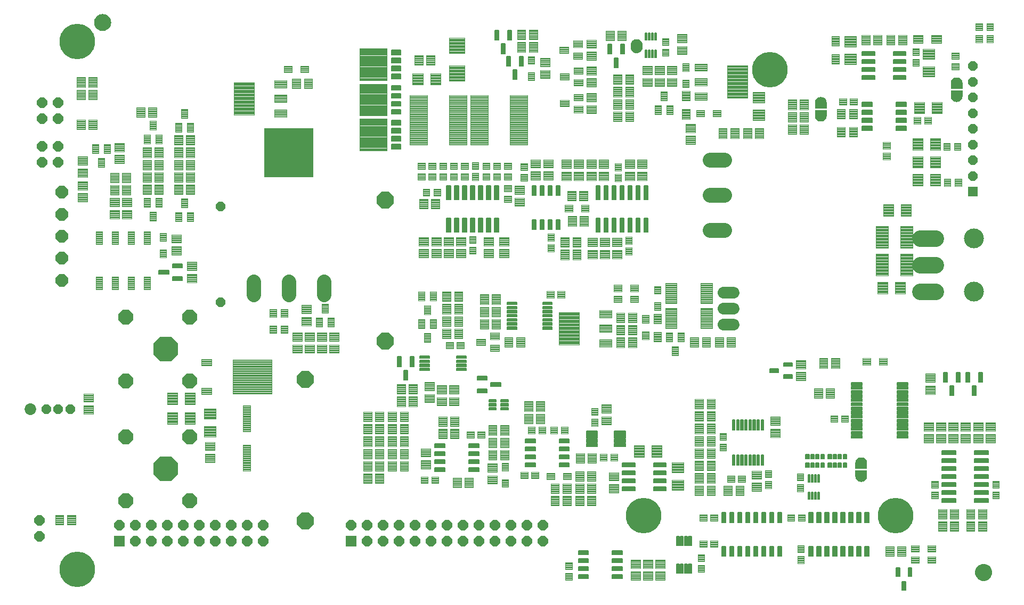
<source format=gts>
G75*
%MOIN*%
%OFA0B0*%
%FSLAX25Y25*%
%IPPOS*%
%LPD*%
%AMOC8*
5,1,8,0,0,1.08239X$1,22.5*
%
%ADD10C,0.00426*%
%ADD11C,0.00454*%
%ADD12C,0.00457*%
%ADD13C,0.09450*%
%ADD14C,0.00459*%
%ADD15C,0.00393*%
%ADD16C,0.00504*%
%ADD17C,0.07200*%
%ADD18C,0.00414*%
%ADD19C,0.00461*%
%ADD20C,0.00456*%
%ADD21OC8,0.07687*%
%ADD22C,0.00525*%
%ADD23C,0.00574*%
%ADD24C,0.00504*%
%ADD25C,0.00552*%
%ADD26OC8,0.09200*%
%ADD27OC8,0.15600*%
%ADD28C,0.00437*%
%ADD29C,0.13198*%
%ADD30C,0.00580*%
%ADD31OC8,0.06506*%
%ADD32C,0.00600*%
%ADD33C,0.00510*%
%ADD34C,0.00100*%
%ADD35C,0.08850*%
%ADD36C,0.00306*%
%ADD37OC8,0.05915*%
%ADD38C,0.07293*%
%ADD39OC8,0.06000*%
%ADD40OC8,0.10600*%
%ADD41R,0.06506X0.06506*%
%ADD42R,0.05915X0.05915*%
%ADD43C,0.10293*%
%ADD44C,0.12411*%
%ADD45C,0.00514*%
%ADD46C,0.00500*%
%ADD47C,0.00404*%
%ADD48C,0.00441*%
%ADD49C,0.00503*%
%ADD50C,0.00351*%
%ADD51C,0.00402*%
%ADD52C,0.22254*%
D10*
X0468961Y0240114D02*
X0468961Y0246194D01*
X0473859Y0246194D01*
X0473859Y0240114D01*
X0468961Y0240114D01*
X0468961Y0240539D02*
X0473859Y0240539D01*
X0473859Y0240964D02*
X0468961Y0240964D01*
X0468961Y0241389D02*
X0473859Y0241389D01*
X0473859Y0241814D02*
X0468961Y0241814D01*
X0468961Y0242239D02*
X0473859Y0242239D01*
X0473859Y0242664D02*
X0468961Y0242664D01*
X0468961Y0243089D02*
X0473859Y0243089D01*
X0473859Y0243514D02*
X0468961Y0243514D01*
X0468961Y0243939D02*
X0473859Y0243939D01*
X0473859Y0244364D02*
X0468961Y0244364D01*
X0468961Y0244789D02*
X0473859Y0244789D01*
X0473859Y0245214D02*
X0468961Y0245214D01*
X0468961Y0245639D02*
X0473859Y0245639D01*
X0473859Y0246064D02*
X0468961Y0246064D01*
X0468961Y0251531D02*
X0468961Y0257611D01*
X0473859Y0257611D01*
X0473859Y0251531D01*
X0468961Y0251531D01*
X0468961Y0251956D02*
X0473859Y0251956D01*
X0473859Y0252381D02*
X0468961Y0252381D01*
X0468961Y0252806D02*
X0473859Y0252806D01*
X0473859Y0253231D02*
X0468961Y0253231D01*
X0468961Y0253656D02*
X0473859Y0253656D01*
X0473859Y0254081D02*
X0468961Y0254081D01*
X0468961Y0254506D02*
X0473859Y0254506D01*
X0473859Y0254931D02*
X0468961Y0254931D01*
X0468961Y0255356D02*
X0473859Y0255356D01*
X0473859Y0255781D02*
X0468961Y0255781D01*
X0468961Y0256206D02*
X0473859Y0256206D01*
X0473859Y0256631D02*
X0468961Y0256631D01*
X0468961Y0257056D02*
X0473859Y0257056D01*
X0473859Y0257481D02*
X0468961Y0257481D01*
X0588609Y0368364D02*
X0588609Y0374444D01*
X0588609Y0368364D02*
X0583711Y0368364D01*
X0583711Y0374444D01*
X0588609Y0374444D01*
X0588609Y0368789D02*
X0583711Y0368789D01*
X0583711Y0369214D02*
X0588609Y0369214D01*
X0588609Y0369639D02*
X0583711Y0369639D01*
X0583711Y0370064D02*
X0588609Y0370064D01*
X0588609Y0370489D02*
X0583711Y0370489D01*
X0583711Y0370914D02*
X0588609Y0370914D01*
X0588609Y0371339D02*
X0583711Y0371339D01*
X0583711Y0371764D02*
X0588609Y0371764D01*
X0588609Y0372189D02*
X0583711Y0372189D01*
X0583711Y0372614D02*
X0588609Y0372614D01*
X0588609Y0373039D02*
X0583711Y0373039D01*
X0583711Y0373464D02*
X0588609Y0373464D01*
X0588609Y0373889D02*
X0583711Y0373889D01*
X0583711Y0374314D02*
X0588609Y0374314D01*
X0591461Y0374444D02*
X0591461Y0368364D01*
X0591461Y0374444D02*
X0596359Y0374444D01*
X0596359Y0368364D01*
X0591461Y0368364D01*
X0591461Y0368789D02*
X0596359Y0368789D01*
X0596359Y0369214D02*
X0591461Y0369214D01*
X0591461Y0369639D02*
X0596359Y0369639D01*
X0596359Y0370064D02*
X0591461Y0370064D01*
X0591461Y0370489D02*
X0596359Y0370489D01*
X0596359Y0370914D02*
X0591461Y0370914D01*
X0591461Y0371339D02*
X0596359Y0371339D01*
X0596359Y0371764D02*
X0591461Y0371764D01*
X0591461Y0372189D02*
X0596359Y0372189D01*
X0596359Y0372614D02*
X0591461Y0372614D01*
X0591461Y0373039D02*
X0596359Y0373039D01*
X0596359Y0373464D02*
X0591461Y0373464D01*
X0591461Y0373889D02*
X0596359Y0373889D01*
X0596359Y0374314D02*
X0591461Y0374314D01*
X0591461Y0379781D02*
X0591461Y0385861D01*
X0596359Y0385861D01*
X0596359Y0379781D01*
X0591461Y0379781D01*
X0591461Y0380206D02*
X0596359Y0380206D01*
X0596359Y0380631D02*
X0591461Y0380631D01*
X0591461Y0381056D02*
X0596359Y0381056D01*
X0596359Y0381481D02*
X0591461Y0381481D01*
X0591461Y0381906D02*
X0596359Y0381906D01*
X0596359Y0382331D02*
X0591461Y0382331D01*
X0591461Y0382756D02*
X0596359Y0382756D01*
X0596359Y0383181D02*
X0591461Y0383181D01*
X0591461Y0383606D02*
X0596359Y0383606D01*
X0596359Y0384031D02*
X0591461Y0384031D01*
X0591461Y0384456D02*
X0596359Y0384456D01*
X0596359Y0384881D02*
X0591461Y0384881D01*
X0591461Y0385306D02*
X0596359Y0385306D01*
X0596359Y0385731D02*
X0591461Y0385731D01*
X0588609Y0385861D02*
X0588609Y0379781D01*
X0583711Y0379781D01*
X0583711Y0385861D01*
X0588609Y0385861D01*
X0588609Y0380206D02*
X0583711Y0380206D01*
X0583711Y0380631D02*
X0588609Y0380631D01*
X0588609Y0381056D02*
X0583711Y0381056D01*
X0583711Y0381481D02*
X0588609Y0381481D01*
X0588609Y0381906D02*
X0583711Y0381906D01*
X0583711Y0382331D02*
X0588609Y0382331D01*
X0588609Y0382756D02*
X0583711Y0382756D01*
X0583711Y0383181D02*
X0588609Y0383181D01*
X0588609Y0383606D02*
X0583711Y0383606D01*
X0583711Y0384031D02*
X0588609Y0384031D01*
X0588609Y0384456D02*
X0583711Y0384456D01*
X0583711Y0384881D02*
X0588609Y0384881D01*
X0588609Y0385306D02*
X0583711Y0385306D01*
X0583711Y0385731D02*
X0588609Y0385731D01*
X0580211Y0414114D02*
X0580211Y0420194D01*
X0585109Y0420194D01*
X0585109Y0414114D01*
X0580211Y0414114D01*
X0580211Y0414539D02*
X0585109Y0414539D01*
X0585109Y0414964D02*
X0580211Y0414964D01*
X0580211Y0415389D02*
X0585109Y0415389D01*
X0585109Y0415814D02*
X0580211Y0415814D01*
X0580211Y0416239D02*
X0585109Y0416239D01*
X0585109Y0416664D02*
X0580211Y0416664D01*
X0580211Y0417089D02*
X0585109Y0417089D01*
X0585109Y0417514D02*
X0580211Y0417514D01*
X0580211Y0417939D02*
X0585109Y0417939D01*
X0585109Y0418364D02*
X0580211Y0418364D01*
X0580211Y0418789D02*
X0585109Y0418789D01*
X0585109Y0419214D02*
X0580211Y0419214D01*
X0580211Y0419639D02*
X0585109Y0419639D01*
X0585109Y0420064D02*
X0580211Y0420064D01*
X0580211Y0425531D02*
X0580211Y0431611D01*
X0585109Y0431611D01*
X0585109Y0425531D01*
X0580211Y0425531D01*
X0580211Y0425956D02*
X0585109Y0425956D01*
X0585109Y0426381D02*
X0580211Y0426381D01*
X0580211Y0426806D02*
X0585109Y0426806D01*
X0585109Y0427231D02*
X0580211Y0427231D01*
X0580211Y0427656D02*
X0585109Y0427656D01*
X0585109Y0428081D02*
X0580211Y0428081D01*
X0580211Y0428506D02*
X0585109Y0428506D01*
X0585109Y0428931D02*
X0580211Y0428931D01*
X0580211Y0429356D02*
X0585109Y0429356D01*
X0585109Y0429781D02*
X0580211Y0429781D01*
X0580211Y0430206D02*
X0585109Y0430206D01*
X0585109Y0430631D02*
X0580211Y0430631D01*
X0580211Y0431056D02*
X0585109Y0431056D01*
X0585109Y0431481D02*
X0580211Y0431481D01*
X0631411Y0432061D02*
X0637491Y0432061D01*
X0637491Y0427163D01*
X0631411Y0427163D01*
X0631411Y0432061D01*
X0631411Y0427588D02*
X0637491Y0427588D01*
X0637491Y0428013D02*
X0631411Y0428013D01*
X0631411Y0428438D02*
X0637491Y0428438D01*
X0637491Y0428863D02*
X0631411Y0428863D01*
X0631411Y0429288D02*
X0637491Y0429288D01*
X0637491Y0429713D02*
X0631411Y0429713D01*
X0631411Y0430138D02*
X0637491Y0430138D01*
X0637491Y0430563D02*
X0631411Y0430563D01*
X0631411Y0430988D02*
X0637491Y0430988D01*
X0637491Y0431413D02*
X0631411Y0431413D01*
X0631411Y0431838D02*
X0637491Y0431838D01*
X0642829Y0432061D02*
X0648909Y0432061D01*
X0648909Y0427163D01*
X0642829Y0427163D01*
X0642829Y0432061D01*
X0642829Y0427588D02*
X0648909Y0427588D01*
X0648909Y0428013D02*
X0642829Y0428013D01*
X0642829Y0428438D02*
X0648909Y0428438D01*
X0648909Y0428863D02*
X0642829Y0428863D01*
X0642829Y0429288D02*
X0648909Y0429288D01*
X0648909Y0429713D02*
X0642829Y0429713D01*
X0642829Y0430138D02*
X0648909Y0430138D01*
X0648909Y0430563D02*
X0642829Y0430563D01*
X0642829Y0430988D02*
X0648909Y0430988D01*
X0648909Y0431413D02*
X0642829Y0431413D01*
X0642829Y0431838D02*
X0648909Y0431838D01*
X0486711Y0397111D02*
X0486711Y0391031D01*
X0486711Y0397111D02*
X0491609Y0397111D01*
X0491609Y0391031D01*
X0486711Y0391031D01*
X0486711Y0391456D02*
X0491609Y0391456D01*
X0491609Y0391881D02*
X0486711Y0391881D01*
X0486711Y0392306D02*
X0491609Y0392306D01*
X0491609Y0392731D02*
X0486711Y0392731D01*
X0486711Y0393156D02*
X0491609Y0393156D01*
X0491609Y0393581D02*
X0486711Y0393581D01*
X0486711Y0394006D02*
X0491609Y0394006D01*
X0491609Y0394431D02*
X0486711Y0394431D01*
X0486711Y0394856D02*
X0491609Y0394856D01*
X0491609Y0395281D02*
X0486711Y0395281D01*
X0486711Y0395706D02*
X0491609Y0395706D01*
X0491609Y0396131D02*
X0486711Y0396131D01*
X0486711Y0396556D02*
X0491609Y0396556D01*
X0491609Y0396981D02*
X0486711Y0396981D01*
X0486711Y0385694D02*
X0486711Y0379614D01*
X0486711Y0385694D02*
X0491609Y0385694D01*
X0491609Y0379614D01*
X0486711Y0379614D01*
X0486711Y0380039D02*
X0491609Y0380039D01*
X0491609Y0380464D02*
X0486711Y0380464D01*
X0486711Y0380889D02*
X0491609Y0380889D01*
X0491609Y0381314D02*
X0486711Y0381314D01*
X0486711Y0381739D02*
X0491609Y0381739D01*
X0491609Y0382164D02*
X0486711Y0382164D01*
X0486711Y0382589D02*
X0491609Y0382589D01*
X0491609Y0383014D02*
X0486711Y0383014D01*
X0486711Y0383439D02*
X0491609Y0383439D01*
X0491609Y0383864D02*
X0486711Y0383864D01*
X0486711Y0384289D02*
X0491609Y0384289D01*
X0491609Y0384714D02*
X0486711Y0384714D01*
X0486711Y0385139D02*
X0491609Y0385139D01*
X0491609Y0385564D02*
X0486711Y0385564D01*
D11*
X0481191Y0382452D02*
X0477109Y0382452D01*
X0477109Y0388110D01*
X0481191Y0388110D01*
X0481191Y0382452D01*
X0481191Y0382905D02*
X0477109Y0382905D01*
X0477109Y0383358D02*
X0481191Y0383358D01*
X0481191Y0383811D02*
X0477109Y0383811D01*
X0477109Y0384264D02*
X0481191Y0384264D01*
X0481191Y0384717D02*
X0477109Y0384717D01*
X0477109Y0385170D02*
X0481191Y0385170D01*
X0481191Y0385623D02*
X0477109Y0385623D01*
X0477109Y0386076D02*
X0481191Y0386076D01*
X0481191Y0386529D02*
X0477109Y0386529D01*
X0477109Y0386982D02*
X0481191Y0386982D01*
X0481191Y0387435D02*
X0477109Y0387435D01*
X0477109Y0387888D02*
X0481191Y0387888D01*
X0477451Y0391114D02*
X0473369Y0391114D01*
X0473369Y0396772D01*
X0477451Y0396772D01*
X0477451Y0391114D01*
X0477451Y0391567D02*
X0473369Y0391567D01*
X0473369Y0392020D02*
X0477451Y0392020D01*
X0477451Y0392473D02*
X0473369Y0392473D01*
X0473369Y0392926D02*
X0477451Y0392926D01*
X0477451Y0393379D02*
X0473369Y0393379D01*
X0473369Y0393832D02*
X0477451Y0393832D01*
X0477451Y0394285D02*
X0473369Y0394285D01*
X0473369Y0394738D02*
X0477451Y0394738D01*
X0477451Y0395191D02*
X0473369Y0395191D01*
X0473369Y0395644D02*
X0477451Y0395644D01*
X0477451Y0396097D02*
X0473369Y0396097D01*
X0473369Y0396550D02*
X0477451Y0396550D01*
X0473711Y0382452D02*
X0469629Y0382452D01*
X0469629Y0388110D01*
X0473711Y0388110D01*
X0473711Y0382452D01*
X0473711Y0382905D02*
X0469629Y0382905D01*
X0469629Y0383358D02*
X0473711Y0383358D01*
X0473711Y0383811D02*
X0469629Y0383811D01*
X0469629Y0384264D02*
X0473711Y0384264D01*
X0473711Y0384717D02*
X0469629Y0384717D01*
X0469629Y0385170D02*
X0473711Y0385170D01*
X0473711Y0385623D02*
X0469629Y0385623D01*
X0469629Y0386076D02*
X0473711Y0386076D01*
X0473711Y0386529D02*
X0469629Y0386529D01*
X0469629Y0386982D02*
X0473711Y0386982D01*
X0473711Y0387435D02*
X0469629Y0387435D01*
X0469629Y0387888D02*
X0473711Y0387888D01*
X0491201Y0399309D02*
X0491201Y0404179D01*
X0491201Y0399309D02*
X0487119Y0399309D01*
X0487119Y0404179D01*
X0491201Y0404179D01*
X0491201Y0399762D02*
X0487119Y0399762D01*
X0487119Y0400215D02*
X0491201Y0400215D01*
X0491201Y0400668D02*
X0487119Y0400668D01*
X0487119Y0401121D02*
X0491201Y0401121D01*
X0491201Y0401574D02*
X0487119Y0401574D01*
X0487119Y0402027D02*
X0491201Y0402027D01*
X0491201Y0402480D02*
X0487119Y0402480D01*
X0487119Y0402933D02*
X0491201Y0402933D01*
X0491201Y0403386D02*
X0487119Y0403386D01*
X0487119Y0403839D02*
X0491201Y0403839D01*
X0491201Y0409545D02*
X0491201Y0414415D01*
X0491201Y0409545D02*
X0487119Y0409545D01*
X0487119Y0414415D01*
X0491201Y0414415D01*
X0491201Y0409998D02*
X0487119Y0409998D01*
X0487119Y0410451D02*
X0491201Y0410451D01*
X0491201Y0410904D02*
X0487119Y0410904D01*
X0487119Y0411357D02*
X0491201Y0411357D01*
X0491201Y0411810D02*
X0487119Y0411810D01*
X0487119Y0412263D02*
X0491201Y0412263D01*
X0491201Y0412716D02*
X0487119Y0412716D01*
X0487119Y0413169D02*
X0491201Y0413169D01*
X0491201Y0413622D02*
X0487119Y0413622D01*
X0487119Y0414075D02*
X0491201Y0414075D01*
X0474219Y0419128D02*
X0474219Y0423604D01*
X0478301Y0423604D01*
X0478301Y0419128D01*
X0474219Y0419128D01*
X0474219Y0419581D02*
X0478301Y0419581D01*
X0478301Y0420034D02*
X0474219Y0420034D01*
X0474219Y0420487D02*
X0478301Y0420487D01*
X0478301Y0420940D02*
X0474219Y0420940D01*
X0474219Y0421393D02*
X0478301Y0421393D01*
X0478301Y0421846D02*
X0474219Y0421846D01*
X0474219Y0422299D02*
X0478301Y0422299D01*
X0478301Y0422752D02*
X0474219Y0422752D01*
X0474219Y0423205D02*
X0478301Y0423205D01*
X0474219Y0425821D02*
X0474219Y0430297D01*
X0478301Y0430297D01*
X0478301Y0425821D01*
X0474219Y0425821D01*
X0474219Y0426274D02*
X0478301Y0426274D01*
X0478301Y0426727D02*
X0474219Y0426727D01*
X0474219Y0427180D02*
X0478301Y0427180D01*
X0478301Y0427633D02*
X0474219Y0427633D01*
X0474219Y0428086D02*
X0478301Y0428086D01*
X0478301Y0428539D02*
X0474219Y0428539D01*
X0474219Y0428992D02*
X0478301Y0428992D01*
X0478301Y0429445D02*
X0474219Y0429445D01*
X0474219Y0429898D02*
X0478301Y0429898D01*
X0424320Y0428643D02*
X0424320Y0424561D01*
X0418662Y0424561D01*
X0418662Y0428643D01*
X0424320Y0428643D01*
X0424320Y0425014D02*
X0418662Y0425014D01*
X0418662Y0425467D02*
X0424320Y0425467D01*
X0424320Y0425920D02*
X0418662Y0425920D01*
X0418662Y0426373D02*
X0424320Y0426373D01*
X0424320Y0426826D02*
X0418662Y0426826D01*
X0418662Y0427279D02*
X0424320Y0427279D01*
X0424320Y0427732D02*
X0418662Y0427732D01*
X0418662Y0428185D02*
X0424320Y0428185D01*
X0424320Y0428638D02*
X0418662Y0428638D01*
X0415658Y0424903D02*
X0415658Y0420821D01*
X0410000Y0420821D01*
X0410000Y0424903D01*
X0415658Y0424903D01*
X0415658Y0421274D02*
X0410000Y0421274D01*
X0410000Y0421727D02*
X0415658Y0421727D01*
X0415658Y0422180D02*
X0410000Y0422180D01*
X0410000Y0422633D02*
X0415658Y0422633D01*
X0415658Y0423086D02*
X0410000Y0423086D01*
X0410000Y0423539D02*
X0415658Y0423539D01*
X0415658Y0423992D02*
X0410000Y0423992D01*
X0410000Y0424445D02*
X0415658Y0424445D01*
X0415658Y0424898D02*
X0410000Y0424898D01*
X0424320Y0421163D02*
X0424320Y0417081D01*
X0418662Y0417081D01*
X0418662Y0421163D01*
X0424320Y0421163D01*
X0424320Y0417534D02*
X0418662Y0417534D01*
X0418662Y0417987D02*
X0424320Y0417987D01*
X0424320Y0418440D02*
X0418662Y0418440D01*
X0418662Y0418893D02*
X0424320Y0418893D01*
X0424320Y0419346D02*
X0418662Y0419346D01*
X0418662Y0419799D02*
X0424320Y0419799D01*
X0424320Y0420252D02*
X0418662Y0420252D01*
X0418662Y0420705D02*
X0424320Y0420705D01*
X0424320Y0421158D02*
X0418662Y0421158D01*
X0424570Y0411893D02*
X0424570Y0407811D01*
X0418912Y0407811D01*
X0418912Y0411893D01*
X0424570Y0411893D01*
X0424570Y0408264D02*
X0418912Y0408264D01*
X0418912Y0408717D02*
X0424570Y0408717D01*
X0424570Y0409170D02*
X0418912Y0409170D01*
X0418912Y0409623D02*
X0424570Y0409623D01*
X0424570Y0410076D02*
X0418912Y0410076D01*
X0418912Y0410529D02*
X0424570Y0410529D01*
X0424570Y0410982D02*
X0418912Y0410982D01*
X0418912Y0411435D02*
X0424570Y0411435D01*
X0424570Y0411888D02*
X0418912Y0411888D01*
X0415908Y0408153D02*
X0415908Y0404071D01*
X0410250Y0404071D01*
X0410250Y0408153D01*
X0415908Y0408153D01*
X0415908Y0404524D02*
X0410250Y0404524D01*
X0410250Y0404977D02*
X0415908Y0404977D01*
X0415908Y0405430D02*
X0410250Y0405430D01*
X0410250Y0405883D02*
X0415908Y0405883D01*
X0415908Y0406336D02*
X0410250Y0406336D01*
X0410250Y0406789D02*
X0415908Y0406789D01*
X0415908Y0407242D02*
X0410250Y0407242D01*
X0410250Y0407695D02*
X0415908Y0407695D01*
X0415908Y0408148D02*
X0410250Y0408148D01*
X0424570Y0404413D02*
X0424570Y0400331D01*
X0418912Y0400331D01*
X0418912Y0404413D01*
X0424570Y0404413D01*
X0424570Y0400784D02*
X0418912Y0400784D01*
X0418912Y0401237D02*
X0424570Y0401237D01*
X0424570Y0401690D02*
X0418912Y0401690D01*
X0418912Y0402143D02*
X0424570Y0402143D01*
X0424570Y0402596D02*
X0418912Y0402596D01*
X0418912Y0403049D02*
X0424570Y0403049D01*
X0424570Y0403502D02*
X0418912Y0403502D01*
X0418912Y0403955D02*
X0424570Y0403955D01*
X0424570Y0404408D02*
X0418912Y0404408D01*
X0424570Y0395143D02*
X0424570Y0391061D01*
X0418912Y0391061D01*
X0418912Y0395143D01*
X0424570Y0395143D01*
X0424570Y0391514D02*
X0418912Y0391514D01*
X0418912Y0391967D02*
X0424570Y0391967D01*
X0424570Y0392420D02*
X0418912Y0392420D01*
X0418912Y0392873D02*
X0424570Y0392873D01*
X0424570Y0393326D02*
X0418912Y0393326D01*
X0418912Y0393779D02*
X0424570Y0393779D01*
X0424570Y0394232D02*
X0418912Y0394232D01*
X0418912Y0394685D02*
X0424570Y0394685D01*
X0424570Y0395138D02*
X0418912Y0395138D01*
X0415908Y0391403D02*
X0415908Y0387321D01*
X0410250Y0387321D01*
X0410250Y0391403D01*
X0415908Y0391403D01*
X0415908Y0387774D02*
X0410250Y0387774D01*
X0410250Y0388227D02*
X0415908Y0388227D01*
X0415908Y0388680D02*
X0410250Y0388680D01*
X0410250Y0389133D02*
X0415908Y0389133D01*
X0415908Y0389586D02*
X0410250Y0389586D01*
X0410250Y0390039D02*
X0415908Y0390039D01*
X0415908Y0390492D02*
X0410250Y0390492D01*
X0410250Y0390945D02*
X0415908Y0390945D01*
X0415908Y0391398D02*
X0410250Y0391398D01*
X0424570Y0387663D02*
X0424570Y0383581D01*
X0418912Y0383581D01*
X0418912Y0387663D01*
X0424570Y0387663D01*
X0424570Y0384034D02*
X0418912Y0384034D01*
X0418912Y0384487D02*
X0424570Y0384487D01*
X0424570Y0384940D02*
X0418912Y0384940D01*
X0418912Y0385393D02*
X0424570Y0385393D01*
X0424570Y0385846D02*
X0418912Y0385846D01*
X0418912Y0386299D02*
X0424570Y0386299D01*
X0424570Y0386752D02*
X0418912Y0386752D01*
X0418912Y0387205D02*
X0424570Y0387205D01*
X0424570Y0387658D02*
X0418912Y0387658D01*
X0394451Y0403809D02*
X0394451Y0408679D01*
X0394451Y0403809D02*
X0390369Y0403809D01*
X0390369Y0408679D01*
X0394451Y0408679D01*
X0394451Y0404262D02*
X0390369Y0404262D01*
X0390369Y0404715D02*
X0394451Y0404715D01*
X0394451Y0405168D02*
X0390369Y0405168D01*
X0390369Y0405621D02*
X0394451Y0405621D01*
X0394451Y0406074D02*
X0390369Y0406074D01*
X0390369Y0406527D02*
X0394451Y0406527D01*
X0394451Y0406980D02*
X0390369Y0406980D01*
X0390369Y0407433D02*
X0394451Y0407433D01*
X0394451Y0407886D02*
X0390369Y0407886D01*
X0390369Y0408339D02*
X0394451Y0408339D01*
X0394451Y0414045D02*
X0394451Y0418915D01*
X0394451Y0414045D02*
X0390369Y0414045D01*
X0390369Y0418915D01*
X0394451Y0418915D01*
X0394451Y0414498D02*
X0390369Y0414498D01*
X0390369Y0414951D02*
X0394451Y0414951D01*
X0394451Y0415404D02*
X0390369Y0415404D01*
X0390369Y0415857D02*
X0394451Y0415857D01*
X0394451Y0416310D02*
X0390369Y0416310D01*
X0390369Y0416763D02*
X0394451Y0416763D01*
X0394451Y0417216D02*
X0390369Y0417216D01*
X0390369Y0417669D02*
X0394451Y0417669D01*
X0394451Y0418122D02*
X0390369Y0418122D01*
X0390369Y0418575D02*
X0394451Y0418575D01*
X0389951Y0351947D02*
X0389951Y0347471D01*
X0385869Y0347471D01*
X0385869Y0351947D01*
X0389951Y0351947D01*
X0389951Y0347924D02*
X0385869Y0347924D01*
X0385869Y0348377D02*
X0389951Y0348377D01*
X0389951Y0348830D02*
X0385869Y0348830D01*
X0385869Y0349283D02*
X0389951Y0349283D01*
X0389951Y0349736D02*
X0385869Y0349736D01*
X0385869Y0350189D02*
X0389951Y0350189D01*
X0389951Y0350642D02*
X0385869Y0350642D01*
X0385869Y0351095D02*
X0389951Y0351095D01*
X0389951Y0351548D02*
X0385869Y0351548D01*
X0379898Y0352250D02*
X0379898Y0348168D01*
X0375422Y0348168D01*
X0375422Y0352250D01*
X0379898Y0352250D01*
X0379898Y0348621D02*
X0375422Y0348621D01*
X0375422Y0349074D02*
X0379898Y0349074D01*
X0379898Y0349527D02*
X0375422Y0349527D01*
X0375422Y0349980D02*
X0379898Y0349980D01*
X0379898Y0350433D02*
X0375422Y0350433D01*
X0375422Y0350886D02*
X0379898Y0350886D01*
X0379898Y0351339D02*
X0375422Y0351339D01*
X0375422Y0351792D02*
X0379898Y0351792D01*
X0379898Y0352245D02*
X0375422Y0352245D01*
X0373148Y0352250D02*
X0373148Y0348168D01*
X0368672Y0348168D01*
X0368672Y0352250D01*
X0373148Y0352250D01*
X0373148Y0348621D02*
X0368672Y0348621D01*
X0368672Y0349074D02*
X0373148Y0349074D01*
X0373148Y0349527D02*
X0368672Y0349527D01*
X0368672Y0349980D02*
X0373148Y0349980D01*
X0373148Y0350433D02*
X0368672Y0350433D01*
X0368672Y0350886D02*
X0373148Y0350886D01*
X0373148Y0351339D02*
X0368672Y0351339D01*
X0368672Y0351792D02*
X0373148Y0351792D01*
X0373148Y0352245D02*
X0368672Y0352245D01*
X0366398Y0352250D02*
X0366398Y0348168D01*
X0361922Y0348168D01*
X0361922Y0352250D01*
X0366398Y0352250D01*
X0366398Y0348621D02*
X0361922Y0348621D01*
X0361922Y0349074D02*
X0366398Y0349074D01*
X0366398Y0349527D02*
X0361922Y0349527D01*
X0361922Y0349980D02*
X0366398Y0349980D01*
X0366398Y0350433D02*
X0361922Y0350433D01*
X0361922Y0350886D02*
X0366398Y0350886D01*
X0366398Y0351339D02*
X0361922Y0351339D01*
X0361922Y0351792D02*
X0366398Y0351792D01*
X0366398Y0352245D02*
X0361922Y0352245D01*
X0359451Y0352447D02*
X0359451Y0347971D01*
X0355369Y0347971D01*
X0355369Y0352447D01*
X0359451Y0352447D01*
X0359451Y0348424D02*
X0355369Y0348424D01*
X0355369Y0348877D02*
X0359451Y0348877D01*
X0359451Y0349330D02*
X0355369Y0349330D01*
X0355369Y0349783D02*
X0359451Y0349783D01*
X0359451Y0350236D02*
X0355369Y0350236D01*
X0355369Y0350689D02*
X0359451Y0350689D01*
X0359451Y0351142D02*
X0355369Y0351142D01*
X0355369Y0351595D02*
X0359451Y0351595D01*
X0359451Y0352048D02*
X0355369Y0352048D01*
X0348422Y0352250D02*
X0348422Y0348168D01*
X0348422Y0352250D02*
X0352898Y0352250D01*
X0352898Y0348168D01*
X0348422Y0348168D01*
X0348422Y0348621D02*
X0352898Y0348621D01*
X0352898Y0349074D02*
X0348422Y0349074D01*
X0348422Y0349527D02*
X0352898Y0349527D01*
X0352898Y0349980D02*
X0348422Y0349980D01*
X0348422Y0350433D02*
X0352898Y0350433D01*
X0352898Y0350886D02*
X0348422Y0350886D01*
X0348422Y0351339D02*
X0352898Y0351339D01*
X0352898Y0351792D02*
X0348422Y0351792D01*
X0348422Y0352245D02*
X0352898Y0352245D01*
X0341672Y0352250D02*
X0341672Y0348168D01*
X0341672Y0352250D02*
X0346148Y0352250D01*
X0346148Y0348168D01*
X0341672Y0348168D01*
X0341672Y0348621D02*
X0346148Y0348621D01*
X0346148Y0349074D02*
X0341672Y0349074D01*
X0341672Y0349527D02*
X0346148Y0349527D01*
X0346148Y0349980D02*
X0341672Y0349980D01*
X0341672Y0350433D02*
X0346148Y0350433D01*
X0346148Y0350886D02*
X0341672Y0350886D01*
X0341672Y0351339D02*
X0346148Y0351339D01*
X0346148Y0351792D02*
X0341672Y0351792D01*
X0341672Y0352245D02*
X0346148Y0352245D01*
X0334922Y0352250D02*
X0334922Y0348168D01*
X0334922Y0352250D02*
X0339398Y0352250D01*
X0339398Y0348168D01*
X0334922Y0348168D01*
X0334922Y0348621D02*
X0339398Y0348621D01*
X0339398Y0349074D02*
X0334922Y0349074D01*
X0334922Y0349527D02*
X0339398Y0349527D01*
X0339398Y0349980D02*
X0334922Y0349980D01*
X0334922Y0350433D02*
X0339398Y0350433D01*
X0339398Y0350886D02*
X0334922Y0350886D01*
X0334922Y0351339D02*
X0339398Y0351339D01*
X0339398Y0351792D02*
X0334922Y0351792D01*
X0334922Y0352245D02*
X0339398Y0352245D01*
X0328172Y0352250D02*
X0328172Y0348168D01*
X0328172Y0352250D02*
X0332648Y0352250D01*
X0332648Y0348168D01*
X0328172Y0348168D01*
X0328172Y0348621D02*
X0332648Y0348621D01*
X0332648Y0349074D02*
X0328172Y0349074D01*
X0328172Y0349527D02*
X0332648Y0349527D01*
X0332648Y0349980D02*
X0328172Y0349980D01*
X0328172Y0350433D02*
X0332648Y0350433D01*
X0332648Y0350886D02*
X0328172Y0350886D01*
X0328172Y0351339D02*
X0332648Y0351339D01*
X0332648Y0351792D02*
X0328172Y0351792D01*
X0328172Y0352245D02*
X0332648Y0352245D01*
X0321422Y0352250D02*
X0321422Y0348168D01*
X0321422Y0352250D02*
X0325898Y0352250D01*
X0325898Y0348168D01*
X0321422Y0348168D01*
X0321422Y0348621D02*
X0325898Y0348621D01*
X0325898Y0349074D02*
X0321422Y0349074D01*
X0321422Y0349527D02*
X0325898Y0349527D01*
X0325898Y0349980D02*
X0321422Y0349980D01*
X0321422Y0350433D02*
X0325898Y0350433D01*
X0325898Y0350886D02*
X0321422Y0350886D01*
X0321422Y0351339D02*
X0325898Y0351339D01*
X0325898Y0351792D02*
X0321422Y0351792D01*
X0321422Y0352245D02*
X0325898Y0352245D01*
X0321422Y0345557D02*
X0321422Y0341475D01*
X0321422Y0345557D02*
X0325898Y0345557D01*
X0325898Y0341475D01*
X0321422Y0341475D01*
X0321422Y0341928D02*
X0325898Y0341928D01*
X0325898Y0342381D02*
X0321422Y0342381D01*
X0321422Y0342834D02*
X0325898Y0342834D01*
X0325898Y0343287D02*
X0321422Y0343287D01*
X0321422Y0343740D02*
X0325898Y0343740D01*
X0325898Y0344193D02*
X0321422Y0344193D01*
X0321422Y0344646D02*
X0325898Y0344646D01*
X0325898Y0345099D02*
X0321422Y0345099D01*
X0321422Y0345552D02*
X0325898Y0345552D01*
X0328172Y0345557D02*
X0328172Y0341475D01*
X0328172Y0345557D02*
X0332648Y0345557D01*
X0332648Y0341475D01*
X0328172Y0341475D01*
X0328172Y0341928D02*
X0332648Y0341928D01*
X0332648Y0342381D02*
X0328172Y0342381D01*
X0328172Y0342834D02*
X0332648Y0342834D01*
X0332648Y0343287D02*
X0328172Y0343287D01*
X0328172Y0343740D02*
X0332648Y0343740D01*
X0332648Y0344193D02*
X0328172Y0344193D01*
X0328172Y0344646D02*
X0332648Y0344646D01*
X0332648Y0345099D02*
X0328172Y0345099D01*
X0328172Y0345552D02*
X0332648Y0345552D01*
X0334922Y0345557D02*
X0334922Y0341475D01*
X0334922Y0345557D02*
X0339398Y0345557D01*
X0339398Y0341475D01*
X0334922Y0341475D01*
X0334922Y0341928D02*
X0339398Y0341928D01*
X0339398Y0342381D02*
X0334922Y0342381D01*
X0334922Y0342834D02*
X0339398Y0342834D01*
X0339398Y0343287D02*
X0334922Y0343287D01*
X0334922Y0343740D02*
X0339398Y0343740D01*
X0339398Y0344193D02*
X0334922Y0344193D01*
X0334922Y0344646D02*
X0339398Y0344646D01*
X0339398Y0345099D02*
X0334922Y0345099D01*
X0334922Y0345552D02*
X0339398Y0345552D01*
X0341672Y0345557D02*
X0341672Y0341475D01*
X0341672Y0345557D02*
X0346148Y0345557D01*
X0346148Y0341475D01*
X0341672Y0341475D01*
X0341672Y0341928D02*
X0346148Y0341928D01*
X0346148Y0342381D02*
X0341672Y0342381D01*
X0341672Y0342834D02*
X0346148Y0342834D01*
X0346148Y0343287D02*
X0341672Y0343287D01*
X0341672Y0343740D02*
X0346148Y0343740D01*
X0346148Y0344193D02*
X0341672Y0344193D01*
X0341672Y0344646D02*
X0346148Y0344646D01*
X0346148Y0345099D02*
X0341672Y0345099D01*
X0341672Y0345552D02*
X0346148Y0345552D01*
X0348422Y0345557D02*
X0348422Y0341475D01*
X0348422Y0345557D02*
X0352898Y0345557D01*
X0352898Y0341475D01*
X0348422Y0341475D01*
X0348422Y0341928D02*
X0352898Y0341928D01*
X0352898Y0342381D02*
X0348422Y0342381D01*
X0348422Y0342834D02*
X0352898Y0342834D01*
X0352898Y0343287D02*
X0348422Y0343287D01*
X0348422Y0343740D02*
X0352898Y0343740D01*
X0352898Y0344193D02*
X0348422Y0344193D01*
X0348422Y0344646D02*
X0352898Y0344646D01*
X0352898Y0345099D02*
X0348422Y0345099D01*
X0348422Y0345552D02*
X0352898Y0345552D01*
X0359451Y0345754D02*
X0359451Y0341278D01*
X0355369Y0341278D01*
X0355369Y0345754D01*
X0359451Y0345754D01*
X0359451Y0341731D02*
X0355369Y0341731D01*
X0355369Y0342184D02*
X0359451Y0342184D01*
X0359451Y0342637D02*
X0355369Y0342637D01*
X0355369Y0343090D02*
X0359451Y0343090D01*
X0359451Y0343543D02*
X0355369Y0343543D01*
X0355369Y0343996D02*
X0359451Y0343996D01*
X0359451Y0344449D02*
X0355369Y0344449D01*
X0355369Y0344902D02*
X0359451Y0344902D01*
X0359451Y0345355D02*
X0355369Y0345355D01*
X0366398Y0345557D02*
X0366398Y0341475D01*
X0361922Y0341475D01*
X0361922Y0345557D01*
X0366398Y0345557D01*
X0366398Y0341928D02*
X0361922Y0341928D01*
X0361922Y0342381D02*
X0366398Y0342381D01*
X0366398Y0342834D02*
X0361922Y0342834D01*
X0361922Y0343287D02*
X0366398Y0343287D01*
X0366398Y0343740D02*
X0361922Y0343740D01*
X0361922Y0344193D02*
X0366398Y0344193D01*
X0366398Y0344646D02*
X0361922Y0344646D01*
X0361922Y0345099D02*
X0366398Y0345099D01*
X0366398Y0345552D02*
X0361922Y0345552D01*
X0373148Y0345557D02*
X0373148Y0341475D01*
X0368672Y0341475D01*
X0368672Y0345557D01*
X0373148Y0345557D01*
X0373148Y0341928D02*
X0368672Y0341928D01*
X0368672Y0342381D02*
X0373148Y0342381D01*
X0373148Y0342834D02*
X0368672Y0342834D01*
X0368672Y0343287D02*
X0373148Y0343287D01*
X0373148Y0343740D02*
X0368672Y0343740D01*
X0368672Y0344193D02*
X0373148Y0344193D01*
X0373148Y0344646D02*
X0368672Y0344646D01*
X0368672Y0345099D02*
X0373148Y0345099D01*
X0373148Y0345552D02*
X0368672Y0345552D01*
X0379898Y0345557D02*
X0379898Y0341475D01*
X0375422Y0341475D01*
X0375422Y0345557D01*
X0379898Y0345557D01*
X0379898Y0341928D02*
X0375422Y0341928D01*
X0375422Y0342381D02*
X0379898Y0342381D01*
X0379898Y0342834D02*
X0375422Y0342834D01*
X0375422Y0343287D02*
X0379898Y0343287D01*
X0379898Y0343740D02*
X0375422Y0343740D01*
X0375422Y0344193D02*
X0379898Y0344193D01*
X0379898Y0344646D02*
X0375422Y0344646D01*
X0375422Y0345099D02*
X0379898Y0345099D01*
X0379898Y0345552D02*
X0375422Y0345552D01*
X0379898Y0338250D02*
X0379898Y0334168D01*
X0375422Y0334168D01*
X0375422Y0338250D01*
X0379898Y0338250D01*
X0379898Y0334621D02*
X0375422Y0334621D01*
X0375422Y0335074D02*
X0379898Y0335074D01*
X0379898Y0335527D02*
X0375422Y0335527D01*
X0375422Y0335980D02*
X0379898Y0335980D01*
X0379898Y0336433D02*
X0375422Y0336433D01*
X0375422Y0336886D02*
X0379898Y0336886D01*
X0379898Y0337339D02*
X0375422Y0337339D01*
X0375422Y0337792D02*
X0379898Y0337792D01*
X0379898Y0338245D02*
X0375422Y0338245D01*
X0379898Y0331557D02*
X0379898Y0327475D01*
X0375422Y0327475D01*
X0375422Y0331557D01*
X0379898Y0331557D01*
X0379898Y0327928D02*
X0375422Y0327928D01*
X0375422Y0328381D02*
X0379898Y0328381D01*
X0379898Y0328834D02*
X0375422Y0328834D01*
X0375422Y0329287D02*
X0379898Y0329287D01*
X0379898Y0329740D02*
X0375422Y0329740D01*
X0375422Y0330193D02*
X0379898Y0330193D01*
X0379898Y0330646D02*
X0375422Y0330646D01*
X0375422Y0331099D02*
X0379898Y0331099D01*
X0379898Y0331552D02*
X0375422Y0331552D01*
X0389951Y0340778D02*
X0389951Y0345254D01*
X0389951Y0340778D02*
X0385869Y0340778D01*
X0385869Y0345254D01*
X0389951Y0345254D01*
X0389951Y0341231D02*
X0385869Y0341231D01*
X0385869Y0341684D02*
X0389951Y0341684D01*
X0389951Y0342137D02*
X0385869Y0342137D01*
X0385869Y0342590D02*
X0389951Y0342590D01*
X0389951Y0343043D02*
X0385869Y0343043D01*
X0385869Y0343496D02*
X0389951Y0343496D01*
X0389951Y0343949D02*
X0385869Y0343949D01*
X0385869Y0344402D02*
X0389951Y0344402D01*
X0389951Y0344855D02*
X0385869Y0344855D01*
X0413357Y0325653D02*
X0418227Y0325653D01*
X0418227Y0321571D01*
X0413357Y0321571D01*
X0413357Y0325653D01*
X0413357Y0322024D02*
X0418227Y0322024D01*
X0418227Y0322477D02*
X0413357Y0322477D01*
X0413357Y0322930D02*
X0418227Y0322930D01*
X0418227Y0323383D02*
X0413357Y0323383D01*
X0413357Y0323836D02*
X0418227Y0323836D01*
X0418227Y0324289D02*
X0413357Y0324289D01*
X0413357Y0324742D02*
X0418227Y0324742D01*
X0418227Y0325195D02*
X0413357Y0325195D01*
X0413357Y0325648D02*
X0418227Y0325648D01*
X0423593Y0325653D02*
X0428463Y0325653D01*
X0428463Y0321571D01*
X0423593Y0321571D01*
X0423593Y0325653D01*
X0423593Y0322024D02*
X0428463Y0322024D01*
X0428463Y0322477D02*
X0423593Y0322477D01*
X0423593Y0322930D02*
X0428463Y0322930D01*
X0428463Y0323383D02*
X0423593Y0323383D01*
X0423593Y0323836D02*
X0428463Y0323836D01*
X0428463Y0324289D02*
X0423593Y0324289D01*
X0423593Y0324742D02*
X0428463Y0324742D01*
X0428463Y0325195D02*
X0423593Y0325195D01*
X0423593Y0325648D02*
X0428463Y0325648D01*
X0448701Y0340528D02*
X0448701Y0345004D01*
X0448701Y0340528D02*
X0444619Y0340528D01*
X0444619Y0345004D01*
X0448701Y0345004D01*
X0448701Y0340981D02*
X0444619Y0340981D01*
X0444619Y0341434D02*
X0448701Y0341434D01*
X0448701Y0341887D02*
X0444619Y0341887D01*
X0444619Y0342340D02*
X0448701Y0342340D01*
X0448701Y0342793D02*
X0444619Y0342793D01*
X0444619Y0343246D02*
X0448701Y0343246D01*
X0448701Y0343699D02*
X0444619Y0343699D01*
X0444619Y0344152D02*
X0448701Y0344152D01*
X0448701Y0344605D02*
X0444619Y0344605D01*
X0448701Y0347221D02*
X0448701Y0351697D01*
X0448701Y0347221D02*
X0444619Y0347221D01*
X0444619Y0351697D01*
X0448701Y0351697D01*
X0448701Y0347674D02*
X0444619Y0347674D01*
X0444619Y0348127D02*
X0448701Y0348127D01*
X0448701Y0348580D02*
X0444619Y0348580D01*
X0444619Y0349033D02*
X0448701Y0349033D01*
X0448701Y0349486D02*
X0444619Y0349486D01*
X0444619Y0349939D02*
X0448701Y0349939D01*
X0448701Y0350392D02*
X0444619Y0350392D01*
X0444619Y0350845D02*
X0448701Y0350845D01*
X0448701Y0351298D02*
X0444619Y0351298D01*
X0495857Y0385153D02*
X0500727Y0385153D01*
X0500727Y0381071D01*
X0495857Y0381071D01*
X0495857Y0385153D01*
X0495857Y0381524D02*
X0500727Y0381524D01*
X0500727Y0381977D02*
X0495857Y0381977D01*
X0495857Y0382430D02*
X0500727Y0382430D01*
X0500727Y0382883D02*
X0495857Y0382883D01*
X0495857Y0383336D02*
X0500727Y0383336D01*
X0500727Y0383789D02*
X0495857Y0383789D01*
X0495857Y0384242D02*
X0500727Y0384242D01*
X0500727Y0384695D02*
X0495857Y0384695D01*
X0495857Y0385148D02*
X0500727Y0385148D01*
X0506093Y0385153D02*
X0510963Y0385153D01*
X0510963Y0381071D01*
X0506093Y0381071D01*
X0506093Y0385153D01*
X0506093Y0381524D02*
X0510963Y0381524D01*
X0510963Y0381977D02*
X0506093Y0381977D01*
X0506093Y0382430D02*
X0510963Y0382430D01*
X0510963Y0382883D02*
X0506093Y0382883D01*
X0506093Y0383336D02*
X0510963Y0383336D01*
X0510963Y0383789D02*
X0506093Y0383789D01*
X0506093Y0384242D02*
X0510963Y0384242D01*
X0510963Y0384695D02*
X0506093Y0384695D01*
X0506093Y0385148D02*
X0510963Y0385148D01*
X0585076Y0388321D02*
X0589552Y0388321D01*
X0585076Y0388321D02*
X0585076Y0392403D01*
X0589552Y0392403D01*
X0589552Y0388321D01*
X0589552Y0388774D02*
X0585076Y0388774D01*
X0585076Y0389227D02*
X0589552Y0389227D01*
X0589552Y0389680D02*
X0585076Y0389680D01*
X0585076Y0390133D02*
X0589552Y0390133D01*
X0589552Y0390586D02*
X0585076Y0390586D01*
X0585076Y0391039D02*
X0589552Y0391039D01*
X0589552Y0391492D02*
X0585076Y0391492D01*
X0585076Y0391945D02*
X0589552Y0391945D01*
X0589552Y0392398D02*
X0585076Y0392398D01*
X0591769Y0388321D02*
X0596245Y0388321D01*
X0591769Y0388321D02*
X0591769Y0392403D01*
X0596245Y0392403D01*
X0596245Y0388321D01*
X0596245Y0388774D02*
X0591769Y0388774D01*
X0591769Y0389227D02*
X0596245Y0389227D01*
X0596245Y0389680D02*
X0591769Y0389680D01*
X0591769Y0390133D02*
X0596245Y0390133D01*
X0596245Y0390586D02*
X0591769Y0390586D01*
X0591769Y0391039D02*
X0596245Y0391039D01*
X0596245Y0391492D02*
X0591769Y0391492D01*
X0591769Y0391945D02*
X0596245Y0391945D01*
X0596245Y0392398D02*
X0591769Y0392398D01*
X0612422Y0365000D02*
X0612422Y0360918D01*
X0612422Y0365000D02*
X0616898Y0365000D01*
X0616898Y0360918D01*
X0612422Y0360918D01*
X0612422Y0361371D02*
X0616898Y0361371D01*
X0616898Y0361824D02*
X0612422Y0361824D01*
X0612422Y0362277D02*
X0616898Y0362277D01*
X0616898Y0362730D02*
X0612422Y0362730D01*
X0612422Y0363183D02*
X0616898Y0363183D01*
X0616898Y0363636D02*
X0612422Y0363636D01*
X0612422Y0364089D02*
X0616898Y0364089D01*
X0616898Y0364542D02*
X0612422Y0364542D01*
X0612422Y0364995D02*
X0616898Y0364995D01*
X0612422Y0358307D02*
X0612422Y0354225D01*
X0612422Y0358307D02*
X0616898Y0358307D01*
X0616898Y0354225D01*
X0612422Y0354225D01*
X0612422Y0354678D02*
X0616898Y0354678D01*
X0616898Y0355131D02*
X0612422Y0355131D01*
X0612422Y0355584D02*
X0616898Y0355584D01*
X0616898Y0356037D02*
X0612422Y0356037D01*
X0612422Y0356490D02*
X0616898Y0356490D01*
X0616898Y0356943D02*
X0612422Y0356943D01*
X0612422Y0357396D02*
X0616898Y0357396D01*
X0616898Y0357849D02*
X0612422Y0357849D01*
X0612422Y0358302D02*
X0616898Y0358302D01*
X0631576Y0380653D02*
X0636052Y0380653D01*
X0636052Y0376571D01*
X0631576Y0376571D01*
X0631576Y0380653D01*
X0631576Y0377024D02*
X0636052Y0377024D01*
X0636052Y0377477D02*
X0631576Y0377477D01*
X0631576Y0377930D02*
X0636052Y0377930D01*
X0636052Y0378383D02*
X0631576Y0378383D01*
X0631576Y0378836D02*
X0636052Y0378836D01*
X0636052Y0379289D02*
X0631576Y0379289D01*
X0631576Y0379742D02*
X0636052Y0379742D01*
X0636052Y0380195D02*
X0631576Y0380195D01*
X0631576Y0380648D02*
X0636052Y0380648D01*
X0638269Y0380653D02*
X0642745Y0380653D01*
X0642745Y0376571D01*
X0638269Y0376571D01*
X0638269Y0380653D01*
X0638269Y0377024D02*
X0642745Y0377024D01*
X0642745Y0377477D02*
X0638269Y0377477D01*
X0638269Y0377930D02*
X0642745Y0377930D01*
X0642745Y0378383D02*
X0638269Y0378383D01*
X0638269Y0378836D02*
X0642745Y0378836D01*
X0642745Y0379289D02*
X0638269Y0379289D01*
X0638269Y0379742D02*
X0642745Y0379742D01*
X0642745Y0380195D02*
X0638269Y0380195D01*
X0638269Y0380648D02*
X0642745Y0380648D01*
X0650273Y0364600D02*
X0654355Y0364600D01*
X0654355Y0360124D01*
X0650273Y0360124D01*
X0650273Y0364600D01*
X0650273Y0360577D02*
X0654355Y0360577D01*
X0654355Y0361030D02*
X0650273Y0361030D01*
X0650273Y0361483D02*
X0654355Y0361483D01*
X0654355Y0361936D02*
X0650273Y0361936D01*
X0650273Y0362389D02*
X0654355Y0362389D01*
X0654355Y0362842D02*
X0650273Y0362842D01*
X0650273Y0363295D02*
X0654355Y0363295D01*
X0654355Y0363748D02*
X0650273Y0363748D01*
X0650273Y0364201D02*
X0654355Y0364201D01*
X0656966Y0364600D02*
X0661048Y0364600D01*
X0661048Y0360124D01*
X0656966Y0360124D01*
X0656966Y0364600D01*
X0656966Y0360577D02*
X0661048Y0360577D01*
X0661048Y0361030D02*
X0656966Y0361030D01*
X0656966Y0361483D02*
X0661048Y0361483D01*
X0661048Y0361936D02*
X0656966Y0361936D01*
X0656966Y0362389D02*
X0661048Y0362389D01*
X0661048Y0362842D02*
X0656966Y0362842D01*
X0656966Y0363295D02*
X0661048Y0363295D01*
X0661048Y0363748D02*
X0656966Y0363748D01*
X0656966Y0364201D02*
X0661048Y0364201D01*
X0661548Y0342100D02*
X0657466Y0342100D01*
X0661548Y0342100D02*
X0661548Y0337624D01*
X0657466Y0337624D01*
X0657466Y0342100D01*
X0657466Y0338077D02*
X0661548Y0338077D01*
X0661548Y0338530D02*
X0657466Y0338530D01*
X0657466Y0338983D02*
X0661548Y0338983D01*
X0661548Y0339436D02*
X0657466Y0339436D01*
X0657466Y0339889D02*
X0661548Y0339889D01*
X0661548Y0340342D02*
X0657466Y0340342D01*
X0657466Y0340795D02*
X0661548Y0340795D01*
X0661548Y0341248D02*
X0657466Y0341248D01*
X0657466Y0341701D02*
X0661548Y0341701D01*
X0654855Y0342100D02*
X0650773Y0342100D01*
X0654855Y0342100D02*
X0654855Y0337624D01*
X0650773Y0337624D01*
X0650773Y0342100D01*
X0650773Y0338077D02*
X0654855Y0338077D01*
X0654855Y0338530D02*
X0650773Y0338530D01*
X0650773Y0338983D02*
X0654855Y0338983D01*
X0654855Y0339436D02*
X0650773Y0339436D01*
X0650773Y0339889D02*
X0654855Y0339889D01*
X0654855Y0340342D02*
X0650773Y0340342D01*
X0650773Y0340795D02*
X0654855Y0340795D01*
X0654855Y0341248D02*
X0650773Y0341248D01*
X0650773Y0341701D02*
X0654855Y0341701D01*
X0655422Y0410475D02*
X0655422Y0414557D01*
X0659898Y0414557D01*
X0659898Y0410475D01*
X0655422Y0410475D01*
X0655422Y0410928D02*
X0659898Y0410928D01*
X0659898Y0411381D02*
X0655422Y0411381D01*
X0655422Y0411834D02*
X0659898Y0411834D01*
X0659898Y0412287D02*
X0655422Y0412287D01*
X0655422Y0412740D02*
X0659898Y0412740D01*
X0659898Y0413193D02*
X0655422Y0413193D01*
X0655422Y0413646D02*
X0659898Y0413646D01*
X0659898Y0414099D02*
X0655422Y0414099D01*
X0655422Y0414552D02*
X0659898Y0414552D01*
X0655422Y0417168D02*
X0655422Y0421250D01*
X0659898Y0421250D01*
X0659898Y0417168D01*
X0655422Y0417168D01*
X0655422Y0417621D02*
X0659898Y0417621D01*
X0659898Y0418074D02*
X0655422Y0418074D01*
X0655422Y0418527D02*
X0659898Y0418527D01*
X0659898Y0418980D02*
X0655422Y0418980D01*
X0655422Y0419433D02*
X0659898Y0419433D01*
X0659898Y0419886D02*
X0655422Y0419886D01*
X0655422Y0420339D02*
X0659898Y0420339D01*
X0659898Y0420792D02*
X0655422Y0420792D01*
X0655422Y0421245D02*
X0659898Y0421245D01*
X0670523Y0427624D02*
X0674605Y0427624D01*
X0670523Y0427624D02*
X0670523Y0432100D01*
X0674605Y0432100D01*
X0674605Y0427624D01*
X0674605Y0428077D02*
X0670523Y0428077D01*
X0670523Y0428530D02*
X0674605Y0428530D01*
X0674605Y0428983D02*
X0670523Y0428983D01*
X0670523Y0429436D02*
X0674605Y0429436D01*
X0674605Y0429889D02*
X0670523Y0429889D01*
X0670523Y0430342D02*
X0674605Y0430342D01*
X0674605Y0430795D02*
X0670523Y0430795D01*
X0670523Y0431248D02*
X0674605Y0431248D01*
X0674605Y0431701D02*
X0670523Y0431701D01*
X0670523Y0435124D02*
X0674605Y0435124D01*
X0670523Y0435124D02*
X0670523Y0439600D01*
X0674605Y0439600D01*
X0674605Y0435124D01*
X0674605Y0435577D02*
X0670523Y0435577D01*
X0670523Y0436030D02*
X0674605Y0436030D01*
X0674605Y0436483D02*
X0670523Y0436483D01*
X0670523Y0436936D02*
X0674605Y0436936D01*
X0674605Y0437389D02*
X0670523Y0437389D01*
X0670523Y0437842D02*
X0674605Y0437842D01*
X0674605Y0438295D02*
X0670523Y0438295D01*
X0670523Y0438748D02*
X0674605Y0438748D01*
X0674605Y0439201D02*
X0670523Y0439201D01*
X0677216Y0435124D02*
X0681298Y0435124D01*
X0677216Y0435124D02*
X0677216Y0439600D01*
X0681298Y0439600D01*
X0681298Y0435124D01*
X0681298Y0435577D02*
X0677216Y0435577D01*
X0677216Y0436030D02*
X0681298Y0436030D01*
X0681298Y0436483D02*
X0677216Y0436483D01*
X0677216Y0436936D02*
X0681298Y0436936D01*
X0681298Y0437389D02*
X0677216Y0437389D01*
X0677216Y0437842D02*
X0681298Y0437842D01*
X0681298Y0438295D02*
X0677216Y0438295D01*
X0677216Y0438748D02*
X0681298Y0438748D01*
X0681298Y0439201D02*
X0677216Y0439201D01*
X0677216Y0427624D02*
X0681298Y0427624D01*
X0677216Y0427624D02*
X0677216Y0432100D01*
X0681298Y0432100D01*
X0681298Y0427624D01*
X0681298Y0428077D02*
X0677216Y0428077D01*
X0677216Y0428530D02*
X0681298Y0428530D01*
X0681298Y0428983D02*
X0677216Y0428983D01*
X0677216Y0429436D02*
X0681298Y0429436D01*
X0681298Y0429889D02*
X0677216Y0429889D01*
X0677216Y0430342D02*
X0681298Y0430342D01*
X0681298Y0430795D02*
X0677216Y0430795D01*
X0677216Y0431248D02*
X0681298Y0431248D01*
X0681298Y0431701D02*
X0677216Y0431701D01*
X0631119Y0423947D02*
X0631119Y0419471D01*
X0631119Y0423947D02*
X0635201Y0423947D01*
X0635201Y0419471D01*
X0631119Y0419471D01*
X0631119Y0419924D02*
X0635201Y0419924D01*
X0635201Y0420377D02*
X0631119Y0420377D01*
X0631119Y0420830D02*
X0635201Y0420830D01*
X0635201Y0421283D02*
X0631119Y0421283D01*
X0631119Y0421736D02*
X0635201Y0421736D01*
X0635201Y0422189D02*
X0631119Y0422189D01*
X0631119Y0422642D02*
X0635201Y0422642D01*
X0635201Y0423095D02*
X0631119Y0423095D01*
X0631119Y0423548D02*
X0635201Y0423548D01*
X0631119Y0417254D02*
X0631119Y0412778D01*
X0631119Y0417254D02*
X0635201Y0417254D01*
X0635201Y0412778D01*
X0631119Y0412778D01*
X0631119Y0413231D02*
X0635201Y0413231D01*
X0635201Y0413684D02*
X0631119Y0413684D01*
X0631119Y0414137D02*
X0635201Y0414137D01*
X0635201Y0414590D02*
X0631119Y0414590D01*
X0631119Y0415043D02*
X0635201Y0415043D01*
X0635201Y0415496D02*
X0631119Y0415496D01*
X0631119Y0415949D02*
X0635201Y0415949D01*
X0635201Y0416402D02*
X0631119Y0416402D01*
X0631119Y0416855D02*
X0635201Y0416855D01*
X0451369Y0305697D02*
X0451369Y0301221D01*
X0451369Y0305697D02*
X0455451Y0305697D01*
X0455451Y0301221D01*
X0451369Y0301221D01*
X0451369Y0301674D02*
X0455451Y0301674D01*
X0455451Y0302127D02*
X0451369Y0302127D01*
X0451369Y0302580D02*
X0455451Y0302580D01*
X0455451Y0303033D02*
X0451369Y0303033D01*
X0451369Y0303486D02*
X0455451Y0303486D01*
X0455451Y0303939D02*
X0451369Y0303939D01*
X0451369Y0304392D02*
X0455451Y0304392D01*
X0455451Y0304845D02*
X0451369Y0304845D01*
X0451369Y0305298D02*
X0455451Y0305298D01*
X0451369Y0299004D02*
X0451369Y0294528D01*
X0451369Y0299004D02*
X0455451Y0299004D01*
X0455451Y0294528D01*
X0451369Y0294528D01*
X0451369Y0294981D02*
X0455451Y0294981D01*
X0455451Y0295434D02*
X0451369Y0295434D01*
X0451369Y0295887D02*
X0455451Y0295887D01*
X0455451Y0296340D02*
X0451369Y0296340D01*
X0451369Y0296793D02*
X0455451Y0296793D01*
X0455451Y0297246D02*
X0451369Y0297246D01*
X0451369Y0297699D02*
X0455451Y0297699D01*
X0455451Y0298152D02*
X0451369Y0298152D01*
X0451369Y0298605D02*
X0455451Y0298605D01*
X0454343Y0271571D02*
X0459213Y0271571D01*
X0454343Y0271571D02*
X0454343Y0275653D01*
X0459213Y0275653D01*
X0459213Y0271571D01*
X0459213Y0272024D02*
X0454343Y0272024D01*
X0454343Y0272477D02*
X0459213Y0272477D01*
X0459213Y0272930D02*
X0454343Y0272930D01*
X0454343Y0273383D02*
X0459213Y0273383D01*
X0459213Y0273836D02*
X0454343Y0273836D01*
X0454343Y0274289D02*
X0459213Y0274289D01*
X0459213Y0274742D02*
X0454343Y0274742D01*
X0454343Y0275195D02*
X0459213Y0275195D01*
X0459213Y0275648D02*
X0454343Y0275648D01*
X0448977Y0271571D02*
X0444107Y0271571D01*
X0444107Y0275653D01*
X0448977Y0275653D01*
X0448977Y0271571D01*
X0448977Y0272024D02*
X0444107Y0272024D01*
X0444107Y0272477D02*
X0448977Y0272477D01*
X0448977Y0272930D02*
X0444107Y0272930D01*
X0444107Y0273383D02*
X0448977Y0273383D01*
X0448977Y0273836D02*
X0444107Y0273836D01*
X0444107Y0274289D02*
X0448977Y0274289D01*
X0448977Y0274742D02*
X0444107Y0274742D01*
X0444107Y0275195D02*
X0448977Y0275195D01*
X0448977Y0275648D02*
X0444107Y0275648D01*
X0444107Y0264821D02*
X0448977Y0264821D01*
X0444107Y0264821D02*
X0444107Y0268903D01*
X0448977Y0268903D01*
X0448977Y0264821D01*
X0448977Y0265274D02*
X0444107Y0265274D01*
X0444107Y0265727D02*
X0448977Y0265727D01*
X0448977Y0266180D02*
X0444107Y0266180D01*
X0444107Y0266633D02*
X0448977Y0266633D01*
X0448977Y0267086D02*
X0444107Y0267086D01*
X0444107Y0267539D02*
X0448977Y0267539D01*
X0448977Y0267992D02*
X0444107Y0267992D01*
X0444107Y0268445D02*
X0448977Y0268445D01*
X0448977Y0268898D02*
X0444107Y0268898D01*
X0454343Y0264821D02*
X0459213Y0264821D01*
X0454343Y0264821D02*
X0454343Y0268903D01*
X0459213Y0268903D01*
X0459213Y0264821D01*
X0459213Y0265274D02*
X0454343Y0265274D01*
X0454343Y0265727D02*
X0459213Y0265727D01*
X0459213Y0266180D02*
X0454343Y0266180D01*
X0454343Y0266633D02*
X0459213Y0266633D01*
X0459213Y0267086D02*
X0454343Y0267086D01*
X0454343Y0267539D02*
X0459213Y0267539D01*
X0459213Y0267992D02*
X0454343Y0267992D01*
X0454343Y0268445D02*
X0459213Y0268445D01*
X0459213Y0268898D02*
X0454343Y0268898D01*
X0473451Y0270045D02*
X0473451Y0274915D01*
X0473451Y0270045D02*
X0469369Y0270045D01*
X0469369Y0274915D01*
X0473451Y0274915D01*
X0473451Y0270498D02*
X0469369Y0270498D01*
X0469369Y0270951D02*
X0473451Y0270951D01*
X0473451Y0271404D02*
X0469369Y0271404D01*
X0469369Y0271857D02*
X0473451Y0271857D01*
X0473451Y0272310D02*
X0469369Y0272310D01*
X0469369Y0272763D02*
X0473451Y0272763D01*
X0473451Y0273216D02*
X0469369Y0273216D01*
X0469369Y0273669D02*
X0473451Y0273669D01*
X0473451Y0274122D02*
X0469369Y0274122D01*
X0469369Y0274575D02*
X0473451Y0274575D01*
X0473451Y0264679D02*
X0473451Y0259809D01*
X0469369Y0259809D01*
X0469369Y0264679D01*
X0473451Y0264679D01*
X0473451Y0260262D02*
X0469369Y0260262D01*
X0469369Y0260715D02*
X0473451Y0260715D01*
X0473451Y0261168D02*
X0469369Y0261168D01*
X0469369Y0261621D02*
X0473451Y0261621D01*
X0473451Y0262074D02*
X0469369Y0262074D01*
X0469369Y0262527D02*
X0473451Y0262527D01*
X0473451Y0262980D02*
X0469369Y0262980D01*
X0469369Y0263433D02*
X0473451Y0263433D01*
X0473451Y0263886D02*
X0469369Y0263886D01*
X0469369Y0264339D02*
X0473451Y0264339D01*
X0461869Y0256665D02*
X0461869Y0251795D01*
X0461869Y0256665D02*
X0465951Y0256665D01*
X0465951Y0251795D01*
X0461869Y0251795D01*
X0461869Y0252248D02*
X0465951Y0252248D01*
X0465951Y0252701D02*
X0461869Y0252701D01*
X0461869Y0253154D02*
X0465951Y0253154D01*
X0465951Y0253607D02*
X0461869Y0253607D01*
X0461869Y0254060D02*
X0465951Y0254060D01*
X0465951Y0254513D02*
X0461869Y0254513D01*
X0461869Y0254966D02*
X0465951Y0254966D01*
X0465951Y0255419D02*
X0461869Y0255419D01*
X0461869Y0255872D02*
X0465951Y0255872D01*
X0465951Y0256325D02*
X0461869Y0256325D01*
X0461869Y0246429D02*
X0461869Y0241559D01*
X0461869Y0246429D02*
X0465951Y0246429D01*
X0465951Y0241559D01*
X0461869Y0241559D01*
X0461869Y0242012D02*
X0465951Y0242012D01*
X0465951Y0242465D02*
X0461869Y0242465D01*
X0461869Y0242918D02*
X0465951Y0242918D01*
X0465951Y0243371D02*
X0461869Y0243371D01*
X0461869Y0243824D02*
X0465951Y0243824D01*
X0465951Y0244277D02*
X0461869Y0244277D01*
X0461869Y0244730D02*
X0465951Y0244730D01*
X0465951Y0245183D02*
X0461869Y0245183D01*
X0461869Y0245636D02*
X0465951Y0245636D01*
X0465951Y0246089D02*
X0461869Y0246089D01*
X0476629Y0245772D02*
X0480711Y0245772D01*
X0480711Y0240114D01*
X0476629Y0240114D01*
X0476629Y0245772D01*
X0476629Y0240567D02*
X0480711Y0240567D01*
X0480711Y0241020D02*
X0476629Y0241020D01*
X0476629Y0241473D02*
X0480711Y0241473D01*
X0480711Y0241926D02*
X0476629Y0241926D01*
X0476629Y0242379D02*
X0480711Y0242379D01*
X0480711Y0242832D02*
X0476629Y0242832D01*
X0476629Y0243285D02*
X0480711Y0243285D01*
X0480711Y0243738D02*
X0476629Y0243738D01*
X0476629Y0244191D02*
X0480711Y0244191D01*
X0480711Y0244644D02*
X0476629Y0244644D01*
X0476629Y0245097D02*
X0480711Y0245097D01*
X0480711Y0245550D02*
X0476629Y0245550D01*
X0484109Y0245772D02*
X0488191Y0245772D01*
X0488191Y0240114D01*
X0484109Y0240114D01*
X0484109Y0245772D01*
X0484109Y0240567D02*
X0488191Y0240567D01*
X0488191Y0241020D02*
X0484109Y0241020D01*
X0484109Y0241473D02*
X0488191Y0241473D01*
X0488191Y0241926D02*
X0484109Y0241926D01*
X0484109Y0242379D02*
X0488191Y0242379D01*
X0488191Y0242832D02*
X0484109Y0242832D01*
X0484109Y0243285D02*
X0488191Y0243285D01*
X0488191Y0243738D02*
X0484109Y0243738D01*
X0484109Y0244191D02*
X0488191Y0244191D01*
X0488191Y0244644D02*
X0484109Y0244644D01*
X0484109Y0245097D02*
X0488191Y0245097D01*
X0488191Y0245550D02*
X0484109Y0245550D01*
X0484451Y0237110D02*
X0480369Y0237110D01*
X0484451Y0237110D02*
X0484451Y0231452D01*
X0480369Y0231452D01*
X0480369Y0237110D01*
X0480369Y0231905D02*
X0484451Y0231905D01*
X0484451Y0232358D02*
X0480369Y0232358D01*
X0480369Y0232811D02*
X0484451Y0232811D01*
X0484451Y0233264D02*
X0480369Y0233264D01*
X0480369Y0233717D02*
X0484451Y0233717D01*
X0484451Y0234170D02*
X0480369Y0234170D01*
X0480369Y0234623D02*
X0484451Y0234623D01*
X0484451Y0235076D02*
X0480369Y0235076D01*
X0480369Y0235529D02*
X0484451Y0235529D01*
X0484451Y0235982D02*
X0480369Y0235982D01*
X0480369Y0236435D02*
X0484451Y0236435D01*
X0484451Y0236888D02*
X0480369Y0236888D01*
X0430119Y0198447D02*
X0430119Y0193971D01*
X0430119Y0198447D02*
X0434201Y0198447D01*
X0434201Y0193971D01*
X0430119Y0193971D01*
X0430119Y0194424D02*
X0434201Y0194424D01*
X0434201Y0194877D02*
X0430119Y0194877D01*
X0430119Y0195330D02*
X0434201Y0195330D01*
X0434201Y0195783D02*
X0430119Y0195783D01*
X0430119Y0196236D02*
X0434201Y0196236D01*
X0434201Y0196689D02*
X0430119Y0196689D01*
X0430119Y0197142D02*
X0434201Y0197142D01*
X0434201Y0197595D02*
X0430119Y0197595D01*
X0430119Y0198048D02*
X0434201Y0198048D01*
X0430119Y0191754D02*
X0430119Y0187278D01*
X0430119Y0191754D02*
X0434201Y0191754D01*
X0434201Y0187278D01*
X0430119Y0187278D01*
X0430119Y0187731D02*
X0434201Y0187731D01*
X0434201Y0188184D02*
X0430119Y0188184D01*
X0430119Y0188637D02*
X0434201Y0188637D01*
X0434201Y0189090D02*
X0430119Y0189090D01*
X0430119Y0189543D02*
X0434201Y0189543D01*
X0434201Y0189996D02*
X0430119Y0189996D01*
X0430119Y0190449D02*
X0434201Y0190449D01*
X0434201Y0190902D02*
X0430119Y0190902D01*
X0430119Y0191355D02*
X0434201Y0191355D01*
X0415495Y0182571D02*
X0411019Y0182571D01*
X0411019Y0186653D01*
X0415495Y0186653D01*
X0415495Y0182571D01*
X0415495Y0183024D02*
X0411019Y0183024D01*
X0411019Y0183477D02*
X0415495Y0183477D01*
X0415495Y0183930D02*
X0411019Y0183930D01*
X0411019Y0184383D02*
X0415495Y0184383D01*
X0415495Y0184836D02*
X0411019Y0184836D01*
X0411019Y0185289D02*
X0415495Y0185289D01*
X0415495Y0185742D02*
X0411019Y0185742D01*
X0411019Y0186195D02*
X0415495Y0186195D01*
X0415495Y0186648D02*
X0411019Y0186648D01*
X0408802Y0182571D02*
X0404326Y0182571D01*
X0404326Y0186653D01*
X0408802Y0186653D01*
X0408802Y0182571D01*
X0408802Y0183024D02*
X0404326Y0183024D01*
X0404326Y0183477D02*
X0408802Y0183477D01*
X0408802Y0183930D02*
X0404326Y0183930D01*
X0404326Y0184383D02*
X0408802Y0184383D01*
X0408802Y0184836D02*
X0404326Y0184836D01*
X0404326Y0185289D02*
X0408802Y0185289D01*
X0408802Y0185742D02*
X0404326Y0185742D01*
X0404326Y0186195D02*
X0408802Y0186195D01*
X0408802Y0186648D02*
X0404326Y0186648D01*
X0401495Y0182571D02*
X0397019Y0182571D01*
X0397019Y0186653D01*
X0401495Y0186653D01*
X0401495Y0182571D01*
X0401495Y0183024D02*
X0397019Y0183024D01*
X0397019Y0183477D02*
X0401495Y0183477D01*
X0401495Y0183930D02*
X0397019Y0183930D01*
X0397019Y0184383D02*
X0401495Y0184383D01*
X0401495Y0184836D02*
X0397019Y0184836D01*
X0397019Y0185289D02*
X0401495Y0185289D01*
X0401495Y0185742D02*
X0397019Y0185742D01*
X0397019Y0186195D02*
X0401495Y0186195D01*
X0401495Y0186648D02*
X0397019Y0186648D01*
X0394802Y0182571D02*
X0390326Y0182571D01*
X0390326Y0186653D01*
X0394802Y0186653D01*
X0394802Y0182571D01*
X0394802Y0183024D02*
X0390326Y0183024D01*
X0390326Y0183477D02*
X0394802Y0183477D01*
X0394802Y0183930D02*
X0390326Y0183930D01*
X0390326Y0184383D02*
X0394802Y0184383D01*
X0394802Y0184836D02*
X0390326Y0184836D01*
X0390326Y0185289D02*
X0394802Y0185289D01*
X0394802Y0185742D02*
X0390326Y0185742D01*
X0390326Y0186195D02*
X0394802Y0186195D01*
X0394802Y0186648D02*
X0390326Y0186648D01*
X0363245Y0183903D02*
X0358769Y0183903D01*
X0363245Y0183903D02*
X0363245Y0179821D01*
X0358769Y0179821D01*
X0358769Y0183903D01*
X0358769Y0180274D02*
X0363245Y0180274D01*
X0363245Y0180727D02*
X0358769Y0180727D01*
X0358769Y0181180D02*
X0363245Y0181180D01*
X0363245Y0181633D02*
X0358769Y0181633D01*
X0358769Y0182086D02*
X0363245Y0182086D01*
X0363245Y0182539D02*
X0358769Y0182539D01*
X0358769Y0182992D02*
X0363245Y0182992D01*
X0363245Y0183445D02*
X0358769Y0183445D01*
X0358769Y0183898D02*
X0363245Y0183898D01*
X0356552Y0183903D02*
X0352076Y0183903D01*
X0356552Y0183903D02*
X0356552Y0179821D01*
X0352076Y0179821D01*
X0352076Y0183903D01*
X0352076Y0180274D02*
X0356552Y0180274D01*
X0356552Y0180727D02*
X0352076Y0180727D01*
X0352076Y0181180D02*
X0356552Y0181180D01*
X0356552Y0181633D02*
X0352076Y0181633D01*
X0352076Y0182086D02*
X0356552Y0182086D01*
X0356552Y0182539D02*
X0352076Y0182539D01*
X0352076Y0182992D02*
X0356552Y0182992D01*
X0356552Y0183445D02*
X0352076Y0183445D01*
X0352076Y0183898D02*
X0356552Y0183898D01*
X0374119Y0164165D02*
X0374119Y0159295D01*
X0374119Y0164165D02*
X0378201Y0164165D01*
X0378201Y0159295D01*
X0374119Y0159295D01*
X0374119Y0159748D02*
X0378201Y0159748D01*
X0378201Y0160201D02*
X0374119Y0160201D01*
X0374119Y0160654D02*
X0378201Y0160654D01*
X0378201Y0161107D02*
X0374119Y0161107D01*
X0374119Y0161560D02*
X0378201Y0161560D01*
X0378201Y0162013D02*
X0374119Y0162013D01*
X0374119Y0162466D02*
X0378201Y0162466D01*
X0378201Y0162919D02*
X0374119Y0162919D01*
X0374119Y0163372D02*
X0378201Y0163372D01*
X0378201Y0163825D02*
X0374119Y0163825D01*
X0385826Y0154321D02*
X0390302Y0154321D01*
X0385826Y0154321D02*
X0385826Y0158403D01*
X0390302Y0158403D01*
X0390302Y0154321D01*
X0390302Y0154774D02*
X0385826Y0154774D01*
X0385826Y0155227D02*
X0390302Y0155227D01*
X0390302Y0155680D02*
X0385826Y0155680D01*
X0385826Y0156133D02*
X0390302Y0156133D01*
X0390302Y0156586D02*
X0385826Y0156586D01*
X0385826Y0157039D02*
X0390302Y0157039D01*
X0390302Y0157492D02*
X0385826Y0157492D01*
X0385826Y0157945D02*
X0390302Y0157945D01*
X0390302Y0158398D02*
X0385826Y0158398D01*
X0392519Y0154321D02*
X0396995Y0154321D01*
X0392519Y0154321D02*
X0392519Y0158403D01*
X0396995Y0158403D01*
X0396995Y0154321D01*
X0396995Y0154774D02*
X0392519Y0154774D01*
X0392519Y0155227D02*
X0396995Y0155227D01*
X0396995Y0155680D02*
X0392519Y0155680D01*
X0392519Y0156133D02*
X0396995Y0156133D01*
X0396995Y0156586D02*
X0392519Y0156586D01*
X0392519Y0157039D02*
X0396995Y0157039D01*
X0396995Y0157492D02*
X0392519Y0157492D01*
X0392519Y0157945D02*
X0396995Y0157945D01*
X0396995Y0158398D02*
X0392519Y0158398D01*
X0402107Y0153821D02*
X0406977Y0153821D01*
X0402107Y0153821D02*
X0402107Y0157903D01*
X0406977Y0157903D01*
X0406977Y0153821D01*
X0406977Y0154274D02*
X0402107Y0154274D01*
X0402107Y0154727D02*
X0406977Y0154727D01*
X0406977Y0155180D02*
X0402107Y0155180D01*
X0402107Y0155633D02*
X0406977Y0155633D01*
X0406977Y0156086D02*
X0402107Y0156086D01*
X0402107Y0156539D02*
X0406977Y0156539D01*
X0406977Y0156992D02*
X0402107Y0156992D01*
X0402107Y0157445D02*
X0406977Y0157445D01*
X0406977Y0157898D02*
X0402107Y0157898D01*
X0412343Y0153821D02*
X0417213Y0153821D01*
X0412343Y0153821D02*
X0412343Y0157903D01*
X0417213Y0157903D01*
X0417213Y0153821D01*
X0417213Y0154274D02*
X0412343Y0154274D01*
X0412343Y0154727D02*
X0417213Y0154727D01*
X0417213Y0155180D02*
X0412343Y0155180D01*
X0412343Y0155633D02*
X0417213Y0155633D01*
X0417213Y0156086D02*
X0412343Y0156086D01*
X0412343Y0156539D02*
X0417213Y0156539D01*
X0417213Y0156992D02*
X0412343Y0156992D01*
X0412343Y0157445D02*
X0417213Y0157445D01*
X0417213Y0157898D02*
X0412343Y0157898D01*
X0435326Y0169653D02*
X0439802Y0169653D01*
X0439802Y0165571D01*
X0435326Y0165571D01*
X0435326Y0169653D01*
X0435326Y0166024D02*
X0439802Y0166024D01*
X0439802Y0166477D02*
X0435326Y0166477D01*
X0435326Y0166930D02*
X0439802Y0166930D01*
X0439802Y0167383D02*
X0435326Y0167383D01*
X0435326Y0167836D02*
X0439802Y0167836D01*
X0439802Y0168289D02*
X0435326Y0168289D01*
X0435326Y0168742D02*
X0439802Y0168742D01*
X0439802Y0169195D02*
X0435326Y0169195D01*
X0435326Y0169648D02*
X0439802Y0169648D01*
X0442019Y0169653D02*
X0446495Y0169653D01*
X0446495Y0165571D01*
X0442019Y0165571D01*
X0442019Y0169653D01*
X0442019Y0166024D02*
X0446495Y0166024D01*
X0446495Y0166477D02*
X0442019Y0166477D01*
X0442019Y0166930D02*
X0446495Y0166930D01*
X0446495Y0167383D02*
X0442019Y0167383D01*
X0442019Y0167836D02*
X0446495Y0167836D01*
X0446495Y0168289D02*
X0442019Y0168289D01*
X0442019Y0168742D02*
X0446495Y0168742D01*
X0446495Y0169195D02*
X0442019Y0169195D01*
X0442019Y0169648D02*
X0446495Y0169648D01*
X0497826Y0127821D02*
X0502302Y0127821D01*
X0497826Y0127821D02*
X0497826Y0131903D01*
X0502302Y0131903D01*
X0502302Y0127821D01*
X0502302Y0128274D02*
X0497826Y0128274D01*
X0497826Y0128727D02*
X0502302Y0128727D01*
X0502302Y0129180D02*
X0497826Y0129180D01*
X0497826Y0129633D02*
X0502302Y0129633D01*
X0502302Y0130086D02*
X0497826Y0130086D01*
X0497826Y0130539D02*
X0502302Y0130539D01*
X0502302Y0130992D02*
X0497826Y0130992D01*
X0497826Y0131445D02*
X0502302Y0131445D01*
X0502302Y0131898D02*
X0497826Y0131898D01*
X0504519Y0127821D02*
X0508995Y0127821D01*
X0504519Y0127821D02*
X0504519Y0131903D01*
X0508995Y0131903D01*
X0508995Y0127821D01*
X0508995Y0128274D02*
X0504519Y0128274D01*
X0504519Y0128727D02*
X0508995Y0128727D01*
X0508995Y0129180D02*
X0504519Y0129180D01*
X0504519Y0129633D02*
X0508995Y0129633D01*
X0508995Y0130086D02*
X0504519Y0130086D01*
X0504519Y0130539D02*
X0508995Y0130539D01*
X0508995Y0130992D02*
X0504519Y0130992D01*
X0504519Y0131445D02*
X0508995Y0131445D01*
X0508995Y0131898D02*
X0504519Y0131898D01*
X0504519Y0115403D02*
X0508995Y0115403D01*
X0508995Y0111321D01*
X0504519Y0111321D01*
X0504519Y0115403D01*
X0504519Y0111774D02*
X0508995Y0111774D01*
X0508995Y0112227D02*
X0504519Y0112227D01*
X0504519Y0112680D02*
X0508995Y0112680D01*
X0508995Y0113133D02*
X0504519Y0113133D01*
X0504519Y0113586D02*
X0508995Y0113586D01*
X0508995Y0114039D02*
X0504519Y0114039D01*
X0504519Y0114492D02*
X0508995Y0114492D01*
X0508995Y0114945D02*
X0504519Y0114945D01*
X0504519Y0115398D02*
X0508995Y0115398D01*
X0502302Y0115403D02*
X0497826Y0115403D01*
X0502302Y0115403D02*
X0502302Y0111321D01*
X0497826Y0111321D01*
X0497826Y0115403D01*
X0497826Y0111774D02*
X0502302Y0111774D01*
X0502302Y0112227D02*
X0497826Y0112227D01*
X0497826Y0112680D02*
X0502302Y0112680D01*
X0502302Y0113133D02*
X0497826Y0113133D01*
X0497826Y0113586D02*
X0502302Y0113586D01*
X0502302Y0114039D02*
X0497826Y0114039D01*
X0497826Y0114492D02*
X0502302Y0114492D01*
X0502302Y0114945D02*
X0497826Y0114945D01*
X0497826Y0115398D02*
X0502302Y0115398D01*
X0500701Y0106947D02*
X0500701Y0102471D01*
X0496619Y0102471D01*
X0496619Y0106947D01*
X0500701Y0106947D01*
X0500701Y0102924D02*
X0496619Y0102924D01*
X0496619Y0103377D02*
X0500701Y0103377D01*
X0500701Y0103830D02*
X0496619Y0103830D01*
X0496619Y0104283D02*
X0500701Y0104283D01*
X0500701Y0104736D02*
X0496619Y0104736D01*
X0496619Y0105189D02*
X0500701Y0105189D01*
X0500701Y0105642D02*
X0496619Y0105642D01*
X0496619Y0106095D02*
X0500701Y0106095D01*
X0500701Y0106548D02*
X0496619Y0106548D01*
X0500701Y0100254D02*
X0500701Y0095778D01*
X0496619Y0095778D01*
X0496619Y0100254D01*
X0500701Y0100254D01*
X0500701Y0096231D02*
X0496619Y0096231D01*
X0496619Y0096684D02*
X0500701Y0096684D01*
X0500701Y0097137D02*
X0496619Y0097137D01*
X0496619Y0097590D02*
X0500701Y0097590D01*
X0500701Y0098043D02*
X0496619Y0098043D01*
X0496619Y0098496D02*
X0500701Y0098496D01*
X0500701Y0098949D02*
X0496619Y0098949D01*
X0496619Y0099402D02*
X0500701Y0099402D01*
X0500701Y0099855D02*
X0496619Y0099855D01*
X0552576Y0127821D02*
X0557052Y0127821D01*
X0552576Y0127821D02*
X0552576Y0131903D01*
X0557052Y0131903D01*
X0557052Y0127821D01*
X0557052Y0128274D02*
X0552576Y0128274D01*
X0552576Y0128727D02*
X0557052Y0128727D01*
X0557052Y0129180D02*
X0552576Y0129180D01*
X0552576Y0129633D02*
X0557052Y0129633D01*
X0557052Y0130086D02*
X0552576Y0130086D01*
X0552576Y0130539D02*
X0557052Y0130539D01*
X0557052Y0130992D02*
X0552576Y0130992D01*
X0552576Y0131445D02*
X0557052Y0131445D01*
X0557052Y0131898D02*
X0552576Y0131898D01*
X0559269Y0127821D02*
X0563745Y0127821D01*
X0559269Y0127821D02*
X0559269Y0131903D01*
X0563745Y0131903D01*
X0563745Y0127821D01*
X0563745Y0128274D02*
X0559269Y0128274D01*
X0559269Y0128727D02*
X0563745Y0128727D01*
X0563745Y0129180D02*
X0559269Y0129180D01*
X0559269Y0129633D02*
X0563745Y0129633D01*
X0563745Y0130086D02*
X0559269Y0130086D01*
X0559269Y0130539D02*
X0563745Y0130539D01*
X0563745Y0130992D02*
X0559269Y0130992D01*
X0559269Y0131445D02*
X0563745Y0131445D01*
X0563745Y0131898D02*
X0559269Y0131898D01*
X0558619Y0146278D02*
X0558619Y0150754D01*
X0562701Y0150754D01*
X0562701Y0146278D01*
X0558619Y0146278D01*
X0558619Y0146731D02*
X0562701Y0146731D01*
X0562701Y0147184D02*
X0558619Y0147184D01*
X0558619Y0147637D02*
X0562701Y0147637D01*
X0562701Y0148090D02*
X0558619Y0148090D01*
X0558619Y0148543D02*
X0562701Y0148543D01*
X0562701Y0148996D02*
X0558619Y0148996D01*
X0558619Y0149449D02*
X0562701Y0149449D01*
X0562701Y0149902D02*
X0558619Y0149902D01*
X0558619Y0150355D02*
X0562701Y0150355D01*
X0558619Y0152971D02*
X0558619Y0157447D01*
X0562701Y0157447D01*
X0562701Y0152971D01*
X0558619Y0152971D01*
X0558619Y0153424D02*
X0562701Y0153424D01*
X0562701Y0153877D02*
X0558619Y0153877D01*
X0558619Y0154330D02*
X0562701Y0154330D01*
X0562701Y0154783D02*
X0558619Y0154783D01*
X0558619Y0155236D02*
X0562701Y0155236D01*
X0562701Y0155689D02*
X0558619Y0155689D01*
X0558619Y0156142D02*
X0562701Y0156142D01*
X0562701Y0156595D02*
X0558619Y0156595D01*
X0558619Y0157048D02*
X0562701Y0157048D01*
X0542701Y0154971D02*
X0542701Y0159447D01*
X0542701Y0154971D02*
X0538619Y0154971D01*
X0538619Y0159447D01*
X0542701Y0159447D01*
X0542701Y0155424D02*
X0538619Y0155424D01*
X0538619Y0155877D02*
X0542701Y0155877D01*
X0542701Y0156330D02*
X0538619Y0156330D01*
X0538619Y0156783D02*
X0542701Y0156783D01*
X0542701Y0157236D02*
X0538619Y0157236D01*
X0538619Y0157689D02*
X0542701Y0157689D01*
X0542701Y0158142D02*
X0538619Y0158142D01*
X0538619Y0158595D02*
X0542701Y0158595D01*
X0542701Y0159048D02*
X0538619Y0159048D01*
X0542701Y0152754D02*
X0542701Y0148278D01*
X0538619Y0148278D01*
X0538619Y0152754D01*
X0542701Y0152754D01*
X0542701Y0148731D02*
X0538619Y0148731D01*
X0538619Y0149184D02*
X0542701Y0149184D01*
X0542701Y0149637D02*
X0538619Y0149637D01*
X0538619Y0150090D02*
X0542701Y0150090D01*
X0542701Y0150543D02*
X0538619Y0150543D01*
X0538619Y0150996D02*
X0542701Y0150996D01*
X0542701Y0151449D02*
X0538619Y0151449D01*
X0538619Y0151902D02*
X0542701Y0151902D01*
X0542701Y0152355D02*
X0538619Y0152355D01*
X0526245Y0152071D02*
X0521769Y0152071D01*
X0521769Y0156153D01*
X0526245Y0156153D01*
X0526245Y0152071D01*
X0526245Y0152524D02*
X0521769Y0152524D01*
X0521769Y0152977D02*
X0526245Y0152977D01*
X0526245Y0153430D02*
X0521769Y0153430D01*
X0521769Y0153883D02*
X0526245Y0153883D01*
X0526245Y0154336D02*
X0521769Y0154336D01*
X0521769Y0154789D02*
X0526245Y0154789D01*
X0526245Y0155242D02*
X0521769Y0155242D01*
X0521769Y0155695D02*
X0526245Y0155695D01*
X0526245Y0156148D02*
X0521769Y0156148D01*
X0519552Y0152071D02*
X0515076Y0152071D01*
X0515076Y0156153D01*
X0519552Y0156153D01*
X0519552Y0152071D01*
X0519552Y0152524D02*
X0515076Y0152524D01*
X0515076Y0152977D02*
X0519552Y0152977D01*
X0519552Y0153430D02*
X0515076Y0153430D01*
X0515076Y0153883D02*
X0519552Y0153883D01*
X0519552Y0154336D02*
X0515076Y0154336D01*
X0515076Y0154789D02*
X0519552Y0154789D01*
X0519552Y0155242D02*
X0515076Y0155242D01*
X0515076Y0155695D02*
X0519552Y0155695D01*
X0519552Y0156148D02*
X0515076Y0156148D01*
X0510369Y0171778D02*
X0510369Y0176254D01*
X0514451Y0176254D01*
X0514451Y0171778D01*
X0510369Y0171778D01*
X0510369Y0172231D02*
X0514451Y0172231D01*
X0514451Y0172684D02*
X0510369Y0172684D01*
X0510369Y0173137D02*
X0514451Y0173137D01*
X0514451Y0173590D02*
X0510369Y0173590D01*
X0510369Y0174043D02*
X0514451Y0174043D01*
X0514451Y0174496D02*
X0510369Y0174496D01*
X0510369Y0174949D02*
X0514451Y0174949D01*
X0514451Y0175402D02*
X0510369Y0175402D01*
X0510369Y0175855D02*
X0514451Y0175855D01*
X0510369Y0178471D02*
X0510369Y0182947D01*
X0514451Y0182947D01*
X0514451Y0178471D01*
X0510369Y0178471D01*
X0510369Y0178924D02*
X0514451Y0178924D01*
X0514451Y0179377D02*
X0510369Y0179377D01*
X0510369Y0179830D02*
X0514451Y0179830D01*
X0514451Y0180283D02*
X0510369Y0180283D01*
X0510369Y0180736D02*
X0514451Y0180736D01*
X0514451Y0181189D02*
X0510369Y0181189D01*
X0510369Y0181642D02*
X0514451Y0181642D01*
X0514451Y0182095D02*
X0510369Y0182095D01*
X0510369Y0182548D02*
X0514451Y0182548D01*
X0579576Y0193903D02*
X0584052Y0193903D01*
X0584052Y0189821D01*
X0579576Y0189821D01*
X0579576Y0193903D01*
X0579576Y0190274D02*
X0584052Y0190274D01*
X0584052Y0190727D02*
X0579576Y0190727D01*
X0579576Y0191180D02*
X0584052Y0191180D01*
X0584052Y0191633D02*
X0579576Y0191633D01*
X0579576Y0192086D02*
X0584052Y0192086D01*
X0584052Y0192539D02*
X0579576Y0192539D01*
X0579576Y0192992D02*
X0584052Y0192992D01*
X0584052Y0193445D02*
X0579576Y0193445D01*
X0579576Y0193898D02*
X0584052Y0193898D01*
X0586269Y0193903D02*
X0590745Y0193903D01*
X0590745Y0189821D01*
X0586269Y0189821D01*
X0586269Y0193903D01*
X0586269Y0190274D02*
X0590745Y0190274D01*
X0590745Y0190727D02*
X0586269Y0190727D01*
X0586269Y0191180D02*
X0590745Y0191180D01*
X0590745Y0191633D02*
X0586269Y0191633D01*
X0586269Y0192086D02*
X0590745Y0192086D01*
X0590745Y0192539D02*
X0586269Y0192539D01*
X0586269Y0192992D02*
X0590745Y0192992D01*
X0590745Y0193445D02*
X0586269Y0193445D01*
X0586269Y0193898D02*
X0590745Y0193898D01*
X0599857Y0229653D02*
X0604727Y0229653D01*
X0604727Y0225571D01*
X0599857Y0225571D01*
X0599857Y0229653D01*
X0599857Y0226024D02*
X0604727Y0226024D01*
X0604727Y0226477D02*
X0599857Y0226477D01*
X0599857Y0226930D02*
X0604727Y0226930D01*
X0604727Y0227383D02*
X0599857Y0227383D01*
X0599857Y0227836D02*
X0604727Y0227836D01*
X0604727Y0228289D02*
X0599857Y0228289D01*
X0599857Y0228742D02*
X0604727Y0228742D01*
X0604727Y0229195D02*
X0599857Y0229195D01*
X0599857Y0229648D02*
X0604727Y0229648D01*
X0610093Y0229653D02*
X0614963Y0229653D01*
X0614963Y0225571D01*
X0610093Y0225571D01*
X0610093Y0229653D01*
X0610093Y0226024D02*
X0614963Y0226024D01*
X0614963Y0226477D02*
X0610093Y0226477D01*
X0610093Y0226930D02*
X0614963Y0226930D01*
X0614963Y0227383D02*
X0610093Y0227383D01*
X0610093Y0227836D02*
X0614963Y0227836D01*
X0614963Y0228289D02*
X0610093Y0228289D01*
X0610093Y0228742D02*
X0614963Y0228742D01*
X0614963Y0229195D02*
X0610093Y0229195D01*
X0610093Y0229648D02*
X0614963Y0229648D01*
X0646951Y0152947D02*
X0646951Y0148471D01*
X0642869Y0148471D01*
X0642869Y0152947D01*
X0646951Y0152947D01*
X0646951Y0148924D02*
X0642869Y0148924D01*
X0642869Y0149377D02*
X0646951Y0149377D01*
X0646951Y0149830D02*
X0642869Y0149830D01*
X0642869Y0150283D02*
X0646951Y0150283D01*
X0646951Y0150736D02*
X0642869Y0150736D01*
X0642869Y0151189D02*
X0646951Y0151189D01*
X0646951Y0151642D02*
X0642869Y0151642D01*
X0642869Y0152095D02*
X0646951Y0152095D01*
X0646951Y0152548D02*
X0642869Y0152548D01*
X0646951Y0146254D02*
X0646951Y0141778D01*
X0642869Y0141778D01*
X0642869Y0146254D01*
X0646951Y0146254D01*
X0646951Y0142231D02*
X0642869Y0142231D01*
X0642869Y0142684D02*
X0646951Y0142684D01*
X0646951Y0143137D02*
X0642869Y0143137D01*
X0642869Y0143590D02*
X0646951Y0143590D01*
X0646951Y0144043D02*
X0642869Y0144043D01*
X0642869Y0144496D02*
X0646951Y0144496D01*
X0646951Y0144949D02*
X0642869Y0144949D01*
X0642869Y0145402D02*
X0646951Y0145402D01*
X0646951Y0145855D02*
X0642869Y0145855D01*
X0685201Y0146254D02*
X0685201Y0141778D01*
X0681119Y0141778D01*
X0681119Y0146254D01*
X0685201Y0146254D01*
X0685201Y0142231D02*
X0681119Y0142231D01*
X0681119Y0142684D02*
X0685201Y0142684D01*
X0685201Y0143137D02*
X0681119Y0143137D01*
X0681119Y0143590D02*
X0685201Y0143590D01*
X0685201Y0144043D02*
X0681119Y0144043D01*
X0681119Y0144496D02*
X0685201Y0144496D01*
X0685201Y0144949D02*
X0681119Y0144949D01*
X0681119Y0145402D02*
X0685201Y0145402D01*
X0685201Y0145855D02*
X0681119Y0145855D01*
X0685201Y0148471D02*
X0685201Y0152947D01*
X0685201Y0148471D02*
X0681119Y0148471D01*
X0681119Y0152947D01*
X0685201Y0152947D01*
X0685201Y0148924D02*
X0681119Y0148924D01*
X0681119Y0149377D02*
X0685201Y0149377D01*
X0685201Y0149830D02*
X0681119Y0149830D01*
X0681119Y0150283D02*
X0685201Y0150283D01*
X0685201Y0150736D02*
X0681119Y0150736D01*
X0681119Y0151189D02*
X0685201Y0151189D01*
X0685201Y0151642D02*
X0681119Y0151642D01*
X0681119Y0152095D02*
X0685201Y0152095D01*
X0685201Y0152548D02*
X0681119Y0152548D01*
X0645213Y0112403D02*
X0640343Y0112403D01*
X0645213Y0112403D02*
X0645213Y0108321D01*
X0640343Y0108321D01*
X0640343Y0112403D01*
X0640343Y0108774D02*
X0645213Y0108774D01*
X0645213Y0109227D02*
X0640343Y0109227D01*
X0640343Y0109680D02*
X0645213Y0109680D01*
X0645213Y0110133D02*
X0640343Y0110133D01*
X0640343Y0110586D02*
X0645213Y0110586D01*
X0645213Y0111039D02*
X0640343Y0111039D01*
X0640343Y0111492D02*
X0645213Y0111492D01*
X0645213Y0111945D02*
X0640343Y0111945D01*
X0640343Y0112398D02*
X0645213Y0112398D01*
X0645213Y0105403D02*
X0640343Y0105403D01*
X0645213Y0105403D02*
X0645213Y0101321D01*
X0640343Y0101321D01*
X0640343Y0105403D01*
X0640343Y0101774D02*
X0645213Y0101774D01*
X0645213Y0102227D02*
X0640343Y0102227D01*
X0640343Y0102680D02*
X0645213Y0102680D01*
X0645213Y0103133D02*
X0640343Y0103133D01*
X0640343Y0103586D02*
X0645213Y0103586D01*
X0645213Y0104039D02*
X0640343Y0104039D01*
X0640343Y0104492D02*
X0645213Y0104492D01*
X0645213Y0104945D02*
X0640343Y0104945D01*
X0640343Y0105398D02*
X0645213Y0105398D01*
X0634977Y0105403D02*
X0630107Y0105403D01*
X0634977Y0105403D02*
X0634977Y0101321D01*
X0630107Y0101321D01*
X0630107Y0105403D01*
X0630107Y0101774D02*
X0634977Y0101774D01*
X0634977Y0102227D02*
X0630107Y0102227D01*
X0630107Y0102680D02*
X0634977Y0102680D01*
X0634977Y0103133D02*
X0630107Y0103133D01*
X0630107Y0103586D02*
X0634977Y0103586D01*
X0634977Y0104039D02*
X0630107Y0104039D01*
X0630107Y0104492D02*
X0634977Y0104492D01*
X0634977Y0104945D02*
X0630107Y0104945D01*
X0630107Y0105398D02*
X0634977Y0105398D01*
X0634977Y0112403D02*
X0630107Y0112403D01*
X0634977Y0112403D02*
X0634977Y0108321D01*
X0630107Y0108321D01*
X0630107Y0112403D01*
X0630107Y0108774D02*
X0634977Y0108774D01*
X0634977Y0109227D02*
X0630107Y0109227D01*
X0630107Y0109680D02*
X0634977Y0109680D01*
X0634977Y0110133D02*
X0630107Y0110133D01*
X0630107Y0110586D02*
X0634977Y0110586D01*
X0634977Y0111039D02*
X0630107Y0111039D01*
X0630107Y0111492D02*
X0634977Y0111492D01*
X0634977Y0111945D02*
X0630107Y0111945D01*
X0630107Y0112398D02*
X0634977Y0112398D01*
X0559119Y0112447D02*
X0559119Y0107971D01*
X0559119Y0112447D02*
X0563201Y0112447D01*
X0563201Y0107971D01*
X0559119Y0107971D01*
X0559119Y0108424D02*
X0563201Y0108424D01*
X0563201Y0108877D02*
X0559119Y0108877D01*
X0559119Y0109330D02*
X0563201Y0109330D01*
X0563201Y0109783D02*
X0559119Y0109783D01*
X0559119Y0110236D02*
X0563201Y0110236D01*
X0563201Y0110689D02*
X0559119Y0110689D01*
X0559119Y0111142D02*
X0563201Y0111142D01*
X0563201Y0111595D02*
X0559119Y0111595D01*
X0559119Y0112048D02*
X0563201Y0112048D01*
X0559119Y0105754D02*
X0559119Y0101278D01*
X0559119Y0105754D02*
X0563201Y0105754D01*
X0563201Y0101278D01*
X0559119Y0101278D01*
X0559119Y0101731D02*
X0563201Y0101731D01*
X0563201Y0102184D02*
X0559119Y0102184D01*
X0559119Y0102637D02*
X0563201Y0102637D01*
X0563201Y0103090D02*
X0559119Y0103090D01*
X0559119Y0103543D02*
X0563201Y0103543D01*
X0563201Y0103996D02*
X0559119Y0103996D01*
X0559119Y0104449D02*
X0563201Y0104449D01*
X0563201Y0104902D02*
X0559119Y0104902D01*
X0559119Y0105355D02*
X0563201Y0105355D01*
X0413869Y0101947D02*
X0413869Y0097471D01*
X0413869Y0101947D02*
X0417951Y0101947D01*
X0417951Y0097471D01*
X0413869Y0097471D01*
X0413869Y0097924D02*
X0417951Y0097924D01*
X0417951Y0098377D02*
X0413869Y0098377D01*
X0413869Y0098830D02*
X0417951Y0098830D01*
X0417951Y0099283D02*
X0413869Y0099283D01*
X0413869Y0099736D02*
X0417951Y0099736D01*
X0417951Y0100189D02*
X0413869Y0100189D01*
X0413869Y0100642D02*
X0417951Y0100642D01*
X0417951Y0101095D02*
X0413869Y0101095D01*
X0413869Y0101548D02*
X0417951Y0101548D01*
X0413869Y0095254D02*
X0413869Y0090778D01*
X0413869Y0095254D02*
X0417951Y0095254D01*
X0417951Y0090778D01*
X0413869Y0090778D01*
X0413869Y0091231D02*
X0417951Y0091231D01*
X0417951Y0091684D02*
X0413869Y0091684D01*
X0413869Y0092137D02*
X0417951Y0092137D01*
X0417951Y0092590D02*
X0413869Y0092590D01*
X0413869Y0093043D02*
X0417951Y0093043D01*
X0417951Y0093496D02*
X0413869Y0093496D01*
X0413869Y0093949D02*
X0417951Y0093949D01*
X0417951Y0094402D02*
X0413869Y0094402D01*
X0413869Y0094855D02*
X0417951Y0094855D01*
X0374119Y0149059D02*
X0374119Y0153929D01*
X0378201Y0153929D01*
X0378201Y0149059D01*
X0374119Y0149059D01*
X0374119Y0149512D02*
X0378201Y0149512D01*
X0378201Y0149965D02*
X0374119Y0149965D01*
X0374119Y0150418D02*
X0378201Y0150418D01*
X0378201Y0150871D02*
X0374119Y0150871D01*
X0374119Y0151324D02*
X0378201Y0151324D01*
X0378201Y0151777D02*
X0374119Y0151777D01*
X0374119Y0152230D02*
X0378201Y0152230D01*
X0378201Y0152683D02*
X0374119Y0152683D01*
X0374119Y0153136D02*
X0378201Y0153136D01*
X0378201Y0153589D02*
X0374119Y0153589D01*
X0334495Y0151321D02*
X0330019Y0151321D01*
X0330019Y0155403D01*
X0334495Y0155403D01*
X0334495Y0151321D01*
X0334495Y0151774D02*
X0330019Y0151774D01*
X0330019Y0152227D02*
X0334495Y0152227D01*
X0334495Y0152680D02*
X0330019Y0152680D01*
X0330019Y0153133D02*
X0334495Y0153133D01*
X0334495Y0153586D02*
X0330019Y0153586D01*
X0330019Y0154039D02*
X0334495Y0154039D01*
X0334495Y0154492D02*
X0330019Y0154492D01*
X0330019Y0154945D02*
X0334495Y0154945D01*
X0334495Y0155398D02*
X0330019Y0155398D01*
X0327802Y0151321D02*
X0323326Y0151321D01*
X0323326Y0155403D01*
X0327802Y0155403D01*
X0327802Y0151321D01*
X0327802Y0151774D02*
X0323326Y0151774D01*
X0323326Y0152227D02*
X0327802Y0152227D01*
X0327802Y0152680D02*
X0323326Y0152680D01*
X0323326Y0153133D02*
X0327802Y0153133D01*
X0327802Y0153586D02*
X0323326Y0153586D01*
X0323326Y0154039D02*
X0327802Y0154039D01*
X0327802Y0154492D02*
X0323326Y0154492D01*
X0323326Y0154945D02*
X0327802Y0154945D01*
X0327802Y0155398D02*
X0323326Y0155398D01*
X0372320Y0234081D02*
X0372320Y0238163D01*
X0372320Y0234081D02*
X0366662Y0234081D01*
X0366662Y0238163D01*
X0372320Y0238163D01*
X0372320Y0234534D02*
X0366662Y0234534D01*
X0366662Y0234987D02*
X0372320Y0234987D01*
X0372320Y0235440D02*
X0366662Y0235440D01*
X0366662Y0235893D02*
X0372320Y0235893D01*
X0372320Y0236346D02*
X0366662Y0236346D01*
X0366662Y0236799D02*
X0372320Y0236799D01*
X0372320Y0237252D02*
X0366662Y0237252D01*
X0366662Y0237705D02*
X0372320Y0237705D01*
X0372320Y0238158D02*
X0366662Y0238158D01*
X0363658Y0237821D02*
X0363658Y0241903D01*
X0363658Y0237821D02*
X0358000Y0237821D01*
X0358000Y0241903D01*
X0363658Y0241903D01*
X0363658Y0238274D02*
X0358000Y0238274D01*
X0358000Y0238727D02*
X0363658Y0238727D01*
X0363658Y0239180D02*
X0358000Y0239180D01*
X0358000Y0239633D02*
X0363658Y0239633D01*
X0363658Y0240086D02*
X0358000Y0240086D01*
X0358000Y0240539D02*
X0363658Y0240539D01*
X0363658Y0240992D02*
X0358000Y0240992D01*
X0358000Y0241445D02*
X0363658Y0241445D01*
X0363658Y0241898D02*
X0358000Y0241898D01*
X0350245Y0235821D02*
X0345769Y0235821D01*
X0345769Y0239903D01*
X0350245Y0239903D01*
X0350245Y0235821D01*
X0350245Y0236274D02*
X0345769Y0236274D01*
X0345769Y0236727D02*
X0350245Y0236727D01*
X0350245Y0237180D02*
X0345769Y0237180D01*
X0345769Y0237633D02*
X0350245Y0237633D01*
X0350245Y0238086D02*
X0345769Y0238086D01*
X0345769Y0238539D02*
X0350245Y0238539D01*
X0350245Y0238992D02*
X0345769Y0238992D01*
X0345769Y0239445D02*
X0350245Y0239445D01*
X0350245Y0239898D02*
X0345769Y0239898D01*
X0343552Y0235821D02*
X0339076Y0235821D01*
X0339076Y0239903D01*
X0343552Y0239903D01*
X0343552Y0235821D01*
X0343552Y0236274D02*
X0339076Y0236274D01*
X0339076Y0236727D02*
X0343552Y0236727D01*
X0343552Y0237180D02*
X0339076Y0237180D01*
X0339076Y0237633D02*
X0343552Y0237633D01*
X0343552Y0238086D02*
X0339076Y0238086D01*
X0339076Y0238539D02*
X0343552Y0238539D01*
X0343552Y0238992D02*
X0339076Y0238992D01*
X0339076Y0239445D02*
X0343552Y0239445D01*
X0343552Y0239898D02*
X0339076Y0239898D01*
X0329451Y0245360D02*
X0325369Y0245360D01*
X0329451Y0245360D02*
X0329451Y0239702D01*
X0325369Y0239702D01*
X0325369Y0245360D01*
X0325369Y0240155D02*
X0329451Y0240155D01*
X0329451Y0240608D02*
X0325369Y0240608D01*
X0325369Y0241061D02*
X0329451Y0241061D01*
X0329451Y0241514D02*
X0325369Y0241514D01*
X0325369Y0241967D02*
X0329451Y0241967D01*
X0329451Y0242420D02*
X0325369Y0242420D01*
X0325369Y0242873D02*
X0329451Y0242873D01*
X0329451Y0243326D02*
X0325369Y0243326D01*
X0325369Y0243779D02*
X0329451Y0243779D01*
X0329451Y0244232D02*
X0325369Y0244232D01*
X0325369Y0244685D02*
X0329451Y0244685D01*
X0329451Y0245138D02*
X0325369Y0245138D01*
X0325711Y0254022D02*
X0321629Y0254022D01*
X0325711Y0254022D02*
X0325711Y0248364D01*
X0321629Y0248364D01*
X0321629Y0254022D01*
X0321629Y0248817D02*
X0325711Y0248817D01*
X0325711Y0249270D02*
X0321629Y0249270D01*
X0321629Y0249723D02*
X0325711Y0249723D01*
X0325711Y0250176D02*
X0321629Y0250176D01*
X0321629Y0250629D02*
X0325711Y0250629D01*
X0325711Y0251082D02*
X0321629Y0251082D01*
X0321629Y0251535D02*
X0325711Y0251535D01*
X0325711Y0251988D02*
X0321629Y0251988D01*
X0321629Y0252441D02*
X0325711Y0252441D01*
X0325711Y0252894D02*
X0321629Y0252894D01*
X0321629Y0253347D02*
X0325711Y0253347D01*
X0325711Y0253800D02*
X0321629Y0253800D01*
X0325369Y0262860D02*
X0329451Y0262860D01*
X0329451Y0257202D01*
X0325369Y0257202D01*
X0325369Y0262860D01*
X0325369Y0257655D02*
X0329451Y0257655D01*
X0329451Y0258108D02*
X0325369Y0258108D01*
X0325369Y0258561D02*
X0329451Y0258561D01*
X0329451Y0259014D02*
X0325369Y0259014D01*
X0325369Y0259467D02*
X0329451Y0259467D01*
X0329451Y0259920D02*
X0325369Y0259920D01*
X0325369Y0260373D02*
X0329451Y0260373D01*
X0329451Y0260826D02*
X0325369Y0260826D01*
X0325369Y0261279D02*
X0329451Y0261279D01*
X0329451Y0261732D02*
X0325369Y0261732D01*
X0325369Y0262185D02*
X0329451Y0262185D01*
X0329451Y0262638D02*
X0325369Y0262638D01*
X0325711Y0271522D02*
X0321629Y0271522D01*
X0325711Y0271522D02*
X0325711Y0265864D01*
X0321629Y0265864D01*
X0321629Y0271522D01*
X0321629Y0266317D02*
X0325711Y0266317D01*
X0325711Y0266770D02*
X0321629Y0266770D01*
X0321629Y0267223D02*
X0325711Y0267223D01*
X0325711Y0267676D02*
X0321629Y0267676D01*
X0321629Y0268129D02*
X0325711Y0268129D01*
X0325711Y0268582D02*
X0321629Y0268582D01*
X0321629Y0269035D02*
X0325711Y0269035D01*
X0325711Y0269488D02*
X0321629Y0269488D01*
X0321629Y0269941D02*
X0325711Y0269941D01*
X0325711Y0270394D02*
X0321629Y0270394D01*
X0321629Y0270847D02*
X0325711Y0270847D01*
X0325711Y0271300D02*
X0321629Y0271300D01*
X0329109Y0271522D02*
X0333191Y0271522D01*
X0333191Y0265864D01*
X0329109Y0265864D01*
X0329109Y0271522D01*
X0329109Y0266317D02*
X0333191Y0266317D01*
X0333191Y0266770D02*
X0329109Y0266770D01*
X0329109Y0267223D02*
X0333191Y0267223D01*
X0333191Y0267676D02*
X0329109Y0267676D01*
X0329109Y0268129D02*
X0333191Y0268129D01*
X0333191Y0268582D02*
X0329109Y0268582D01*
X0329109Y0269035D02*
X0333191Y0269035D01*
X0333191Y0269488D02*
X0329109Y0269488D01*
X0329109Y0269941D02*
X0333191Y0269941D01*
X0333191Y0270394D02*
X0329109Y0270394D01*
X0329109Y0270847D02*
X0333191Y0270847D01*
X0333191Y0271300D02*
X0329109Y0271300D01*
X0329109Y0254022D02*
X0333191Y0254022D01*
X0333191Y0248364D01*
X0329109Y0248364D01*
X0329109Y0254022D01*
X0329109Y0248817D02*
X0333191Y0248817D01*
X0333191Y0249270D02*
X0329109Y0249270D01*
X0329109Y0249723D02*
X0333191Y0249723D01*
X0333191Y0250176D02*
X0329109Y0250176D01*
X0329109Y0250629D02*
X0333191Y0250629D01*
X0333191Y0251082D02*
X0329109Y0251082D01*
X0329109Y0251535D02*
X0333191Y0251535D01*
X0333191Y0251988D02*
X0329109Y0251988D01*
X0329109Y0252441D02*
X0333191Y0252441D01*
X0333191Y0252894D02*
X0329109Y0252894D01*
X0329109Y0253347D02*
X0333191Y0253347D01*
X0333191Y0253800D02*
X0329109Y0253800D01*
X0372320Y0245643D02*
X0372320Y0241561D01*
X0366662Y0241561D01*
X0366662Y0245643D01*
X0372320Y0245643D01*
X0372320Y0242014D02*
X0366662Y0242014D01*
X0366662Y0242467D02*
X0372320Y0242467D01*
X0372320Y0242920D02*
X0366662Y0242920D01*
X0366662Y0243373D02*
X0372320Y0243373D01*
X0372320Y0243826D02*
X0366662Y0243826D01*
X0366662Y0244279D02*
X0372320Y0244279D01*
X0372320Y0244732D02*
X0366662Y0244732D01*
X0366662Y0245185D02*
X0372320Y0245185D01*
X0372320Y0245638D02*
X0366662Y0245638D01*
X0402076Y0271653D02*
X0406552Y0271653D01*
X0406552Y0267571D01*
X0402076Y0267571D01*
X0402076Y0271653D01*
X0402076Y0268024D02*
X0406552Y0268024D01*
X0406552Y0268477D02*
X0402076Y0268477D01*
X0402076Y0268930D02*
X0406552Y0268930D01*
X0406552Y0269383D02*
X0402076Y0269383D01*
X0402076Y0269836D02*
X0406552Y0269836D01*
X0406552Y0270289D02*
X0402076Y0270289D01*
X0402076Y0270742D02*
X0406552Y0270742D01*
X0406552Y0271195D02*
X0402076Y0271195D01*
X0402076Y0271648D02*
X0406552Y0271648D01*
X0408769Y0271653D02*
X0413245Y0271653D01*
X0413245Y0267571D01*
X0408769Y0267571D01*
X0408769Y0271653D01*
X0408769Y0268024D02*
X0413245Y0268024D01*
X0413245Y0268477D02*
X0408769Y0268477D01*
X0408769Y0268930D02*
X0413245Y0268930D01*
X0413245Y0269383D02*
X0408769Y0269383D01*
X0408769Y0269836D02*
X0413245Y0269836D01*
X0413245Y0270289D02*
X0408769Y0270289D01*
X0408769Y0270742D02*
X0413245Y0270742D01*
X0413245Y0271195D02*
X0408769Y0271195D01*
X0408769Y0271648D02*
X0413245Y0271648D01*
X0402619Y0296528D02*
X0402619Y0301004D01*
X0406701Y0301004D01*
X0406701Y0296528D01*
X0402619Y0296528D01*
X0402619Y0296981D02*
X0406701Y0296981D01*
X0406701Y0297434D02*
X0402619Y0297434D01*
X0402619Y0297887D02*
X0406701Y0297887D01*
X0406701Y0298340D02*
X0402619Y0298340D01*
X0402619Y0298793D02*
X0406701Y0298793D01*
X0406701Y0299246D02*
X0402619Y0299246D01*
X0402619Y0299699D02*
X0406701Y0299699D01*
X0406701Y0300152D02*
X0402619Y0300152D01*
X0402619Y0300605D02*
X0406701Y0300605D01*
X0402619Y0303221D02*
X0402619Y0307697D01*
X0406701Y0307697D01*
X0406701Y0303221D01*
X0402619Y0303221D01*
X0402619Y0303674D02*
X0406701Y0303674D01*
X0406701Y0304127D02*
X0402619Y0304127D01*
X0402619Y0304580D02*
X0406701Y0304580D01*
X0406701Y0305033D02*
X0402619Y0305033D01*
X0402619Y0305486D02*
X0406701Y0305486D01*
X0406701Y0305939D02*
X0402619Y0305939D01*
X0402619Y0306392D02*
X0406701Y0306392D01*
X0406701Y0306845D02*
X0402619Y0306845D01*
X0402619Y0307298D02*
X0406701Y0307298D01*
X0353619Y0306197D02*
X0353619Y0301721D01*
X0353619Y0306197D02*
X0357701Y0306197D01*
X0357701Y0301721D01*
X0353619Y0301721D01*
X0353619Y0302174D02*
X0357701Y0302174D01*
X0357701Y0302627D02*
X0353619Y0302627D01*
X0353619Y0303080D02*
X0357701Y0303080D01*
X0357701Y0303533D02*
X0353619Y0303533D01*
X0353619Y0303986D02*
X0357701Y0303986D01*
X0357701Y0304439D02*
X0353619Y0304439D01*
X0353619Y0304892D02*
X0357701Y0304892D01*
X0357701Y0305345D02*
X0353619Y0305345D01*
X0353619Y0305798D02*
X0357701Y0305798D01*
X0353619Y0299504D02*
X0353619Y0295028D01*
X0353619Y0299504D02*
X0357701Y0299504D01*
X0357701Y0295028D01*
X0353619Y0295028D01*
X0353619Y0295481D02*
X0357701Y0295481D01*
X0357701Y0295934D02*
X0353619Y0295934D01*
X0353619Y0296387D02*
X0357701Y0296387D01*
X0357701Y0296840D02*
X0353619Y0296840D01*
X0353619Y0297293D02*
X0357701Y0297293D01*
X0357701Y0297746D02*
X0353619Y0297746D01*
X0353619Y0298199D02*
X0357701Y0298199D01*
X0357701Y0298652D02*
X0353619Y0298652D01*
X0353619Y0299105D02*
X0357701Y0299105D01*
X0335548Y0331374D02*
X0331466Y0331374D01*
X0331466Y0335850D01*
X0335548Y0335850D01*
X0335548Y0331374D01*
X0335548Y0331827D02*
X0331466Y0331827D01*
X0331466Y0332280D02*
X0335548Y0332280D01*
X0335548Y0332733D02*
X0331466Y0332733D01*
X0331466Y0333186D02*
X0335548Y0333186D01*
X0335548Y0333639D02*
X0331466Y0333639D01*
X0331466Y0334092D02*
X0335548Y0334092D01*
X0335548Y0334545D02*
X0331466Y0334545D01*
X0331466Y0334998D02*
X0335548Y0334998D01*
X0335548Y0335451D02*
X0331466Y0335451D01*
X0328855Y0331374D02*
X0324773Y0331374D01*
X0324773Y0335850D01*
X0328855Y0335850D01*
X0328855Y0331374D01*
X0328855Y0331827D02*
X0324773Y0331827D01*
X0324773Y0332280D02*
X0328855Y0332280D01*
X0328855Y0332733D02*
X0324773Y0332733D01*
X0324773Y0333186D02*
X0328855Y0333186D01*
X0328855Y0333639D02*
X0324773Y0333639D01*
X0324773Y0334092D02*
X0328855Y0334092D01*
X0328855Y0334545D02*
X0324773Y0334545D01*
X0324773Y0334998D02*
X0328855Y0334998D01*
X0328855Y0335451D02*
X0324773Y0335451D01*
X0252963Y0408821D02*
X0248093Y0408821D01*
X0248093Y0412903D01*
X0252963Y0412903D01*
X0252963Y0408821D01*
X0252963Y0409274D02*
X0248093Y0409274D01*
X0248093Y0409727D02*
X0252963Y0409727D01*
X0252963Y0410180D02*
X0248093Y0410180D01*
X0248093Y0410633D02*
X0252963Y0410633D01*
X0252963Y0411086D02*
X0248093Y0411086D01*
X0248093Y0411539D02*
X0252963Y0411539D01*
X0252963Y0411992D02*
X0248093Y0411992D01*
X0248093Y0412445D02*
X0252963Y0412445D01*
X0252963Y0412898D02*
X0248093Y0412898D01*
X0242727Y0408821D02*
X0237857Y0408821D01*
X0237857Y0412903D01*
X0242727Y0412903D01*
X0242727Y0408821D01*
X0242727Y0409274D02*
X0237857Y0409274D01*
X0237857Y0409727D02*
X0242727Y0409727D01*
X0242727Y0410180D02*
X0237857Y0410180D01*
X0237857Y0410633D02*
X0242727Y0410633D01*
X0242727Y0411086D02*
X0237857Y0411086D01*
X0237857Y0411539D02*
X0242727Y0411539D01*
X0242727Y0411992D02*
X0237857Y0411992D01*
X0237857Y0412445D02*
X0242727Y0412445D01*
X0242727Y0412898D02*
X0237857Y0412898D01*
X0177451Y0380114D02*
X0173369Y0380114D01*
X0173369Y0385772D01*
X0177451Y0385772D01*
X0177451Y0380114D01*
X0177451Y0380567D02*
X0173369Y0380567D01*
X0173369Y0381020D02*
X0177451Y0381020D01*
X0177451Y0381473D02*
X0173369Y0381473D01*
X0173369Y0381926D02*
X0177451Y0381926D01*
X0177451Y0382379D02*
X0173369Y0382379D01*
X0173369Y0382832D02*
X0177451Y0382832D01*
X0177451Y0383285D02*
X0173369Y0383285D01*
X0173369Y0383738D02*
X0177451Y0383738D01*
X0177451Y0384191D02*
X0173369Y0384191D01*
X0173369Y0384644D02*
X0177451Y0384644D01*
X0177451Y0385097D02*
X0173369Y0385097D01*
X0173369Y0385550D02*
X0177451Y0385550D01*
X0177109Y0371452D02*
X0181191Y0371452D01*
X0177109Y0371452D02*
X0177109Y0377110D01*
X0181191Y0377110D01*
X0181191Y0371452D01*
X0181191Y0371905D02*
X0177109Y0371905D01*
X0177109Y0372358D02*
X0181191Y0372358D01*
X0181191Y0372811D02*
X0177109Y0372811D01*
X0177109Y0373264D02*
X0181191Y0373264D01*
X0181191Y0373717D02*
X0177109Y0373717D01*
X0177109Y0374170D02*
X0181191Y0374170D01*
X0181191Y0374623D02*
X0177109Y0374623D01*
X0177109Y0375076D02*
X0181191Y0375076D01*
X0181191Y0375529D02*
X0177109Y0375529D01*
X0177109Y0375982D02*
X0181191Y0375982D01*
X0181191Y0376435D02*
X0177109Y0376435D01*
X0177109Y0376888D02*
X0181191Y0376888D01*
X0173711Y0371452D02*
X0169629Y0371452D01*
X0169629Y0377110D01*
X0173711Y0377110D01*
X0173711Y0371452D01*
X0173711Y0371905D02*
X0169629Y0371905D01*
X0169629Y0372358D02*
X0173711Y0372358D01*
X0173711Y0372811D02*
X0169629Y0372811D01*
X0169629Y0373264D02*
X0173711Y0373264D01*
X0173711Y0373717D02*
X0169629Y0373717D01*
X0169629Y0374170D02*
X0173711Y0374170D01*
X0173711Y0374623D02*
X0169629Y0374623D01*
X0169629Y0375076D02*
X0173711Y0375076D01*
X0173711Y0375529D02*
X0169629Y0375529D01*
X0169629Y0375982D02*
X0173711Y0375982D01*
X0173711Y0376435D02*
X0169629Y0376435D01*
X0169629Y0376888D02*
X0173711Y0376888D01*
X0161441Y0364202D02*
X0157359Y0364202D01*
X0157359Y0369860D01*
X0161441Y0369860D01*
X0161441Y0364202D01*
X0161441Y0364655D02*
X0157359Y0364655D01*
X0157359Y0365108D02*
X0161441Y0365108D01*
X0161441Y0365561D02*
X0157359Y0365561D01*
X0157359Y0366014D02*
X0161441Y0366014D01*
X0161441Y0366467D02*
X0157359Y0366467D01*
X0157359Y0366920D02*
X0161441Y0366920D01*
X0161441Y0367373D02*
X0157359Y0367373D01*
X0157359Y0367826D02*
X0161441Y0367826D01*
X0161441Y0368279D02*
X0157359Y0368279D01*
X0157359Y0368732D02*
X0161441Y0368732D01*
X0161441Y0369185D02*
X0157359Y0369185D01*
X0157359Y0369638D02*
X0161441Y0369638D01*
X0157701Y0372864D02*
X0153619Y0372864D01*
X0153619Y0378522D01*
X0157701Y0378522D01*
X0157701Y0372864D01*
X0157701Y0373317D02*
X0153619Y0373317D01*
X0153619Y0373770D02*
X0157701Y0373770D01*
X0157701Y0374223D02*
X0153619Y0374223D01*
X0153619Y0374676D02*
X0157701Y0374676D01*
X0157701Y0375129D02*
X0153619Y0375129D01*
X0153619Y0375582D02*
X0157701Y0375582D01*
X0157701Y0376035D02*
X0153619Y0376035D01*
X0153619Y0376488D02*
X0157701Y0376488D01*
X0157701Y0376941D02*
X0153619Y0376941D01*
X0153619Y0377394D02*
X0157701Y0377394D01*
X0157701Y0377847D02*
X0153619Y0377847D01*
X0153619Y0378300D02*
X0157701Y0378300D01*
X0153961Y0364202D02*
X0149879Y0364202D01*
X0149879Y0369860D01*
X0153961Y0369860D01*
X0153961Y0364202D01*
X0153961Y0364655D02*
X0149879Y0364655D01*
X0149879Y0365108D02*
X0153961Y0365108D01*
X0153961Y0365561D02*
X0149879Y0365561D01*
X0149879Y0366014D02*
X0153961Y0366014D01*
X0153961Y0366467D02*
X0149879Y0366467D01*
X0149879Y0366920D02*
X0153961Y0366920D01*
X0153961Y0367373D02*
X0149879Y0367373D01*
X0149879Y0367826D02*
X0153961Y0367826D01*
X0153961Y0368279D02*
X0149879Y0368279D01*
X0149879Y0368732D02*
X0153961Y0368732D01*
X0153961Y0369185D02*
X0149879Y0369185D01*
X0149879Y0369638D02*
X0153961Y0369638D01*
X0129191Y0363772D02*
X0125109Y0363772D01*
X0129191Y0363772D02*
X0129191Y0358114D01*
X0125109Y0358114D01*
X0125109Y0363772D01*
X0125109Y0358567D02*
X0129191Y0358567D01*
X0129191Y0359020D02*
X0125109Y0359020D01*
X0125109Y0359473D02*
X0129191Y0359473D01*
X0129191Y0359926D02*
X0125109Y0359926D01*
X0125109Y0360379D02*
X0129191Y0360379D01*
X0129191Y0360832D02*
X0125109Y0360832D01*
X0125109Y0361285D02*
X0129191Y0361285D01*
X0129191Y0361738D02*
X0125109Y0361738D01*
X0125109Y0362191D02*
X0129191Y0362191D01*
X0129191Y0362644D02*
X0125109Y0362644D01*
X0125109Y0363097D02*
X0129191Y0363097D01*
X0129191Y0363550D02*
X0125109Y0363550D01*
X0121711Y0363772D02*
X0117629Y0363772D01*
X0121711Y0363772D02*
X0121711Y0358114D01*
X0117629Y0358114D01*
X0117629Y0363772D01*
X0117629Y0358567D02*
X0121711Y0358567D01*
X0121711Y0359020D02*
X0117629Y0359020D01*
X0117629Y0359473D02*
X0121711Y0359473D01*
X0121711Y0359926D02*
X0117629Y0359926D01*
X0117629Y0360379D02*
X0121711Y0360379D01*
X0121711Y0360832D02*
X0117629Y0360832D01*
X0117629Y0361285D02*
X0121711Y0361285D01*
X0121711Y0361738D02*
X0117629Y0361738D01*
X0117629Y0362191D02*
X0121711Y0362191D01*
X0121711Y0362644D02*
X0117629Y0362644D01*
X0117629Y0363097D02*
X0121711Y0363097D01*
X0121711Y0363550D02*
X0117629Y0363550D01*
X0121369Y0355110D02*
X0125451Y0355110D01*
X0125451Y0349452D01*
X0121369Y0349452D01*
X0121369Y0355110D01*
X0121369Y0349905D02*
X0125451Y0349905D01*
X0125451Y0350358D02*
X0121369Y0350358D01*
X0121369Y0350811D02*
X0125451Y0350811D01*
X0125451Y0351264D02*
X0121369Y0351264D01*
X0121369Y0351717D02*
X0125451Y0351717D01*
X0125451Y0352170D02*
X0121369Y0352170D01*
X0121369Y0352623D02*
X0125451Y0352623D01*
X0125451Y0353076D02*
X0121369Y0353076D01*
X0121369Y0353529D02*
X0125451Y0353529D01*
X0125451Y0353982D02*
X0121369Y0353982D01*
X0121369Y0354435D02*
X0125451Y0354435D01*
X0125451Y0354888D02*
X0121369Y0354888D01*
X0149879Y0330022D02*
X0153961Y0330022D01*
X0153961Y0324364D01*
X0149879Y0324364D01*
X0149879Y0330022D01*
X0149879Y0324817D02*
X0153961Y0324817D01*
X0153961Y0325270D02*
X0149879Y0325270D01*
X0149879Y0325723D02*
X0153961Y0325723D01*
X0153961Y0326176D02*
X0149879Y0326176D01*
X0149879Y0326629D02*
X0153961Y0326629D01*
X0153961Y0327082D02*
X0149879Y0327082D01*
X0149879Y0327535D02*
X0153961Y0327535D01*
X0153961Y0327988D02*
X0149879Y0327988D01*
X0149879Y0328441D02*
X0153961Y0328441D01*
X0153961Y0328894D02*
X0149879Y0328894D01*
X0149879Y0329347D02*
X0153961Y0329347D01*
X0153961Y0329800D02*
X0149879Y0329800D01*
X0157359Y0330022D02*
X0161441Y0330022D01*
X0161441Y0324364D01*
X0157359Y0324364D01*
X0157359Y0330022D01*
X0157359Y0324817D02*
X0161441Y0324817D01*
X0161441Y0325270D02*
X0157359Y0325270D01*
X0157359Y0325723D02*
X0161441Y0325723D01*
X0161441Y0326176D02*
X0157359Y0326176D01*
X0157359Y0326629D02*
X0161441Y0326629D01*
X0161441Y0327082D02*
X0157359Y0327082D01*
X0157359Y0327535D02*
X0161441Y0327535D01*
X0161441Y0327988D02*
X0157359Y0327988D01*
X0157359Y0328441D02*
X0161441Y0328441D01*
X0161441Y0328894D02*
X0157359Y0328894D01*
X0157359Y0329347D02*
X0161441Y0329347D01*
X0161441Y0329800D02*
X0157359Y0329800D01*
X0157701Y0321360D02*
X0153619Y0321360D01*
X0157701Y0321360D02*
X0157701Y0315702D01*
X0153619Y0315702D01*
X0153619Y0321360D01*
X0153619Y0316155D02*
X0157701Y0316155D01*
X0157701Y0316608D02*
X0153619Y0316608D01*
X0153619Y0317061D02*
X0157701Y0317061D01*
X0157701Y0317514D02*
X0153619Y0317514D01*
X0153619Y0317967D02*
X0157701Y0317967D01*
X0157701Y0318420D02*
X0153619Y0318420D01*
X0153619Y0318873D02*
X0157701Y0318873D01*
X0157701Y0319326D02*
X0153619Y0319326D01*
X0153619Y0319779D02*
X0157701Y0319779D01*
X0157701Y0320232D02*
X0153619Y0320232D01*
X0153619Y0320685D02*
X0157701Y0320685D01*
X0157701Y0321138D02*
X0153619Y0321138D01*
X0169629Y0315452D02*
X0173711Y0315452D01*
X0169629Y0315452D02*
X0169629Y0321110D01*
X0173711Y0321110D01*
X0173711Y0315452D01*
X0173711Y0315905D02*
X0169629Y0315905D01*
X0169629Y0316358D02*
X0173711Y0316358D01*
X0173711Y0316811D02*
X0169629Y0316811D01*
X0169629Y0317264D02*
X0173711Y0317264D01*
X0173711Y0317717D02*
X0169629Y0317717D01*
X0169629Y0318170D02*
X0173711Y0318170D01*
X0173711Y0318623D02*
X0169629Y0318623D01*
X0169629Y0319076D02*
X0173711Y0319076D01*
X0173711Y0319529D02*
X0169629Y0319529D01*
X0169629Y0319982D02*
X0173711Y0319982D01*
X0173711Y0320435D02*
X0169629Y0320435D01*
X0169629Y0320888D02*
X0173711Y0320888D01*
X0177109Y0315452D02*
X0181191Y0315452D01*
X0177109Y0315452D02*
X0177109Y0321110D01*
X0181191Y0321110D01*
X0181191Y0315452D01*
X0181191Y0315905D02*
X0177109Y0315905D01*
X0177109Y0316358D02*
X0181191Y0316358D01*
X0181191Y0316811D02*
X0177109Y0316811D01*
X0177109Y0317264D02*
X0181191Y0317264D01*
X0181191Y0317717D02*
X0177109Y0317717D01*
X0177109Y0318170D02*
X0181191Y0318170D01*
X0181191Y0318623D02*
X0177109Y0318623D01*
X0177109Y0319076D02*
X0181191Y0319076D01*
X0181191Y0319529D02*
X0177109Y0319529D01*
X0177109Y0319982D02*
X0181191Y0319982D01*
X0181191Y0320435D02*
X0177109Y0320435D01*
X0177109Y0320888D02*
X0181191Y0320888D01*
X0177451Y0324114D02*
X0173369Y0324114D01*
X0173369Y0329772D01*
X0177451Y0329772D01*
X0177451Y0324114D01*
X0177451Y0324567D02*
X0173369Y0324567D01*
X0173369Y0325020D02*
X0177451Y0325020D01*
X0177451Y0325473D02*
X0173369Y0325473D01*
X0173369Y0325926D02*
X0177451Y0325926D01*
X0177451Y0326379D02*
X0173369Y0326379D01*
X0173369Y0326832D02*
X0177451Y0326832D01*
X0177451Y0327285D02*
X0173369Y0327285D01*
X0173369Y0327738D02*
X0177451Y0327738D01*
X0177451Y0328191D02*
X0173369Y0328191D01*
X0173369Y0328644D02*
X0177451Y0328644D01*
X0177451Y0329097D02*
X0173369Y0329097D01*
X0173369Y0329550D02*
X0177451Y0329550D01*
X0160119Y0308035D02*
X0160119Y0303165D01*
X0160119Y0308035D02*
X0164201Y0308035D01*
X0164201Y0303165D01*
X0160119Y0303165D01*
X0160119Y0303618D02*
X0164201Y0303618D01*
X0164201Y0304071D02*
X0160119Y0304071D01*
X0160119Y0304524D02*
X0164201Y0304524D01*
X0164201Y0304977D02*
X0160119Y0304977D01*
X0160119Y0305430D02*
X0164201Y0305430D01*
X0164201Y0305883D02*
X0160119Y0305883D01*
X0160119Y0306336D02*
X0164201Y0306336D01*
X0164201Y0306789D02*
X0160119Y0306789D01*
X0160119Y0307242D02*
X0164201Y0307242D01*
X0164201Y0307695D02*
X0160119Y0307695D01*
X0154201Y0309166D02*
X0150119Y0309166D01*
X0154201Y0309166D02*
X0154201Y0301146D01*
X0150119Y0301146D01*
X0150119Y0309166D01*
X0150119Y0301599D02*
X0154201Y0301599D01*
X0154201Y0302052D02*
X0150119Y0302052D01*
X0150119Y0302505D02*
X0154201Y0302505D01*
X0154201Y0302958D02*
X0150119Y0302958D01*
X0150119Y0303411D02*
X0154201Y0303411D01*
X0154201Y0303864D02*
X0150119Y0303864D01*
X0150119Y0304317D02*
X0154201Y0304317D01*
X0154201Y0304770D02*
X0150119Y0304770D01*
X0150119Y0305223D02*
X0154201Y0305223D01*
X0154201Y0305676D02*
X0150119Y0305676D01*
X0150119Y0306129D02*
X0154201Y0306129D01*
X0154201Y0306582D02*
X0150119Y0306582D01*
X0150119Y0307035D02*
X0154201Y0307035D01*
X0154201Y0307488D02*
X0150119Y0307488D01*
X0150119Y0307941D02*
X0154201Y0307941D01*
X0154201Y0308394D02*
X0150119Y0308394D01*
X0150119Y0308847D02*
X0154201Y0308847D01*
X0144201Y0309166D02*
X0140119Y0309166D01*
X0144201Y0309166D02*
X0144201Y0301146D01*
X0140119Y0301146D01*
X0140119Y0309166D01*
X0140119Y0301599D02*
X0144201Y0301599D01*
X0144201Y0302052D02*
X0140119Y0302052D01*
X0140119Y0302505D02*
X0144201Y0302505D01*
X0144201Y0302958D02*
X0140119Y0302958D01*
X0140119Y0303411D02*
X0144201Y0303411D01*
X0144201Y0303864D02*
X0140119Y0303864D01*
X0140119Y0304317D02*
X0144201Y0304317D01*
X0144201Y0304770D02*
X0140119Y0304770D01*
X0140119Y0305223D02*
X0144201Y0305223D01*
X0144201Y0305676D02*
X0140119Y0305676D01*
X0140119Y0306129D02*
X0144201Y0306129D01*
X0144201Y0306582D02*
X0140119Y0306582D01*
X0140119Y0307035D02*
X0144201Y0307035D01*
X0144201Y0307488D02*
X0140119Y0307488D01*
X0140119Y0307941D02*
X0144201Y0307941D01*
X0144201Y0308394D02*
X0140119Y0308394D01*
X0140119Y0308847D02*
X0144201Y0308847D01*
X0134201Y0309166D02*
X0130119Y0309166D01*
X0134201Y0309166D02*
X0134201Y0301146D01*
X0130119Y0301146D01*
X0130119Y0309166D01*
X0130119Y0301599D02*
X0134201Y0301599D01*
X0134201Y0302052D02*
X0130119Y0302052D01*
X0130119Y0302505D02*
X0134201Y0302505D01*
X0134201Y0302958D02*
X0130119Y0302958D01*
X0130119Y0303411D02*
X0134201Y0303411D01*
X0134201Y0303864D02*
X0130119Y0303864D01*
X0130119Y0304317D02*
X0134201Y0304317D01*
X0134201Y0304770D02*
X0130119Y0304770D01*
X0130119Y0305223D02*
X0134201Y0305223D01*
X0134201Y0305676D02*
X0130119Y0305676D01*
X0130119Y0306129D02*
X0134201Y0306129D01*
X0134201Y0306582D02*
X0130119Y0306582D01*
X0130119Y0307035D02*
X0134201Y0307035D01*
X0134201Y0307488D02*
X0130119Y0307488D01*
X0130119Y0307941D02*
X0134201Y0307941D01*
X0134201Y0308394D02*
X0130119Y0308394D01*
X0130119Y0308847D02*
X0134201Y0308847D01*
X0124201Y0309166D02*
X0120119Y0309166D01*
X0124201Y0309166D02*
X0124201Y0301146D01*
X0120119Y0301146D01*
X0120119Y0309166D01*
X0120119Y0301599D02*
X0124201Y0301599D01*
X0124201Y0302052D02*
X0120119Y0302052D01*
X0120119Y0302505D02*
X0124201Y0302505D01*
X0124201Y0302958D02*
X0120119Y0302958D01*
X0120119Y0303411D02*
X0124201Y0303411D01*
X0124201Y0303864D02*
X0120119Y0303864D01*
X0120119Y0304317D02*
X0124201Y0304317D01*
X0124201Y0304770D02*
X0120119Y0304770D01*
X0120119Y0305223D02*
X0124201Y0305223D01*
X0124201Y0305676D02*
X0120119Y0305676D01*
X0120119Y0306129D02*
X0124201Y0306129D01*
X0124201Y0306582D02*
X0120119Y0306582D01*
X0120119Y0307035D02*
X0124201Y0307035D01*
X0124201Y0307488D02*
X0120119Y0307488D01*
X0120119Y0307941D02*
X0124201Y0307941D01*
X0124201Y0308394D02*
X0120119Y0308394D01*
X0120119Y0308847D02*
X0124201Y0308847D01*
X0160119Y0297799D02*
X0160119Y0292929D01*
X0160119Y0297799D02*
X0164201Y0297799D01*
X0164201Y0292929D01*
X0160119Y0292929D01*
X0160119Y0293382D02*
X0164201Y0293382D01*
X0164201Y0293835D02*
X0160119Y0293835D01*
X0160119Y0294288D02*
X0164201Y0294288D01*
X0164201Y0294741D02*
X0160119Y0294741D01*
X0160119Y0295194D02*
X0164201Y0295194D01*
X0164201Y0295647D02*
X0160119Y0295647D01*
X0160119Y0296100D02*
X0164201Y0296100D01*
X0164201Y0296553D02*
X0160119Y0296553D01*
X0160119Y0297006D02*
X0164201Y0297006D01*
X0164201Y0297459D02*
X0160119Y0297459D01*
X0154201Y0280819D02*
X0150119Y0280819D01*
X0154201Y0280819D02*
X0154201Y0272799D01*
X0150119Y0272799D01*
X0150119Y0280819D01*
X0150119Y0273252D02*
X0154201Y0273252D01*
X0154201Y0273705D02*
X0150119Y0273705D01*
X0150119Y0274158D02*
X0154201Y0274158D01*
X0154201Y0274611D02*
X0150119Y0274611D01*
X0150119Y0275064D02*
X0154201Y0275064D01*
X0154201Y0275517D02*
X0150119Y0275517D01*
X0150119Y0275970D02*
X0154201Y0275970D01*
X0154201Y0276423D02*
X0150119Y0276423D01*
X0150119Y0276876D02*
X0154201Y0276876D01*
X0154201Y0277329D02*
X0150119Y0277329D01*
X0150119Y0277782D02*
X0154201Y0277782D01*
X0154201Y0278235D02*
X0150119Y0278235D01*
X0150119Y0278688D02*
X0154201Y0278688D01*
X0154201Y0279141D02*
X0150119Y0279141D01*
X0150119Y0279594D02*
X0154201Y0279594D01*
X0154201Y0280047D02*
X0150119Y0280047D01*
X0150119Y0280500D02*
X0154201Y0280500D01*
X0144201Y0280819D02*
X0140119Y0280819D01*
X0144201Y0280819D02*
X0144201Y0272799D01*
X0140119Y0272799D01*
X0140119Y0280819D01*
X0140119Y0273252D02*
X0144201Y0273252D01*
X0144201Y0273705D02*
X0140119Y0273705D01*
X0140119Y0274158D02*
X0144201Y0274158D01*
X0144201Y0274611D02*
X0140119Y0274611D01*
X0140119Y0275064D02*
X0144201Y0275064D01*
X0144201Y0275517D02*
X0140119Y0275517D01*
X0140119Y0275970D02*
X0144201Y0275970D01*
X0144201Y0276423D02*
X0140119Y0276423D01*
X0140119Y0276876D02*
X0144201Y0276876D01*
X0144201Y0277329D02*
X0140119Y0277329D01*
X0140119Y0277782D02*
X0144201Y0277782D01*
X0144201Y0278235D02*
X0140119Y0278235D01*
X0140119Y0278688D02*
X0144201Y0278688D01*
X0144201Y0279141D02*
X0140119Y0279141D01*
X0140119Y0279594D02*
X0144201Y0279594D01*
X0144201Y0280047D02*
X0140119Y0280047D01*
X0140119Y0280500D02*
X0144201Y0280500D01*
X0134201Y0280819D02*
X0130119Y0280819D01*
X0134201Y0280819D02*
X0134201Y0272799D01*
X0130119Y0272799D01*
X0130119Y0280819D01*
X0130119Y0273252D02*
X0134201Y0273252D01*
X0134201Y0273705D02*
X0130119Y0273705D01*
X0130119Y0274158D02*
X0134201Y0274158D01*
X0134201Y0274611D02*
X0130119Y0274611D01*
X0130119Y0275064D02*
X0134201Y0275064D01*
X0134201Y0275517D02*
X0130119Y0275517D01*
X0130119Y0275970D02*
X0134201Y0275970D01*
X0134201Y0276423D02*
X0130119Y0276423D01*
X0130119Y0276876D02*
X0134201Y0276876D01*
X0134201Y0277329D02*
X0130119Y0277329D01*
X0130119Y0277782D02*
X0134201Y0277782D01*
X0134201Y0278235D02*
X0130119Y0278235D01*
X0130119Y0278688D02*
X0134201Y0278688D01*
X0134201Y0279141D02*
X0130119Y0279141D01*
X0130119Y0279594D02*
X0134201Y0279594D01*
X0134201Y0280047D02*
X0130119Y0280047D01*
X0130119Y0280500D02*
X0134201Y0280500D01*
X0124201Y0280819D02*
X0120119Y0280819D01*
X0124201Y0280819D02*
X0124201Y0272799D01*
X0120119Y0272799D01*
X0120119Y0280819D01*
X0120119Y0273252D02*
X0124201Y0273252D01*
X0124201Y0273705D02*
X0120119Y0273705D01*
X0120119Y0274158D02*
X0124201Y0274158D01*
X0124201Y0274611D02*
X0120119Y0274611D01*
X0120119Y0275064D02*
X0124201Y0275064D01*
X0124201Y0275517D02*
X0120119Y0275517D01*
X0120119Y0275970D02*
X0124201Y0275970D01*
X0124201Y0276423D02*
X0120119Y0276423D01*
X0120119Y0276876D02*
X0124201Y0276876D01*
X0124201Y0277329D02*
X0120119Y0277329D01*
X0120119Y0277782D02*
X0124201Y0277782D01*
X0124201Y0278235D02*
X0120119Y0278235D01*
X0120119Y0278688D02*
X0124201Y0278688D01*
X0124201Y0279141D02*
X0120119Y0279141D01*
X0120119Y0279594D02*
X0124201Y0279594D01*
X0124201Y0280047D02*
X0120119Y0280047D01*
X0120119Y0280500D02*
X0124201Y0280500D01*
X0185911Y0229130D02*
X0185911Y0225048D01*
X0185911Y0229130D02*
X0192355Y0229130D01*
X0192355Y0225048D01*
X0185911Y0225048D01*
X0185911Y0225501D02*
X0192355Y0225501D01*
X0192355Y0225954D02*
X0185911Y0225954D01*
X0185911Y0226407D02*
X0192355Y0226407D01*
X0192355Y0226860D02*
X0185911Y0226860D01*
X0185911Y0227313D02*
X0192355Y0227313D01*
X0192355Y0227766D02*
X0185911Y0227766D01*
X0185911Y0228219D02*
X0192355Y0228219D01*
X0192355Y0228672D02*
X0185911Y0228672D01*
X0185911Y0229125D02*
X0192355Y0229125D01*
X0185911Y0211177D02*
X0185911Y0207095D01*
X0185911Y0211177D02*
X0192355Y0211177D01*
X0192355Y0207095D01*
X0185911Y0207095D01*
X0185911Y0207548D02*
X0192355Y0207548D01*
X0192355Y0208001D02*
X0185911Y0208001D01*
X0185911Y0208454D02*
X0192355Y0208454D01*
X0192355Y0208907D02*
X0185911Y0208907D01*
X0185911Y0209360D02*
X0192355Y0209360D01*
X0192355Y0209813D02*
X0185911Y0209813D01*
X0185911Y0210266D02*
X0192355Y0210266D01*
X0192355Y0210719D02*
X0185911Y0210719D01*
X0185911Y0211172D02*
X0192355Y0211172D01*
X0232951Y0245309D02*
X0232951Y0250179D01*
X0232951Y0245309D02*
X0228869Y0245309D01*
X0228869Y0250179D01*
X0232951Y0250179D01*
X0232951Y0245762D02*
X0228869Y0245762D01*
X0228869Y0246215D02*
X0232951Y0246215D01*
X0232951Y0246668D02*
X0228869Y0246668D01*
X0228869Y0247121D02*
X0232951Y0247121D01*
X0232951Y0247574D02*
X0228869Y0247574D01*
X0228869Y0248027D02*
X0232951Y0248027D01*
X0232951Y0248480D02*
X0228869Y0248480D01*
X0228869Y0248933D02*
X0232951Y0248933D01*
X0232951Y0249386D02*
X0228869Y0249386D01*
X0228869Y0249839D02*
X0232951Y0249839D01*
X0235869Y0250179D02*
X0235869Y0245309D01*
X0235869Y0250179D02*
X0239951Y0250179D01*
X0239951Y0245309D01*
X0235869Y0245309D01*
X0235869Y0245762D02*
X0239951Y0245762D01*
X0239951Y0246215D02*
X0235869Y0246215D01*
X0235869Y0246668D02*
X0239951Y0246668D01*
X0239951Y0247121D02*
X0235869Y0247121D01*
X0235869Y0247574D02*
X0239951Y0247574D01*
X0239951Y0248027D02*
X0235869Y0248027D01*
X0235869Y0248480D02*
X0239951Y0248480D01*
X0239951Y0248933D02*
X0235869Y0248933D01*
X0235869Y0249386D02*
X0239951Y0249386D01*
X0239951Y0249839D02*
X0235869Y0249839D01*
X0235869Y0255545D02*
X0235869Y0260415D01*
X0239951Y0260415D01*
X0239951Y0255545D01*
X0235869Y0255545D01*
X0235869Y0255998D02*
X0239951Y0255998D01*
X0239951Y0256451D02*
X0235869Y0256451D01*
X0235869Y0256904D02*
X0239951Y0256904D01*
X0239951Y0257357D02*
X0235869Y0257357D01*
X0235869Y0257810D02*
X0239951Y0257810D01*
X0239951Y0258263D02*
X0235869Y0258263D01*
X0235869Y0258716D02*
X0239951Y0258716D01*
X0239951Y0259169D02*
X0235869Y0259169D01*
X0235869Y0259622D02*
X0239951Y0259622D01*
X0239951Y0260075D02*
X0235869Y0260075D01*
X0232951Y0260415D02*
X0232951Y0255545D01*
X0228869Y0255545D01*
X0228869Y0260415D01*
X0232951Y0260415D01*
X0232951Y0255998D02*
X0228869Y0255998D01*
X0228869Y0256451D02*
X0232951Y0256451D01*
X0232951Y0256904D02*
X0228869Y0256904D01*
X0228869Y0257357D02*
X0232951Y0257357D01*
X0232951Y0257810D02*
X0228869Y0257810D01*
X0228869Y0258263D02*
X0232951Y0258263D01*
X0232951Y0258716D02*
X0228869Y0258716D01*
X0228869Y0259169D02*
X0232951Y0259169D01*
X0232951Y0259622D02*
X0228869Y0259622D01*
X0228869Y0260075D02*
X0232951Y0260075D01*
X0257629Y0249452D02*
X0261711Y0249452D01*
X0257629Y0249452D02*
X0257629Y0255110D01*
X0261711Y0255110D01*
X0261711Y0249452D01*
X0261711Y0249905D02*
X0257629Y0249905D01*
X0257629Y0250358D02*
X0261711Y0250358D01*
X0261711Y0250811D02*
X0257629Y0250811D01*
X0257629Y0251264D02*
X0261711Y0251264D01*
X0261711Y0251717D02*
X0257629Y0251717D01*
X0257629Y0252170D02*
X0261711Y0252170D01*
X0261711Y0252623D02*
X0257629Y0252623D01*
X0257629Y0253076D02*
X0261711Y0253076D01*
X0261711Y0253529D02*
X0257629Y0253529D01*
X0257629Y0253982D02*
X0261711Y0253982D01*
X0261711Y0254435D02*
X0257629Y0254435D01*
X0257629Y0254888D02*
X0261711Y0254888D01*
X0265109Y0249452D02*
X0269191Y0249452D01*
X0265109Y0249452D02*
X0265109Y0255110D01*
X0269191Y0255110D01*
X0269191Y0249452D01*
X0269191Y0249905D02*
X0265109Y0249905D01*
X0265109Y0250358D02*
X0269191Y0250358D01*
X0269191Y0250811D02*
X0265109Y0250811D01*
X0265109Y0251264D02*
X0269191Y0251264D01*
X0269191Y0251717D02*
X0265109Y0251717D01*
X0265109Y0252170D02*
X0269191Y0252170D01*
X0269191Y0252623D02*
X0265109Y0252623D01*
X0265109Y0253076D02*
X0269191Y0253076D01*
X0269191Y0253529D02*
X0265109Y0253529D01*
X0265109Y0253982D02*
X0269191Y0253982D01*
X0269191Y0254435D02*
X0265109Y0254435D01*
X0265109Y0254888D02*
X0269191Y0254888D01*
X0265451Y0258114D02*
X0261369Y0258114D01*
X0261369Y0263772D01*
X0265451Y0263772D01*
X0265451Y0258114D01*
X0265451Y0258567D02*
X0261369Y0258567D01*
X0261369Y0259020D02*
X0265451Y0259020D01*
X0265451Y0259473D02*
X0261369Y0259473D01*
X0261369Y0259926D02*
X0265451Y0259926D01*
X0265451Y0260379D02*
X0261369Y0260379D01*
X0261369Y0260832D02*
X0265451Y0260832D01*
X0265451Y0261285D02*
X0261369Y0261285D01*
X0261369Y0261738D02*
X0265451Y0261738D01*
X0265451Y0262191D02*
X0261369Y0262191D01*
X0261369Y0262644D02*
X0265451Y0262644D01*
X0265451Y0263097D02*
X0261369Y0263097D01*
X0261369Y0263550D02*
X0265451Y0263550D01*
D12*
X0248635Y0262983D02*
X0248635Y0257721D01*
X0248635Y0262983D02*
X0254685Y0262983D01*
X0254685Y0257721D01*
X0248635Y0257721D01*
X0248635Y0258177D02*
X0254685Y0258177D01*
X0254685Y0258633D02*
X0248635Y0258633D01*
X0248635Y0259089D02*
X0254685Y0259089D01*
X0254685Y0259545D02*
X0248635Y0259545D01*
X0248635Y0260001D02*
X0254685Y0260001D01*
X0254685Y0260457D02*
X0248635Y0260457D01*
X0248635Y0260913D02*
X0254685Y0260913D01*
X0254685Y0261369D02*
X0248635Y0261369D01*
X0248635Y0261825D02*
X0254685Y0261825D01*
X0254685Y0262281D02*
X0248635Y0262281D01*
X0248635Y0262737D02*
X0254685Y0262737D01*
X0248635Y0255503D02*
X0248635Y0250241D01*
X0248635Y0255503D02*
X0254685Y0255503D01*
X0254685Y0250241D01*
X0248635Y0250241D01*
X0248635Y0250697D02*
X0254685Y0250697D01*
X0254685Y0251153D02*
X0248635Y0251153D01*
X0248635Y0251609D02*
X0254685Y0251609D01*
X0254685Y0252065D02*
X0248635Y0252065D01*
X0248635Y0252521D02*
X0254685Y0252521D01*
X0254685Y0252977D02*
X0248635Y0252977D01*
X0248635Y0253433D02*
X0254685Y0253433D01*
X0254685Y0253889D02*
X0248635Y0253889D01*
X0248635Y0254345D02*
X0254685Y0254345D01*
X0254685Y0254801D02*
X0248635Y0254801D01*
X0248635Y0255257D02*
X0254685Y0255257D01*
X0256685Y0245733D02*
X0256685Y0240471D01*
X0250635Y0240471D01*
X0250635Y0245733D01*
X0256685Y0245733D01*
X0256685Y0240927D02*
X0250635Y0240927D01*
X0250635Y0241383D02*
X0256685Y0241383D01*
X0256685Y0241839D02*
X0250635Y0241839D01*
X0250635Y0242295D02*
X0256685Y0242295D01*
X0256685Y0242751D02*
X0250635Y0242751D01*
X0250635Y0243207D02*
X0256685Y0243207D01*
X0256685Y0243663D02*
X0250635Y0243663D01*
X0250635Y0244119D02*
X0256685Y0244119D01*
X0256685Y0244575D02*
X0250635Y0244575D01*
X0250635Y0245031D02*
X0256685Y0245031D01*
X0256685Y0245487D02*
X0250635Y0245487D01*
X0242885Y0245733D02*
X0242885Y0240471D01*
X0242885Y0245733D02*
X0248935Y0245733D01*
X0248935Y0240471D01*
X0242885Y0240471D01*
X0242885Y0240927D02*
X0248935Y0240927D01*
X0248935Y0241383D02*
X0242885Y0241383D01*
X0242885Y0241839D02*
X0248935Y0241839D01*
X0248935Y0242295D02*
X0242885Y0242295D01*
X0242885Y0242751D02*
X0248935Y0242751D01*
X0248935Y0243207D02*
X0242885Y0243207D01*
X0242885Y0243663D02*
X0248935Y0243663D01*
X0248935Y0244119D02*
X0242885Y0244119D01*
X0242885Y0244575D02*
X0248935Y0244575D01*
X0248935Y0245031D02*
X0242885Y0245031D01*
X0242885Y0245487D02*
X0248935Y0245487D01*
X0242885Y0238253D02*
X0242885Y0232991D01*
X0242885Y0238253D02*
X0248935Y0238253D01*
X0248935Y0232991D01*
X0242885Y0232991D01*
X0242885Y0233447D02*
X0248935Y0233447D01*
X0248935Y0233903D02*
X0242885Y0233903D01*
X0242885Y0234359D02*
X0248935Y0234359D01*
X0248935Y0234815D02*
X0242885Y0234815D01*
X0242885Y0235271D02*
X0248935Y0235271D01*
X0248935Y0235727D02*
X0242885Y0235727D01*
X0242885Y0236183D02*
X0248935Y0236183D01*
X0248935Y0236639D02*
X0242885Y0236639D01*
X0242885Y0237095D02*
X0248935Y0237095D01*
X0248935Y0237551D02*
X0242885Y0237551D01*
X0242885Y0238007D02*
X0248935Y0238007D01*
X0256685Y0238253D02*
X0256685Y0232991D01*
X0250635Y0232991D01*
X0250635Y0238253D01*
X0256685Y0238253D01*
X0256685Y0233447D02*
X0250635Y0233447D01*
X0250635Y0233903D02*
X0256685Y0233903D01*
X0256685Y0234359D02*
X0250635Y0234359D01*
X0250635Y0234815D02*
X0256685Y0234815D01*
X0256685Y0235271D02*
X0250635Y0235271D01*
X0250635Y0235727D02*
X0256685Y0235727D01*
X0256685Y0236183D02*
X0250635Y0236183D01*
X0250635Y0236639D02*
X0256685Y0236639D01*
X0256685Y0237095D02*
X0250635Y0237095D01*
X0250635Y0237551D02*
X0256685Y0237551D01*
X0256685Y0238007D02*
X0250635Y0238007D01*
X0264435Y0238253D02*
X0264435Y0232991D01*
X0258385Y0232991D01*
X0258385Y0238253D01*
X0264435Y0238253D01*
X0264435Y0233447D02*
X0258385Y0233447D01*
X0258385Y0233903D02*
X0264435Y0233903D01*
X0264435Y0234359D02*
X0258385Y0234359D01*
X0258385Y0234815D02*
X0264435Y0234815D01*
X0264435Y0235271D02*
X0258385Y0235271D01*
X0258385Y0235727D02*
X0264435Y0235727D01*
X0264435Y0236183D02*
X0258385Y0236183D01*
X0258385Y0236639D02*
X0264435Y0236639D01*
X0264435Y0237095D02*
X0258385Y0237095D01*
X0258385Y0237551D02*
X0264435Y0237551D01*
X0264435Y0238007D02*
X0258385Y0238007D01*
X0264435Y0240471D02*
X0264435Y0245733D01*
X0264435Y0240471D02*
X0258385Y0240471D01*
X0258385Y0245733D01*
X0264435Y0245733D01*
X0264435Y0240927D02*
X0258385Y0240927D01*
X0258385Y0241383D02*
X0264435Y0241383D01*
X0264435Y0241839D02*
X0258385Y0241839D01*
X0258385Y0242295D02*
X0264435Y0242295D01*
X0264435Y0242751D02*
X0258385Y0242751D01*
X0258385Y0243207D02*
X0264435Y0243207D01*
X0264435Y0243663D02*
X0258385Y0243663D01*
X0258385Y0244119D02*
X0264435Y0244119D01*
X0264435Y0244575D02*
X0258385Y0244575D01*
X0258385Y0245031D02*
X0264435Y0245031D01*
X0264435Y0245487D02*
X0258385Y0245487D01*
X0272185Y0245733D02*
X0272185Y0240471D01*
X0266135Y0240471D01*
X0266135Y0245733D01*
X0272185Y0245733D01*
X0272185Y0240927D02*
X0266135Y0240927D01*
X0266135Y0241383D02*
X0272185Y0241383D01*
X0272185Y0241839D02*
X0266135Y0241839D01*
X0266135Y0242295D02*
X0272185Y0242295D01*
X0272185Y0242751D02*
X0266135Y0242751D01*
X0266135Y0243207D02*
X0272185Y0243207D01*
X0272185Y0243663D02*
X0266135Y0243663D01*
X0266135Y0244119D02*
X0272185Y0244119D01*
X0272185Y0244575D02*
X0266135Y0244575D01*
X0266135Y0245031D02*
X0272185Y0245031D01*
X0272185Y0245487D02*
X0266135Y0245487D01*
X0272185Y0238253D02*
X0272185Y0232991D01*
X0266135Y0232991D01*
X0266135Y0238253D01*
X0272185Y0238253D01*
X0272185Y0233447D02*
X0266135Y0233447D01*
X0266135Y0233903D02*
X0272185Y0233903D01*
X0272185Y0234359D02*
X0266135Y0234359D01*
X0266135Y0234815D02*
X0272185Y0234815D01*
X0272185Y0235271D02*
X0266135Y0235271D01*
X0266135Y0235727D02*
X0272185Y0235727D01*
X0272185Y0236183D02*
X0266135Y0236183D01*
X0266135Y0236639D02*
X0272185Y0236639D01*
X0272185Y0237095D02*
X0266135Y0237095D01*
X0266135Y0237551D02*
X0272185Y0237551D01*
X0272185Y0238007D02*
X0266135Y0238007D01*
X0308289Y0213387D02*
X0313551Y0213387D01*
X0313551Y0207337D01*
X0308289Y0207337D01*
X0308289Y0213387D01*
X0308289Y0207793D02*
X0313551Y0207793D01*
X0313551Y0208249D02*
X0308289Y0208249D01*
X0308289Y0208705D02*
X0313551Y0208705D01*
X0313551Y0209161D02*
X0308289Y0209161D01*
X0308289Y0209617D02*
X0313551Y0209617D01*
X0313551Y0210073D02*
X0308289Y0210073D01*
X0308289Y0210529D02*
X0313551Y0210529D01*
X0313551Y0210985D02*
X0308289Y0210985D01*
X0308289Y0211441D02*
X0313551Y0211441D01*
X0313551Y0211897D02*
X0308289Y0211897D01*
X0308289Y0212353D02*
X0313551Y0212353D01*
X0313551Y0212809D02*
X0308289Y0212809D01*
X0308289Y0213265D02*
X0313551Y0213265D01*
X0315769Y0213387D02*
X0321031Y0213387D01*
X0321031Y0207337D01*
X0315769Y0207337D01*
X0315769Y0213387D01*
X0315769Y0207793D02*
X0321031Y0207793D01*
X0321031Y0208249D02*
X0315769Y0208249D01*
X0315769Y0208705D02*
X0321031Y0208705D01*
X0321031Y0209161D02*
X0315769Y0209161D01*
X0315769Y0209617D02*
X0321031Y0209617D01*
X0321031Y0210073D02*
X0315769Y0210073D01*
X0315769Y0210529D02*
X0321031Y0210529D01*
X0321031Y0210985D02*
X0315769Y0210985D01*
X0315769Y0211441D02*
X0321031Y0211441D01*
X0321031Y0211897D02*
X0315769Y0211897D01*
X0315769Y0212353D02*
X0321031Y0212353D01*
X0321031Y0212809D02*
X0315769Y0212809D01*
X0315769Y0213265D02*
X0321031Y0213265D01*
X0331685Y0214733D02*
X0331685Y0209471D01*
X0325635Y0209471D01*
X0325635Y0214733D01*
X0331685Y0214733D01*
X0331685Y0209927D02*
X0325635Y0209927D01*
X0325635Y0210383D02*
X0331685Y0210383D01*
X0331685Y0210839D02*
X0325635Y0210839D01*
X0325635Y0211295D02*
X0331685Y0211295D01*
X0331685Y0211751D02*
X0325635Y0211751D01*
X0325635Y0212207D02*
X0331685Y0212207D01*
X0331685Y0212663D02*
X0325635Y0212663D01*
X0325635Y0213119D02*
X0331685Y0213119D01*
X0331685Y0213575D02*
X0325635Y0213575D01*
X0325635Y0214031D02*
X0331685Y0214031D01*
X0331685Y0214487D02*
X0325635Y0214487D01*
X0331685Y0207253D02*
X0331685Y0201991D01*
X0325635Y0201991D01*
X0325635Y0207253D01*
X0331685Y0207253D01*
X0331685Y0202447D02*
X0325635Y0202447D01*
X0325635Y0202903D02*
X0331685Y0202903D01*
X0331685Y0203359D02*
X0325635Y0203359D01*
X0325635Y0203815D02*
X0331685Y0203815D01*
X0331685Y0204271D02*
X0325635Y0204271D01*
X0325635Y0204727D02*
X0331685Y0204727D01*
X0331685Y0205183D02*
X0325635Y0205183D01*
X0325635Y0205639D02*
X0331685Y0205639D01*
X0331685Y0206095D02*
X0325635Y0206095D01*
X0325635Y0206551D02*
X0331685Y0206551D01*
X0331685Y0207007D02*
X0325635Y0207007D01*
X0321031Y0205637D02*
X0315769Y0205637D01*
X0321031Y0205637D02*
X0321031Y0199587D01*
X0315769Y0199587D01*
X0315769Y0205637D01*
X0315769Y0200043D02*
X0321031Y0200043D01*
X0321031Y0200499D02*
X0315769Y0200499D01*
X0315769Y0200955D02*
X0321031Y0200955D01*
X0321031Y0201411D02*
X0315769Y0201411D01*
X0315769Y0201867D02*
X0321031Y0201867D01*
X0321031Y0202323D02*
X0315769Y0202323D01*
X0315769Y0202779D02*
X0321031Y0202779D01*
X0321031Y0203235D02*
X0315769Y0203235D01*
X0315769Y0203691D02*
X0321031Y0203691D01*
X0321031Y0204147D02*
X0315769Y0204147D01*
X0315769Y0204603D02*
X0321031Y0204603D01*
X0321031Y0205059D02*
X0315769Y0205059D01*
X0315769Y0205515D02*
X0321031Y0205515D01*
X0313551Y0205637D02*
X0308289Y0205637D01*
X0313551Y0205637D02*
X0313551Y0199587D01*
X0308289Y0199587D01*
X0308289Y0205637D01*
X0308289Y0200043D02*
X0313551Y0200043D01*
X0313551Y0200499D02*
X0308289Y0200499D01*
X0308289Y0200955D02*
X0313551Y0200955D01*
X0313551Y0201411D02*
X0308289Y0201411D01*
X0308289Y0201867D02*
X0313551Y0201867D01*
X0313551Y0202323D02*
X0308289Y0202323D01*
X0308289Y0202779D02*
X0313551Y0202779D01*
X0313551Y0203235D02*
X0308289Y0203235D01*
X0308289Y0203691D02*
X0313551Y0203691D01*
X0313551Y0204147D02*
X0308289Y0204147D01*
X0308289Y0204603D02*
X0313551Y0204603D01*
X0313551Y0205059D02*
X0308289Y0205059D01*
X0308289Y0205515D02*
X0313551Y0205515D01*
X0315531Y0190087D02*
X0310269Y0190087D01*
X0310269Y0196137D01*
X0315531Y0196137D01*
X0315531Y0190087D01*
X0315531Y0190543D02*
X0310269Y0190543D01*
X0310269Y0190999D02*
X0315531Y0190999D01*
X0315531Y0191455D02*
X0310269Y0191455D01*
X0310269Y0191911D02*
X0315531Y0191911D01*
X0315531Y0192367D02*
X0310269Y0192367D01*
X0310269Y0192823D02*
X0315531Y0192823D01*
X0315531Y0193279D02*
X0310269Y0193279D01*
X0310269Y0193735D02*
X0315531Y0193735D01*
X0315531Y0194191D02*
X0310269Y0194191D01*
X0310269Y0194647D02*
X0315531Y0194647D01*
X0315531Y0195103D02*
X0310269Y0195103D01*
X0310269Y0195559D02*
X0315531Y0195559D01*
X0315531Y0196015D02*
X0310269Y0196015D01*
X0308051Y0190087D02*
X0302789Y0190087D01*
X0302789Y0196137D01*
X0308051Y0196137D01*
X0308051Y0190087D01*
X0308051Y0190543D02*
X0302789Y0190543D01*
X0302789Y0190999D02*
X0308051Y0190999D01*
X0308051Y0191455D02*
X0302789Y0191455D01*
X0302789Y0191911D02*
X0308051Y0191911D01*
X0308051Y0192367D02*
X0302789Y0192367D01*
X0302789Y0192823D02*
X0308051Y0192823D01*
X0308051Y0193279D02*
X0302789Y0193279D01*
X0302789Y0193735D02*
X0308051Y0193735D01*
X0308051Y0194191D02*
X0302789Y0194191D01*
X0302789Y0194647D02*
X0308051Y0194647D01*
X0308051Y0195103D02*
X0302789Y0195103D01*
X0302789Y0195559D02*
X0308051Y0195559D01*
X0308051Y0196015D02*
X0302789Y0196015D01*
X0300031Y0196137D02*
X0294769Y0196137D01*
X0300031Y0196137D02*
X0300031Y0190087D01*
X0294769Y0190087D01*
X0294769Y0196137D01*
X0294769Y0190543D02*
X0300031Y0190543D01*
X0300031Y0190999D02*
X0294769Y0190999D01*
X0294769Y0191455D02*
X0300031Y0191455D01*
X0300031Y0191911D02*
X0294769Y0191911D01*
X0294769Y0192367D02*
X0300031Y0192367D01*
X0300031Y0192823D02*
X0294769Y0192823D01*
X0294769Y0193279D02*
X0300031Y0193279D01*
X0300031Y0193735D02*
X0294769Y0193735D01*
X0294769Y0194191D02*
X0300031Y0194191D01*
X0300031Y0194647D02*
X0294769Y0194647D01*
X0294769Y0195103D02*
X0300031Y0195103D01*
X0300031Y0195559D02*
X0294769Y0195559D01*
X0294769Y0196015D02*
X0300031Y0196015D01*
X0292551Y0196137D02*
X0287289Y0196137D01*
X0292551Y0196137D02*
X0292551Y0190087D01*
X0287289Y0190087D01*
X0287289Y0196137D01*
X0287289Y0190543D02*
X0292551Y0190543D01*
X0292551Y0190999D02*
X0287289Y0190999D01*
X0287289Y0191455D02*
X0292551Y0191455D01*
X0292551Y0191911D02*
X0287289Y0191911D01*
X0287289Y0192367D02*
X0292551Y0192367D01*
X0292551Y0192823D02*
X0287289Y0192823D01*
X0287289Y0193279D02*
X0292551Y0193279D01*
X0292551Y0193735D02*
X0287289Y0193735D01*
X0287289Y0194191D02*
X0292551Y0194191D01*
X0292551Y0194647D02*
X0287289Y0194647D01*
X0287289Y0195103D02*
X0292551Y0195103D01*
X0292551Y0195559D02*
X0287289Y0195559D01*
X0287289Y0196015D02*
X0292551Y0196015D01*
X0292551Y0188387D02*
X0287289Y0188387D01*
X0292551Y0188387D02*
X0292551Y0182337D01*
X0287289Y0182337D01*
X0287289Y0188387D01*
X0287289Y0182793D02*
X0292551Y0182793D01*
X0292551Y0183249D02*
X0287289Y0183249D01*
X0287289Y0183705D02*
X0292551Y0183705D01*
X0292551Y0184161D02*
X0287289Y0184161D01*
X0287289Y0184617D02*
X0292551Y0184617D01*
X0292551Y0185073D02*
X0287289Y0185073D01*
X0287289Y0185529D02*
X0292551Y0185529D01*
X0292551Y0185985D02*
X0287289Y0185985D01*
X0287289Y0186441D02*
X0292551Y0186441D01*
X0292551Y0186897D02*
X0287289Y0186897D01*
X0287289Y0187353D02*
X0292551Y0187353D01*
X0292551Y0187809D02*
X0287289Y0187809D01*
X0287289Y0188265D02*
X0292551Y0188265D01*
X0294769Y0188387D02*
X0300031Y0188387D01*
X0300031Y0182337D01*
X0294769Y0182337D01*
X0294769Y0188387D01*
X0294769Y0182793D02*
X0300031Y0182793D01*
X0300031Y0183249D02*
X0294769Y0183249D01*
X0294769Y0183705D02*
X0300031Y0183705D01*
X0300031Y0184161D02*
X0294769Y0184161D01*
X0294769Y0184617D02*
X0300031Y0184617D01*
X0300031Y0185073D02*
X0294769Y0185073D01*
X0294769Y0185529D02*
X0300031Y0185529D01*
X0300031Y0185985D02*
X0294769Y0185985D01*
X0294769Y0186441D02*
X0300031Y0186441D01*
X0300031Y0186897D02*
X0294769Y0186897D01*
X0294769Y0187353D02*
X0300031Y0187353D01*
X0300031Y0187809D02*
X0294769Y0187809D01*
X0294769Y0188265D02*
X0300031Y0188265D01*
X0302789Y0188387D02*
X0308051Y0188387D01*
X0308051Y0182337D01*
X0302789Y0182337D01*
X0302789Y0188387D01*
X0302789Y0182793D02*
X0308051Y0182793D01*
X0308051Y0183249D02*
X0302789Y0183249D01*
X0302789Y0183705D02*
X0308051Y0183705D01*
X0308051Y0184161D02*
X0302789Y0184161D01*
X0302789Y0184617D02*
X0308051Y0184617D01*
X0308051Y0185073D02*
X0302789Y0185073D01*
X0302789Y0185529D02*
X0308051Y0185529D01*
X0308051Y0185985D02*
X0302789Y0185985D01*
X0302789Y0186441D02*
X0308051Y0186441D01*
X0308051Y0186897D02*
X0302789Y0186897D01*
X0302789Y0187353D02*
X0308051Y0187353D01*
X0308051Y0187809D02*
X0302789Y0187809D01*
X0302789Y0188265D02*
X0308051Y0188265D01*
X0310269Y0188387D02*
X0315531Y0188387D01*
X0315531Y0182337D01*
X0310269Y0182337D01*
X0310269Y0188387D01*
X0310269Y0182793D02*
X0315531Y0182793D01*
X0315531Y0183249D02*
X0310269Y0183249D01*
X0310269Y0183705D02*
X0315531Y0183705D01*
X0315531Y0184161D02*
X0310269Y0184161D01*
X0310269Y0184617D02*
X0315531Y0184617D01*
X0315531Y0185073D02*
X0310269Y0185073D01*
X0310269Y0185529D02*
X0315531Y0185529D01*
X0315531Y0185985D02*
X0310269Y0185985D01*
X0310269Y0186441D02*
X0315531Y0186441D01*
X0315531Y0186897D02*
X0310269Y0186897D01*
X0310269Y0187353D02*
X0315531Y0187353D01*
X0315531Y0187809D02*
X0310269Y0187809D01*
X0310269Y0188265D02*
X0315531Y0188265D01*
X0315531Y0174587D02*
X0310269Y0174587D01*
X0310269Y0180637D01*
X0315531Y0180637D01*
X0315531Y0174587D01*
X0315531Y0175043D02*
X0310269Y0175043D01*
X0310269Y0175499D02*
X0315531Y0175499D01*
X0315531Y0175955D02*
X0310269Y0175955D01*
X0310269Y0176411D02*
X0315531Y0176411D01*
X0315531Y0176867D02*
X0310269Y0176867D01*
X0310269Y0177323D02*
X0315531Y0177323D01*
X0315531Y0177779D02*
X0310269Y0177779D01*
X0310269Y0178235D02*
X0315531Y0178235D01*
X0315531Y0178691D02*
X0310269Y0178691D01*
X0310269Y0179147D02*
X0315531Y0179147D01*
X0315531Y0179603D02*
X0310269Y0179603D01*
X0310269Y0180059D02*
X0315531Y0180059D01*
X0315531Y0180515D02*
X0310269Y0180515D01*
X0308051Y0174587D02*
X0302789Y0174587D01*
X0302789Y0180637D01*
X0308051Y0180637D01*
X0308051Y0174587D01*
X0308051Y0175043D02*
X0302789Y0175043D01*
X0302789Y0175499D02*
X0308051Y0175499D01*
X0308051Y0175955D02*
X0302789Y0175955D01*
X0302789Y0176411D02*
X0308051Y0176411D01*
X0308051Y0176867D02*
X0302789Y0176867D01*
X0302789Y0177323D02*
X0308051Y0177323D01*
X0308051Y0177779D02*
X0302789Y0177779D01*
X0302789Y0178235D02*
X0308051Y0178235D01*
X0308051Y0178691D02*
X0302789Y0178691D01*
X0302789Y0179147D02*
X0308051Y0179147D01*
X0308051Y0179603D02*
X0302789Y0179603D01*
X0302789Y0180059D02*
X0308051Y0180059D01*
X0308051Y0180515D02*
X0302789Y0180515D01*
X0300031Y0174587D02*
X0294769Y0174587D01*
X0294769Y0180637D01*
X0300031Y0180637D01*
X0300031Y0174587D01*
X0300031Y0175043D02*
X0294769Y0175043D01*
X0294769Y0175499D02*
X0300031Y0175499D01*
X0300031Y0175955D02*
X0294769Y0175955D01*
X0294769Y0176411D02*
X0300031Y0176411D01*
X0300031Y0176867D02*
X0294769Y0176867D01*
X0294769Y0177323D02*
X0300031Y0177323D01*
X0300031Y0177779D02*
X0294769Y0177779D01*
X0294769Y0178235D02*
X0300031Y0178235D01*
X0300031Y0178691D02*
X0294769Y0178691D01*
X0294769Y0179147D02*
X0300031Y0179147D01*
X0300031Y0179603D02*
X0294769Y0179603D01*
X0294769Y0180059D02*
X0300031Y0180059D01*
X0300031Y0180515D02*
X0294769Y0180515D01*
X0292551Y0174587D02*
X0287289Y0174587D01*
X0287289Y0180637D01*
X0292551Y0180637D01*
X0292551Y0174587D01*
X0292551Y0175043D02*
X0287289Y0175043D01*
X0287289Y0175499D02*
X0292551Y0175499D01*
X0292551Y0175955D02*
X0287289Y0175955D01*
X0287289Y0176411D02*
X0292551Y0176411D01*
X0292551Y0176867D02*
X0287289Y0176867D01*
X0287289Y0177323D02*
X0292551Y0177323D01*
X0292551Y0177779D02*
X0287289Y0177779D01*
X0287289Y0178235D02*
X0292551Y0178235D01*
X0292551Y0178691D02*
X0287289Y0178691D01*
X0287289Y0179147D02*
X0292551Y0179147D01*
X0292551Y0179603D02*
X0287289Y0179603D01*
X0287289Y0180059D02*
X0292551Y0180059D01*
X0292551Y0180515D02*
X0287289Y0180515D01*
X0287289Y0166837D02*
X0292551Y0166837D01*
X0287289Y0166837D02*
X0287289Y0172887D01*
X0292551Y0172887D01*
X0292551Y0166837D01*
X0292551Y0167293D02*
X0287289Y0167293D01*
X0287289Y0167749D02*
X0292551Y0167749D01*
X0292551Y0168205D02*
X0287289Y0168205D01*
X0287289Y0168661D02*
X0292551Y0168661D01*
X0292551Y0169117D02*
X0287289Y0169117D01*
X0287289Y0169573D02*
X0292551Y0169573D01*
X0292551Y0170029D02*
X0287289Y0170029D01*
X0287289Y0170485D02*
X0292551Y0170485D01*
X0292551Y0170941D02*
X0287289Y0170941D01*
X0287289Y0171397D02*
X0292551Y0171397D01*
X0292551Y0171853D02*
X0287289Y0171853D01*
X0287289Y0172309D02*
X0292551Y0172309D01*
X0292551Y0172765D02*
X0287289Y0172765D01*
X0294769Y0166837D02*
X0300031Y0166837D01*
X0294769Y0166837D02*
X0294769Y0172887D01*
X0300031Y0172887D01*
X0300031Y0166837D01*
X0300031Y0167293D02*
X0294769Y0167293D01*
X0294769Y0167749D02*
X0300031Y0167749D01*
X0300031Y0168205D02*
X0294769Y0168205D01*
X0294769Y0168661D02*
X0300031Y0168661D01*
X0300031Y0169117D02*
X0294769Y0169117D01*
X0294769Y0169573D02*
X0300031Y0169573D01*
X0300031Y0170029D02*
X0294769Y0170029D01*
X0294769Y0170485D02*
X0300031Y0170485D01*
X0300031Y0170941D02*
X0294769Y0170941D01*
X0294769Y0171397D02*
X0300031Y0171397D01*
X0300031Y0171853D02*
X0294769Y0171853D01*
X0294769Y0172309D02*
X0300031Y0172309D01*
X0300031Y0172765D02*
X0294769Y0172765D01*
X0302789Y0166837D02*
X0308051Y0166837D01*
X0302789Y0166837D02*
X0302789Y0172887D01*
X0308051Y0172887D01*
X0308051Y0166837D01*
X0308051Y0167293D02*
X0302789Y0167293D01*
X0302789Y0167749D02*
X0308051Y0167749D01*
X0308051Y0168205D02*
X0302789Y0168205D01*
X0302789Y0168661D02*
X0308051Y0168661D01*
X0308051Y0169117D02*
X0302789Y0169117D01*
X0302789Y0169573D02*
X0308051Y0169573D01*
X0308051Y0170029D02*
X0302789Y0170029D01*
X0302789Y0170485D02*
X0308051Y0170485D01*
X0308051Y0170941D02*
X0302789Y0170941D01*
X0302789Y0171397D02*
X0308051Y0171397D01*
X0308051Y0171853D02*
X0302789Y0171853D01*
X0302789Y0172309D02*
X0308051Y0172309D01*
X0308051Y0172765D02*
X0302789Y0172765D01*
X0310269Y0166837D02*
X0315531Y0166837D01*
X0310269Y0166837D02*
X0310269Y0172887D01*
X0315531Y0172887D01*
X0315531Y0166837D01*
X0315531Y0167293D02*
X0310269Y0167293D01*
X0310269Y0167749D02*
X0315531Y0167749D01*
X0315531Y0168205D02*
X0310269Y0168205D01*
X0310269Y0168661D02*
X0315531Y0168661D01*
X0315531Y0169117D02*
X0310269Y0169117D01*
X0310269Y0169573D02*
X0315531Y0169573D01*
X0315531Y0170029D02*
X0310269Y0170029D01*
X0310269Y0170485D02*
X0315531Y0170485D01*
X0315531Y0170941D02*
X0310269Y0170941D01*
X0310269Y0171397D02*
X0315531Y0171397D01*
X0315531Y0171853D02*
X0310269Y0171853D01*
X0310269Y0172309D02*
X0315531Y0172309D01*
X0315531Y0172765D02*
X0310269Y0172765D01*
X0310269Y0165137D02*
X0315531Y0165137D01*
X0315531Y0159087D01*
X0310269Y0159087D01*
X0310269Y0165137D01*
X0310269Y0159543D02*
X0315531Y0159543D01*
X0315531Y0159999D02*
X0310269Y0159999D01*
X0310269Y0160455D02*
X0315531Y0160455D01*
X0315531Y0160911D02*
X0310269Y0160911D01*
X0310269Y0161367D02*
X0315531Y0161367D01*
X0315531Y0161823D02*
X0310269Y0161823D01*
X0310269Y0162279D02*
X0315531Y0162279D01*
X0315531Y0162735D02*
X0310269Y0162735D01*
X0310269Y0163191D02*
X0315531Y0163191D01*
X0315531Y0163647D02*
X0310269Y0163647D01*
X0310269Y0164103D02*
X0315531Y0164103D01*
X0315531Y0164559D02*
X0310269Y0164559D01*
X0310269Y0165015D02*
X0315531Y0165015D01*
X0308051Y0165137D02*
X0302789Y0165137D01*
X0308051Y0165137D02*
X0308051Y0159087D01*
X0302789Y0159087D01*
X0302789Y0165137D01*
X0302789Y0159543D02*
X0308051Y0159543D01*
X0308051Y0159999D02*
X0302789Y0159999D01*
X0302789Y0160455D02*
X0308051Y0160455D01*
X0308051Y0160911D02*
X0302789Y0160911D01*
X0302789Y0161367D02*
X0308051Y0161367D01*
X0308051Y0161823D02*
X0302789Y0161823D01*
X0302789Y0162279D02*
X0308051Y0162279D01*
X0308051Y0162735D02*
X0302789Y0162735D01*
X0302789Y0163191D02*
X0308051Y0163191D01*
X0308051Y0163647D02*
X0302789Y0163647D01*
X0302789Y0164103D02*
X0308051Y0164103D01*
X0308051Y0164559D02*
X0302789Y0164559D01*
X0302789Y0165015D02*
X0308051Y0165015D01*
X0300031Y0165137D02*
X0294769Y0165137D01*
X0300031Y0165137D02*
X0300031Y0159087D01*
X0294769Y0159087D01*
X0294769Y0165137D01*
X0294769Y0159543D02*
X0300031Y0159543D01*
X0300031Y0159999D02*
X0294769Y0159999D01*
X0294769Y0160455D02*
X0300031Y0160455D01*
X0300031Y0160911D02*
X0294769Y0160911D01*
X0294769Y0161367D02*
X0300031Y0161367D01*
X0300031Y0161823D02*
X0294769Y0161823D01*
X0294769Y0162279D02*
X0300031Y0162279D01*
X0300031Y0162735D02*
X0294769Y0162735D01*
X0294769Y0163191D02*
X0300031Y0163191D01*
X0300031Y0163647D02*
X0294769Y0163647D01*
X0294769Y0164103D02*
X0300031Y0164103D01*
X0300031Y0164559D02*
X0294769Y0164559D01*
X0294769Y0165015D02*
X0300031Y0165015D01*
X0292551Y0165137D02*
X0287289Y0165137D01*
X0292551Y0165137D02*
X0292551Y0159087D01*
X0287289Y0159087D01*
X0287289Y0165137D01*
X0287289Y0159543D02*
X0292551Y0159543D01*
X0292551Y0159999D02*
X0287289Y0159999D01*
X0287289Y0160455D02*
X0292551Y0160455D01*
X0292551Y0160911D02*
X0287289Y0160911D01*
X0287289Y0161367D02*
X0292551Y0161367D01*
X0292551Y0161823D02*
X0287289Y0161823D01*
X0287289Y0162279D02*
X0292551Y0162279D01*
X0292551Y0162735D02*
X0287289Y0162735D01*
X0287289Y0163191D02*
X0292551Y0163191D01*
X0292551Y0163647D02*
X0287289Y0163647D01*
X0287289Y0164103D02*
X0292551Y0164103D01*
X0292551Y0164559D02*
X0287289Y0164559D01*
X0287289Y0165015D02*
X0292551Y0165015D01*
X0292551Y0157387D02*
X0287289Y0157387D01*
X0292551Y0157387D02*
X0292551Y0151337D01*
X0287289Y0151337D01*
X0287289Y0157387D01*
X0287289Y0151793D02*
X0292551Y0151793D01*
X0292551Y0152249D02*
X0287289Y0152249D01*
X0287289Y0152705D02*
X0292551Y0152705D01*
X0292551Y0153161D02*
X0287289Y0153161D01*
X0287289Y0153617D02*
X0292551Y0153617D01*
X0292551Y0154073D02*
X0287289Y0154073D01*
X0287289Y0154529D02*
X0292551Y0154529D01*
X0292551Y0154985D02*
X0287289Y0154985D01*
X0287289Y0155441D02*
X0292551Y0155441D01*
X0292551Y0155897D02*
X0287289Y0155897D01*
X0287289Y0156353D02*
X0292551Y0156353D01*
X0292551Y0156809D02*
X0287289Y0156809D01*
X0287289Y0157265D02*
X0292551Y0157265D01*
X0294769Y0157387D02*
X0300031Y0157387D01*
X0300031Y0151337D01*
X0294769Y0151337D01*
X0294769Y0157387D01*
X0294769Y0151793D02*
X0300031Y0151793D01*
X0300031Y0152249D02*
X0294769Y0152249D01*
X0294769Y0152705D02*
X0300031Y0152705D01*
X0300031Y0153161D02*
X0294769Y0153161D01*
X0294769Y0153617D02*
X0300031Y0153617D01*
X0300031Y0154073D02*
X0294769Y0154073D01*
X0294769Y0154529D02*
X0300031Y0154529D01*
X0300031Y0154985D02*
X0294769Y0154985D01*
X0294769Y0155441D02*
X0300031Y0155441D01*
X0300031Y0155897D02*
X0294769Y0155897D01*
X0294769Y0156353D02*
X0300031Y0156353D01*
X0300031Y0156809D02*
X0294769Y0156809D01*
X0294769Y0157265D02*
X0300031Y0157265D01*
X0329435Y0160491D02*
X0329435Y0165753D01*
X0329435Y0160491D02*
X0323385Y0160491D01*
X0323385Y0165753D01*
X0329435Y0165753D01*
X0329435Y0160947D02*
X0323385Y0160947D01*
X0323385Y0161403D02*
X0329435Y0161403D01*
X0329435Y0161859D02*
X0323385Y0161859D01*
X0323385Y0162315D02*
X0329435Y0162315D01*
X0329435Y0162771D02*
X0323385Y0162771D01*
X0323385Y0163227D02*
X0329435Y0163227D01*
X0329435Y0163683D02*
X0323385Y0163683D01*
X0323385Y0164139D02*
X0329435Y0164139D01*
X0329435Y0164595D02*
X0323385Y0164595D01*
X0323385Y0165051D02*
X0329435Y0165051D01*
X0329435Y0165507D02*
X0323385Y0165507D01*
X0329435Y0167971D02*
X0329435Y0173233D01*
X0329435Y0167971D02*
X0323385Y0167971D01*
X0323385Y0173233D01*
X0329435Y0173233D01*
X0329435Y0168427D02*
X0323385Y0168427D01*
X0323385Y0168883D02*
X0329435Y0168883D01*
X0329435Y0169339D02*
X0323385Y0169339D01*
X0323385Y0169795D02*
X0329435Y0169795D01*
X0329435Y0170251D02*
X0323385Y0170251D01*
X0323385Y0170707D02*
X0329435Y0170707D01*
X0329435Y0171163D02*
X0323385Y0171163D01*
X0323385Y0171619D02*
X0329435Y0171619D01*
X0329435Y0172075D02*
X0323385Y0172075D01*
X0323385Y0172531D02*
X0329435Y0172531D01*
X0329435Y0172987D02*
X0323385Y0172987D01*
X0334289Y0185387D02*
X0339551Y0185387D01*
X0339551Y0179337D01*
X0334289Y0179337D01*
X0334289Y0185387D01*
X0334289Y0179793D02*
X0339551Y0179793D01*
X0339551Y0180249D02*
X0334289Y0180249D01*
X0334289Y0180705D02*
X0339551Y0180705D01*
X0339551Y0181161D02*
X0334289Y0181161D01*
X0334289Y0181617D02*
X0339551Y0181617D01*
X0339551Y0182073D02*
X0334289Y0182073D01*
X0334289Y0182529D02*
X0339551Y0182529D01*
X0339551Y0182985D02*
X0334289Y0182985D01*
X0334289Y0183441D02*
X0339551Y0183441D01*
X0339551Y0183897D02*
X0334289Y0183897D01*
X0334289Y0184353D02*
X0339551Y0184353D01*
X0339551Y0184809D02*
X0334289Y0184809D01*
X0334289Y0185265D02*
X0339551Y0185265D01*
X0339551Y0187087D02*
X0334289Y0187087D01*
X0334289Y0193137D01*
X0339551Y0193137D01*
X0339551Y0187087D01*
X0339551Y0187543D02*
X0334289Y0187543D01*
X0334289Y0187999D02*
X0339551Y0187999D01*
X0339551Y0188455D02*
X0334289Y0188455D01*
X0334289Y0188911D02*
X0339551Y0188911D01*
X0339551Y0189367D02*
X0334289Y0189367D01*
X0334289Y0189823D02*
X0339551Y0189823D01*
X0339551Y0190279D02*
X0334289Y0190279D01*
X0334289Y0190735D02*
X0339551Y0190735D01*
X0339551Y0191191D02*
X0334289Y0191191D01*
X0334289Y0191647D02*
X0339551Y0191647D01*
X0339551Y0192103D02*
X0334289Y0192103D01*
X0334289Y0192559D02*
X0339551Y0192559D01*
X0339551Y0193015D02*
X0334289Y0193015D01*
X0341769Y0187087D02*
X0347031Y0187087D01*
X0341769Y0187087D02*
X0341769Y0193137D01*
X0347031Y0193137D01*
X0347031Y0187087D01*
X0347031Y0187543D02*
X0341769Y0187543D01*
X0341769Y0187999D02*
X0347031Y0187999D01*
X0347031Y0188455D02*
X0341769Y0188455D01*
X0341769Y0188911D02*
X0347031Y0188911D01*
X0347031Y0189367D02*
X0341769Y0189367D01*
X0341769Y0189823D02*
X0347031Y0189823D01*
X0347031Y0190279D02*
X0341769Y0190279D01*
X0341769Y0190735D02*
X0347031Y0190735D01*
X0347031Y0191191D02*
X0341769Y0191191D01*
X0341769Y0191647D02*
X0347031Y0191647D01*
X0347031Y0192103D02*
X0341769Y0192103D01*
X0341769Y0192559D02*
X0347031Y0192559D01*
X0347031Y0193015D02*
X0341769Y0193015D01*
X0347185Y0199991D02*
X0347185Y0205253D01*
X0347185Y0199991D02*
X0341135Y0199991D01*
X0341135Y0205253D01*
X0347185Y0205253D01*
X0347185Y0200447D02*
X0341135Y0200447D01*
X0341135Y0200903D02*
X0347185Y0200903D01*
X0347185Y0201359D02*
X0341135Y0201359D01*
X0341135Y0201815D02*
X0347185Y0201815D01*
X0347185Y0202271D02*
X0341135Y0202271D01*
X0341135Y0202727D02*
X0347185Y0202727D01*
X0347185Y0203183D02*
X0341135Y0203183D01*
X0341135Y0203639D02*
X0347185Y0203639D01*
X0347185Y0204095D02*
X0341135Y0204095D01*
X0341135Y0204551D02*
X0347185Y0204551D01*
X0347185Y0205007D02*
X0341135Y0205007D01*
X0333385Y0205253D02*
X0333385Y0199991D01*
X0333385Y0205253D02*
X0339435Y0205253D01*
X0339435Y0199991D01*
X0333385Y0199991D01*
X0333385Y0200447D02*
X0339435Y0200447D01*
X0339435Y0200903D02*
X0333385Y0200903D01*
X0333385Y0201359D02*
X0339435Y0201359D01*
X0339435Y0201815D02*
X0333385Y0201815D01*
X0333385Y0202271D02*
X0339435Y0202271D01*
X0339435Y0202727D02*
X0333385Y0202727D01*
X0333385Y0203183D02*
X0339435Y0203183D01*
X0339435Y0203639D02*
X0333385Y0203639D01*
X0333385Y0204095D02*
X0339435Y0204095D01*
X0339435Y0204551D02*
X0333385Y0204551D01*
X0333385Y0205007D02*
X0339435Y0205007D01*
X0333385Y0207471D02*
X0333385Y0212733D01*
X0339435Y0212733D01*
X0339435Y0207471D01*
X0333385Y0207471D01*
X0333385Y0207927D02*
X0339435Y0207927D01*
X0339435Y0208383D02*
X0333385Y0208383D01*
X0333385Y0208839D02*
X0339435Y0208839D01*
X0339435Y0209295D02*
X0333385Y0209295D01*
X0333385Y0209751D02*
X0339435Y0209751D01*
X0339435Y0210207D02*
X0333385Y0210207D01*
X0333385Y0210663D02*
X0339435Y0210663D01*
X0339435Y0211119D02*
X0333385Y0211119D01*
X0333385Y0211575D02*
X0339435Y0211575D01*
X0339435Y0212031D02*
X0333385Y0212031D01*
X0333385Y0212487D02*
X0339435Y0212487D01*
X0347185Y0212733D02*
X0347185Y0207471D01*
X0341135Y0207471D01*
X0341135Y0212733D01*
X0347185Y0212733D01*
X0347185Y0207927D02*
X0341135Y0207927D01*
X0341135Y0208383D02*
X0347185Y0208383D01*
X0347185Y0208839D02*
X0341135Y0208839D01*
X0341135Y0209295D02*
X0347185Y0209295D01*
X0347185Y0209751D02*
X0341135Y0209751D01*
X0341135Y0210207D02*
X0347185Y0210207D01*
X0347185Y0210663D02*
X0341135Y0210663D01*
X0341135Y0211119D02*
X0347185Y0211119D01*
X0347185Y0211575D02*
X0341135Y0211575D01*
X0341135Y0212031D02*
X0347185Y0212031D01*
X0347185Y0212487D02*
X0341135Y0212487D01*
X0375539Y0236837D02*
X0380801Y0236837D01*
X0375539Y0236837D02*
X0375539Y0242887D01*
X0380801Y0242887D01*
X0380801Y0236837D01*
X0380801Y0237293D02*
X0375539Y0237293D01*
X0375539Y0237749D02*
X0380801Y0237749D01*
X0380801Y0238205D02*
X0375539Y0238205D01*
X0375539Y0238661D02*
X0380801Y0238661D01*
X0380801Y0239117D02*
X0375539Y0239117D01*
X0375539Y0239573D02*
X0380801Y0239573D01*
X0380801Y0240029D02*
X0375539Y0240029D01*
X0375539Y0240485D02*
X0380801Y0240485D01*
X0380801Y0240941D02*
X0375539Y0240941D01*
X0375539Y0241397D02*
X0380801Y0241397D01*
X0380801Y0241853D02*
X0375539Y0241853D01*
X0375539Y0242309D02*
X0380801Y0242309D01*
X0380801Y0242765D02*
X0375539Y0242765D01*
X0373031Y0248087D02*
X0367769Y0248087D01*
X0367769Y0254137D01*
X0373031Y0254137D01*
X0373031Y0248087D01*
X0373031Y0248543D02*
X0367769Y0248543D01*
X0367769Y0248999D02*
X0373031Y0248999D01*
X0373031Y0249455D02*
X0367769Y0249455D01*
X0367769Y0249911D02*
X0373031Y0249911D01*
X0373031Y0250367D02*
X0367769Y0250367D01*
X0367769Y0250823D02*
X0373031Y0250823D01*
X0373031Y0251279D02*
X0367769Y0251279D01*
X0367769Y0251735D02*
X0373031Y0251735D01*
X0373031Y0252191D02*
X0367769Y0252191D01*
X0367769Y0252647D02*
X0373031Y0252647D01*
X0373031Y0253103D02*
X0367769Y0253103D01*
X0367769Y0253559D02*
X0373031Y0253559D01*
X0373031Y0254015D02*
X0367769Y0254015D01*
X0367769Y0261887D02*
X0373031Y0261887D01*
X0373031Y0255837D01*
X0367769Y0255837D01*
X0367769Y0261887D01*
X0367769Y0256293D02*
X0373031Y0256293D01*
X0373031Y0256749D02*
X0367769Y0256749D01*
X0367769Y0257205D02*
X0373031Y0257205D01*
X0373031Y0257661D02*
X0367769Y0257661D01*
X0367769Y0258117D02*
X0373031Y0258117D01*
X0373031Y0258573D02*
X0367769Y0258573D01*
X0367769Y0259029D02*
X0373031Y0259029D01*
X0373031Y0259485D02*
X0367769Y0259485D01*
X0367769Y0259941D02*
X0373031Y0259941D01*
X0373031Y0260397D02*
X0367769Y0260397D01*
X0367769Y0260853D02*
X0373031Y0260853D01*
X0373031Y0261309D02*
X0367769Y0261309D01*
X0367769Y0261765D02*
X0373031Y0261765D01*
X0373031Y0269637D02*
X0367769Y0269637D01*
X0373031Y0269637D02*
X0373031Y0263587D01*
X0367769Y0263587D01*
X0367769Y0269637D01*
X0367769Y0264043D02*
X0373031Y0264043D01*
X0373031Y0264499D02*
X0367769Y0264499D01*
X0367769Y0264955D02*
X0373031Y0264955D01*
X0373031Y0265411D02*
X0367769Y0265411D01*
X0367769Y0265867D02*
X0373031Y0265867D01*
X0373031Y0266323D02*
X0367769Y0266323D01*
X0367769Y0266779D02*
X0373031Y0266779D01*
X0373031Y0267235D02*
X0367769Y0267235D01*
X0367769Y0267691D02*
X0373031Y0267691D01*
X0373031Y0268147D02*
X0367769Y0268147D01*
X0367769Y0268603D02*
X0373031Y0268603D01*
X0373031Y0269059D02*
X0367769Y0269059D01*
X0367769Y0269515D02*
X0373031Y0269515D01*
X0365551Y0269637D02*
X0360289Y0269637D01*
X0365551Y0269637D02*
X0365551Y0263587D01*
X0360289Y0263587D01*
X0360289Y0269637D01*
X0360289Y0264043D02*
X0365551Y0264043D01*
X0365551Y0264499D02*
X0360289Y0264499D01*
X0360289Y0264955D02*
X0365551Y0264955D01*
X0365551Y0265411D02*
X0360289Y0265411D01*
X0360289Y0265867D02*
X0365551Y0265867D01*
X0365551Y0266323D02*
X0360289Y0266323D01*
X0360289Y0266779D02*
X0365551Y0266779D01*
X0365551Y0267235D02*
X0360289Y0267235D01*
X0360289Y0267691D02*
X0365551Y0267691D01*
X0365551Y0268147D02*
X0360289Y0268147D01*
X0360289Y0268603D02*
X0365551Y0268603D01*
X0365551Y0269059D02*
X0360289Y0269059D01*
X0360289Y0269515D02*
X0365551Y0269515D01*
X0365551Y0261887D02*
X0360289Y0261887D01*
X0365551Y0261887D02*
X0365551Y0255837D01*
X0360289Y0255837D01*
X0360289Y0261887D01*
X0360289Y0256293D02*
X0365551Y0256293D01*
X0365551Y0256749D02*
X0360289Y0256749D01*
X0360289Y0257205D02*
X0365551Y0257205D01*
X0365551Y0257661D02*
X0360289Y0257661D01*
X0360289Y0258117D02*
X0365551Y0258117D01*
X0365551Y0258573D02*
X0360289Y0258573D01*
X0360289Y0259029D02*
X0365551Y0259029D01*
X0365551Y0259485D02*
X0360289Y0259485D01*
X0360289Y0259941D02*
X0365551Y0259941D01*
X0365551Y0260397D02*
X0360289Y0260397D01*
X0360289Y0260853D02*
X0365551Y0260853D01*
X0365551Y0261309D02*
X0360289Y0261309D01*
X0360289Y0261765D02*
X0365551Y0261765D01*
X0365551Y0248087D02*
X0360289Y0248087D01*
X0360289Y0254137D01*
X0365551Y0254137D01*
X0365551Y0248087D01*
X0365551Y0248543D02*
X0360289Y0248543D01*
X0360289Y0248999D02*
X0365551Y0248999D01*
X0365551Y0249455D02*
X0360289Y0249455D01*
X0360289Y0249911D02*
X0365551Y0249911D01*
X0365551Y0250367D02*
X0360289Y0250367D01*
X0360289Y0250823D02*
X0365551Y0250823D01*
X0365551Y0251279D02*
X0360289Y0251279D01*
X0360289Y0251735D02*
X0365551Y0251735D01*
X0365551Y0252191D02*
X0360289Y0252191D01*
X0360289Y0252647D02*
X0365551Y0252647D01*
X0365551Y0253103D02*
X0360289Y0253103D01*
X0360289Y0253559D02*
X0365551Y0253559D01*
X0365551Y0254015D02*
X0360289Y0254015D01*
X0349531Y0249837D02*
X0344269Y0249837D01*
X0344269Y0255887D01*
X0349531Y0255887D01*
X0349531Y0249837D01*
X0349531Y0250293D02*
X0344269Y0250293D01*
X0344269Y0250749D02*
X0349531Y0250749D01*
X0349531Y0251205D02*
X0344269Y0251205D01*
X0344269Y0251661D02*
X0349531Y0251661D01*
X0349531Y0252117D02*
X0344269Y0252117D01*
X0344269Y0252573D02*
X0349531Y0252573D01*
X0349531Y0253029D02*
X0344269Y0253029D01*
X0344269Y0253485D02*
X0349531Y0253485D01*
X0349531Y0253941D02*
X0344269Y0253941D01*
X0344269Y0254397D02*
X0349531Y0254397D01*
X0349531Y0254853D02*
X0344269Y0254853D01*
X0344269Y0255309D02*
X0349531Y0255309D01*
X0349531Y0255765D02*
X0344269Y0255765D01*
X0344269Y0257587D02*
X0349531Y0257587D01*
X0344269Y0257587D02*
X0344269Y0263637D01*
X0349531Y0263637D01*
X0349531Y0257587D01*
X0349531Y0258043D02*
X0344269Y0258043D01*
X0344269Y0258499D02*
X0349531Y0258499D01*
X0349531Y0258955D02*
X0344269Y0258955D01*
X0344269Y0259411D02*
X0349531Y0259411D01*
X0349531Y0259867D02*
X0344269Y0259867D01*
X0344269Y0260323D02*
X0349531Y0260323D01*
X0349531Y0260779D02*
X0344269Y0260779D01*
X0344269Y0261235D02*
X0349531Y0261235D01*
X0349531Y0261691D02*
X0344269Y0261691D01*
X0344269Y0262147D02*
X0349531Y0262147D01*
X0349531Y0262603D02*
X0344269Y0262603D01*
X0344269Y0263059D02*
X0349531Y0263059D01*
X0349531Y0263515D02*
X0344269Y0263515D01*
X0344269Y0265337D02*
X0349531Y0265337D01*
X0344269Y0265337D02*
X0344269Y0271387D01*
X0349531Y0271387D01*
X0349531Y0265337D01*
X0349531Y0265793D02*
X0344269Y0265793D01*
X0344269Y0266249D02*
X0349531Y0266249D01*
X0349531Y0266705D02*
X0344269Y0266705D01*
X0344269Y0267161D02*
X0349531Y0267161D01*
X0349531Y0267617D02*
X0344269Y0267617D01*
X0344269Y0268073D02*
X0349531Y0268073D01*
X0349531Y0268529D02*
X0344269Y0268529D01*
X0344269Y0268985D02*
X0349531Y0268985D01*
X0349531Y0269441D02*
X0344269Y0269441D01*
X0344269Y0269897D02*
X0349531Y0269897D01*
X0349531Y0270353D02*
X0344269Y0270353D01*
X0344269Y0270809D02*
X0349531Y0270809D01*
X0349531Y0271265D02*
X0344269Y0271265D01*
X0342051Y0265337D02*
X0336789Y0265337D01*
X0336789Y0271387D01*
X0342051Y0271387D01*
X0342051Y0265337D01*
X0342051Y0265793D02*
X0336789Y0265793D01*
X0336789Y0266249D02*
X0342051Y0266249D01*
X0342051Y0266705D02*
X0336789Y0266705D01*
X0336789Y0267161D02*
X0342051Y0267161D01*
X0342051Y0267617D02*
X0336789Y0267617D01*
X0336789Y0268073D02*
X0342051Y0268073D01*
X0342051Y0268529D02*
X0336789Y0268529D01*
X0336789Y0268985D02*
X0342051Y0268985D01*
X0342051Y0269441D02*
X0336789Y0269441D01*
X0336789Y0269897D02*
X0342051Y0269897D01*
X0342051Y0270353D02*
X0336789Y0270353D01*
X0336789Y0270809D02*
X0342051Y0270809D01*
X0342051Y0271265D02*
X0336789Y0271265D01*
X0336789Y0257587D02*
X0342051Y0257587D01*
X0336789Y0257587D02*
X0336789Y0263637D01*
X0342051Y0263637D01*
X0342051Y0257587D01*
X0342051Y0258043D02*
X0336789Y0258043D01*
X0336789Y0258499D02*
X0342051Y0258499D01*
X0342051Y0258955D02*
X0336789Y0258955D01*
X0336789Y0259411D02*
X0342051Y0259411D01*
X0342051Y0259867D02*
X0336789Y0259867D01*
X0336789Y0260323D02*
X0342051Y0260323D01*
X0342051Y0260779D02*
X0336789Y0260779D01*
X0336789Y0261235D02*
X0342051Y0261235D01*
X0342051Y0261691D02*
X0336789Y0261691D01*
X0336789Y0262147D02*
X0342051Y0262147D01*
X0342051Y0262603D02*
X0336789Y0262603D01*
X0336789Y0263059D02*
X0342051Y0263059D01*
X0342051Y0263515D02*
X0336789Y0263515D01*
X0336789Y0249837D02*
X0342051Y0249837D01*
X0336789Y0249837D02*
X0336789Y0255887D01*
X0342051Y0255887D01*
X0342051Y0249837D01*
X0342051Y0250293D02*
X0336789Y0250293D01*
X0336789Y0250749D02*
X0342051Y0250749D01*
X0342051Y0251205D02*
X0336789Y0251205D01*
X0336789Y0251661D02*
X0342051Y0251661D01*
X0342051Y0252117D02*
X0336789Y0252117D01*
X0336789Y0252573D02*
X0342051Y0252573D01*
X0342051Y0253029D02*
X0336789Y0253029D01*
X0336789Y0253485D02*
X0342051Y0253485D01*
X0342051Y0253941D02*
X0336789Y0253941D01*
X0336789Y0254397D02*
X0342051Y0254397D01*
X0342051Y0254853D02*
X0336789Y0254853D01*
X0336789Y0255309D02*
X0342051Y0255309D01*
X0342051Y0255765D02*
X0336789Y0255765D01*
X0336789Y0248137D02*
X0342051Y0248137D01*
X0342051Y0242087D01*
X0336789Y0242087D01*
X0336789Y0248137D01*
X0336789Y0242543D02*
X0342051Y0242543D01*
X0342051Y0242999D02*
X0336789Y0242999D01*
X0336789Y0243455D02*
X0342051Y0243455D01*
X0342051Y0243911D02*
X0336789Y0243911D01*
X0336789Y0244367D02*
X0342051Y0244367D01*
X0342051Y0244823D02*
X0336789Y0244823D01*
X0336789Y0245279D02*
X0342051Y0245279D01*
X0342051Y0245735D02*
X0336789Y0245735D01*
X0336789Y0246191D02*
X0342051Y0246191D01*
X0342051Y0246647D02*
X0336789Y0246647D01*
X0336789Y0247103D02*
X0342051Y0247103D01*
X0342051Y0247559D02*
X0336789Y0247559D01*
X0336789Y0248015D02*
X0342051Y0248015D01*
X0344269Y0248137D02*
X0349531Y0248137D01*
X0349531Y0242087D01*
X0344269Y0242087D01*
X0344269Y0248137D01*
X0344269Y0242543D02*
X0349531Y0242543D01*
X0349531Y0242999D02*
X0344269Y0242999D01*
X0344269Y0243455D02*
X0349531Y0243455D01*
X0349531Y0243911D02*
X0344269Y0243911D01*
X0344269Y0244367D02*
X0349531Y0244367D01*
X0349531Y0244823D02*
X0344269Y0244823D01*
X0344269Y0245279D02*
X0349531Y0245279D01*
X0349531Y0245735D02*
X0344269Y0245735D01*
X0344269Y0246191D02*
X0349531Y0246191D01*
X0349531Y0246647D02*
X0344269Y0246647D01*
X0344269Y0247103D02*
X0349531Y0247103D01*
X0349531Y0247559D02*
X0344269Y0247559D01*
X0344269Y0248015D02*
X0349531Y0248015D01*
X0383019Y0236837D02*
X0388281Y0236837D01*
X0383019Y0236837D02*
X0383019Y0242887D01*
X0388281Y0242887D01*
X0388281Y0236837D01*
X0388281Y0237293D02*
X0383019Y0237293D01*
X0383019Y0237749D02*
X0388281Y0237749D01*
X0388281Y0238205D02*
X0383019Y0238205D01*
X0383019Y0238661D02*
X0388281Y0238661D01*
X0388281Y0239117D02*
X0383019Y0239117D01*
X0383019Y0239573D02*
X0388281Y0239573D01*
X0388281Y0240029D02*
X0383019Y0240029D01*
X0383019Y0240485D02*
X0388281Y0240485D01*
X0388281Y0240941D02*
X0383019Y0240941D01*
X0383019Y0241397D02*
X0388281Y0241397D01*
X0388281Y0241853D02*
X0383019Y0241853D01*
X0383019Y0242309D02*
X0388281Y0242309D01*
X0388281Y0242765D02*
X0383019Y0242765D01*
X0388039Y0202637D02*
X0393301Y0202637D01*
X0393301Y0196587D01*
X0388039Y0196587D01*
X0388039Y0202637D01*
X0388039Y0197043D02*
X0393301Y0197043D01*
X0393301Y0197499D02*
X0388039Y0197499D01*
X0388039Y0197955D02*
X0393301Y0197955D01*
X0393301Y0198411D02*
X0388039Y0198411D01*
X0388039Y0198867D02*
X0393301Y0198867D01*
X0393301Y0199323D02*
X0388039Y0199323D01*
X0388039Y0199779D02*
X0393301Y0199779D01*
X0393301Y0200235D02*
X0388039Y0200235D01*
X0388039Y0200691D02*
X0393301Y0200691D01*
X0393301Y0201147D02*
X0388039Y0201147D01*
X0388039Y0201603D02*
X0393301Y0201603D01*
X0393301Y0202059D02*
X0388039Y0202059D01*
X0388039Y0202515D02*
X0393301Y0202515D01*
X0395519Y0202637D02*
X0400781Y0202637D01*
X0400781Y0196587D01*
X0395519Y0196587D01*
X0395519Y0202637D01*
X0395519Y0197043D02*
X0400781Y0197043D01*
X0400781Y0197499D02*
X0395519Y0197499D01*
X0395519Y0197955D02*
X0400781Y0197955D01*
X0400781Y0198411D02*
X0395519Y0198411D01*
X0395519Y0198867D02*
X0400781Y0198867D01*
X0400781Y0199323D02*
X0395519Y0199323D01*
X0395519Y0199779D02*
X0400781Y0199779D01*
X0400781Y0200235D02*
X0395519Y0200235D01*
X0395519Y0200691D02*
X0400781Y0200691D01*
X0400781Y0201147D02*
X0395519Y0201147D01*
X0395519Y0201603D02*
X0400781Y0201603D01*
X0400781Y0202059D02*
X0395519Y0202059D01*
X0395519Y0202515D02*
X0400781Y0202515D01*
X0400781Y0188837D02*
X0395519Y0188837D01*
X0395519Y0194887D01*
X0400781Y0194887D01*
X0400781Y0188837D01*
X0400781Y0189293D02*
X0395519Y0189293D01*
X0395519Y0189749D02*
X0400781Y0189749D01*
X0400781Y0190205D02*
X0395519Y0190205D01*
X0395519Y0190661D02*
X0400781Y0190661D01*
X0400781Y0191117D02*
X0395519Y0191117D01*
X0395519Y0191573D02*
X0400781Y0191573D01*
X0400781Y0192029D02*
X0395519Y0192029D01*
X0395519Y0192485D02*
X0400781Y0192485D01*
X0400781Y0192941D02*
X0395519Y0192941D01*
X0395519Y0193397D02*
X0400781Y0193397D01*
X0400781Y0193853D02*
X0395519Y0193853D01*
X0395519Y0194309D02*
X0400781Y0194309D01*
X0400781Y0194765D02*
X0395519Y0194765D01*
X0393301Y0188837D02*
X0388039Y0188837D01*
X0388039Y0194887D01*
X0393301Y0194887D01*
X0393301Y0188837D01*
X0393301Y0189293D02*
X0388039Y0189293D01*
X0388039Y0189749D02*
X0393301Y0189749D01*
X0393301Y0190205D02*
X0388039Y0190205D01*
X0388039Y0190661D02*
X0393301Y0190661D01*
X0393301Y0191117D02*
X0388039Y0191117D01*
X0388039Y0191573D02*
X0393301Y0191573D01*
X0393301Y0192029D02*
X0388039Y0192029D01*
X0388039Y0192485D02*
X0393301Y0192485D01*
X0393301Y0192941D02*
X0388039Y0192941D01*
X0388039Y0193397D02*
X0393301Y0193397D01*
X0393301Y0193853D02*
X0388039Y0193853D01*
X0388039Y0194309D02*
X0393301Y0194309D01*
X0393301Y0194765D02*
X0388039Y0194765D01*
X0378281Y0187637D02*
X0373019Y0187637D01*
X0378281Y0187637D02*
X0378281Y0181587D01*
X0373019Y0181587D01*
X0373019Y0187637D01*
X0373019Y0182043D02*
X0378281Y0182043D01*
X0378281Y0182499D02*
X0373019Y0182499D01*
X0373019Y0182955D02*
X0378281Y0182955D01*
X0378281Y0183411D02*
X0373019Y0183411D01*
X0373019Y0183867D02*
X0378281Y0183867D01*
X0378281Y0184323D02*
X0373019Y0184323D01*
X0373019Y0184779D02*
X0378281Y0184779D01*
X0378281Y0185235D02*
X0373019Y0185235D01*
X0373019Y0185691D02*
X0378281Y0185691D01*
X0378281Y0186147D02*
X0373019Y0186147D01*
X0373019Y0186603D02*
X0378281Y0186603D01*
X0378281Y0187059D02*
X0373019Y0187059D01*
X0373019Y0187515D02*
X0378281Y0187515D01*
X0370801Y0187637D02*
X0365539Y0187637D01*
X0370801Y0187637D02*
X0370801Y0181587D01*
X0365539Y0181587D01*
X0365539Y0187637D01*
X0365539Y0182043D02*
X0370801Y0182043D01*
X0370801Y0182499D02*
X0365539Y0182499D01*
X0365539Y0182955D02*
X0370801Y0182955D01*
X0370801Y0183411D02*
X0365539Y0183411D01*
X0365539Y0183867D02*
X0370801Y0183867D01*
X0370801Y0184323D02*
X0365539Y0184323D01*
X0365539Y0184779D02*
X0370801Y0184779D01*
X0370801Y0185235D02*
X0365539Y0185235D01*
X0365539Y0185691D02*
X0370801Y0185691D01*
X0370801Y0186147D02*
X0365539Y0186147D01*
X0365539Y0186603D02*
X0370801Y0186603D01*
X0370801Y0187059D02*
X0365539Y0187059D01*
X0365539Y0187515D02*
X0370801Y0187515D01*
X0370801Y0179887D02*
X0365539Y0179887D01*
X0370801Y0179887D02*
X0370801Y0173837D01*
X0365539Y0173837D01*
X0365539Y0179887D01*
X0365539Y0174293D02*
X0370801Y0174293D01*
X0370801Y0174749D02*
X0365539Y0174749D01*
X0365539Y0175205D02*
X0370801Y0175205D01*
X0370801Y0175661D02*
X0365539Y0175661D01*
X0365539Y0176117D02*
X0370801Y0176117D01*
X0370801Y0176573D02*
X0365539Y0176573D01*
X0365539Y0177029D02*
X0370801Y0177029D01*
X0370801Y0177485D02*
X0365539Y0177485D01*
X0365539Y0177941D02*
X0370801Y0177941D01*
X0370801Y0178397D02*
X0365539Y0178397D01*
X0365539Y0178853D02*
X0370801Y0178853D01*
X0370801Y0179309D02*
X0365539Y0179309D01*
X0365539Y0179765D02*
X0370801Y0179765D01*
X0373019Y0179887D02*
X0378281Y0179887D01*
X0378281Y0173837D01*
X0373019Y0173837D01*
X0373019Y0179887D01*
X0373019Y0174293D02*
X0378281Y0174293D01*
X0378281Y0174749D02*
X0373019Y0174749D01*
X0373019Y0175205D02*
X0378281Y0175205D01*
X0378281Y0175661D02*
X0373019Y0175661D01*
X0373019Y0176117D02*
X0378281Y0176117D01*
X0378281Y0176573D02*
X0373019Y0176573D01*
X0373019Y0177029D02*
X0378281Y0177029D01*
X0378281Y0177485D02*
X0373019Y0177485D01*
X0373019Y0177941D02*
X0378281Y0177941D01*
X0378281Y0178397D02*
X0373019Y0178397D01*
X0373019Y0178853D02*
X0378281Y0178853D01*
X0378281Y0179309D02*
X0373019Y0179309D01*
X0373019Y0179765D02*
X0378281Y0179765D01*
X0378281Y0166087D02*
X0373019Y0166087D01*
X0373019Y0172137D01*
X0378281Y0172137D01*
X0378281Y0166087D01*
X0378281Y0166543D02*
X0373019Y0166543D01*
X0373019Y0166999D02*
X0378281Y0166999D01*
X0378281Y0167455D02*
X0373019Y0167455D01*
X0373019Y0167911D02*
X0378281Y0167911D01*
X0378281Y0168367D02*
X0373019Y0168367D01*
X0373019Y0168823D02*
X0378281Y0168823D01*
X0378281Y0169279D02*
X0373019Y0169279D01*
X0373019Y0169735D02*
X0378281Y0169735D01*
X0378281Y0170191D02*
X0373019Y0170191D01*
X0373019Y0170647D02*
X0378281Y0170647D01*
X0378281Y0171103D02*
X0373019Y0171103D01*
X0373019Y0171559D02*
X0378281Y0171559D01*
X0378281Y0172015D02*
X0373019Y0172015D01*
X0370801Y0166087D02*
X0365539Y0166087D01*
X0365539Y0172137D01*
X0370801Y0172137D01*
X0370801Y0166087D01*
X0370801Y0166543D02*
X0365539Y0166543D01*
X0365539Y0166999D02*
X0370801Y0166999D01*
X0370801Y0167455D02*
X0365539Y0167455D01*
X0365539Y0167911D02*
X0370801Y0167911D01*
X0370801Y0168367D02*
X0365539Y0168367D01*
X0365539Y0168823D02*
X0370801Y0168823D01*
X0370801Y0169279D02*
X0365539Y0169279D01*
X0365539Y0169735D02*
X0370801Y0169735D01*
X0370801Y0170191D02*
X0365539Y0170191D01*
X0365539Y0170647D02*
X0370801Y0170647D01*
X0370801Y0171103D02*
X0365539Y0171103D01*
X0365539Y0171559D02*
X0370801Y0171559D01*
X0370801Y0172015D02*
X0365539Y0172015D01*
X0364885Y0163733D02*
X0364885Y0158471D01*
X0364885Y0163733D02*
X0370935Y0163733D01*
X0370935Y0158471D01*
X0364885Y0158471D01*
X0364885Y0158927D02*
X0370935Y0158927D01*
X0370935Y0159383D02*
X0364885Y0159383D01*
X0364885Y0159839D02*
X0370935Y0159839D01*
X0370935Y0160295D02*
X0364885Y0160295D01*
X0364885Y0160751D02*
X0370935Y0160751D01*
X0370935Y0161207D02*
X0364885Y0161207D01*
X0364885Y0161663D02*
X0370935Y0161663D01*
X0370935Y0162119D02*
X0364885Y0162119D01*
X0364885Y0162575D02*
X0370935Y0162575D01*
X0370935Y0163031D02*
X0364885Y0163031D01*
X0364885Y0163487D02*
X0370935Y0163487D01*
X0364885Y0156253D02*
X0364885Y0150991D01*
X0364885Y0156253D02*
X0370935Y0156253D01*
X0370935Y0150991D01*
X0364885Y0150991D01*
X0364885Y0151447D02*
X0370935Y0151447D01*
X0370935Y0151903D02*
X0364885Y0151903D01*
X0364885Y0152359D02*
X0370935Y0152359D01*
X0370935Y0152815D02*
X0364885Y0152815D01*
X0364885Y0153271D02*
X0370935Y0153271D01*
X0370935Y0153727D02*
X0364885Y0153727D01*
X0364885Y0154183D02*
X0370935Y0154183D01*
X0370935Y0154639D02*
X0364885Y0154639D01*
X0364885Y0155095D02*
X0370935Y0155095D01*
X0370935Y0155551D02*
X0364885Y0155551D01*
X0364885Y0156007D02*
X0370935Y0156007D01*
X0356031Y0148837D02*
X0350769Y0148837D01*
X0350769Y0154887D01*
X0356031Y0154887D01*
X0356031Y0148837D01*
X0356031Y0149293D02*
X0350769Y0149293D01*
X0350769Y0149749D02*
X0356031Y0149749D01*
X0356031Y0150205D02*
X0350769Y0150205D01*
X0350769Y0150661D02*
X0356031Y0150661D01*
X0356031Y0151117D02*
X0350769Y0151117D01*
X0350769Y0151573D02*
X0356031Y0151573D01*
X0356031Y0152029D02*
X0350769Y0152029D01*
X0350769Y0152485D02*
X0356031Y0152485D01*
X0356031Y0152941D02*
X0350769Y0152941D01*
X0350769Y0153397D02*
X0356031Y0153397D01*
X0356031Y0153853D02*
X0350769Y0153853D01*
X0350769Y0154309D02*
X0356031Y0154309D01*
X0356031Y0154765D02*
X0350769Y0154765D01*
X0348551Y0148837D02*
X0343289Y0148837D01*
X0343289Y0154887D01*
X0348551Y0154887D01*
X0348551Y0148837D01*
X0348551Y0149293D02*
X0343289Y0149293D01*
X0343289Y0149749D02*
X0348551Y0149749D01*
X0348551Y0150205D02*
X0343289Y0150205D01*
X0343289Y0150661D02*
X0348551Y0150661D01*
X0348551Y0151117D02*
X0343289Y0151117D01*
X0343289Y0151573D02*
X0348551Y0151573D01*
X0348551Y0152029D02*
X0343289Y0152029D01*
X0343289Y0152485D02*
X0348551Y0152485D01*
X0348551Y0152941D02*
X0343289Y0152941D01*
X0343289Y0153397D02*
X0348551Y0153397D01*
X0348551Y0153853D02*
X0343289Y0153853D01*
X0343289Y0154309D02*
X0348551Y0154309D01*
X0348551Y0154765D02*
X0343289Y0154765D01*
X0341769Y0185387D02*
X0347031Y0185387D01*
X0347031Y0179337D01*
X0341769Y0179337D01*
X0341769Y0185387D01*
X0341769Y0179793D02*
X0347031Y0179793D01*
X0347031Y0180249D02*
X0341769Y0180249D01*
X0341769Y0180705D02*
X0347031Y0180705D01*
X0347031Y0181161D02*
X0341769Y0181161D01*
X0341769Y0181617D02*
X0347031Y0181617D01*
X0347031Y0182073D02*
X0341769Y0182073D01*
X0341769Y0182529D02*
X0347031Y0182529D01*
X0347031Y0182985D02*
X0341769Y0182985D01*
X0341769Y0183441D02*
X0347031Y0183441D01*
X0347031Y0183897D02*
X0341769Y0183897D01*
X0341769Y0184353D02*
X0347031Y0184353D01*
X0347031Y0184809D02*
X0341769Y0184809D01*
X0341769Y0185265D02*
X0347031Y0185265D01*
X0404539Y0151137D02*
X0409801Y0151137D01*
X0409801Y0145087D01*
X0404539Y0145087D01*
X0404539Y0151137D01*
X0404539Y0145543D02*
X0409801Y0145543D01*
X0409801Y0145999D02*
X0404539Y0145999D01*
X0404539Y0146455D02*
X0409801Y0146455D01*
X0409801Y0146911D02*
X0404539Y0146911D01*
X0404539Y0147367D02*
X0409801Y0147367D01*
X0409801Y0147823D02*
X0404539Y0147823D01*
X0404539Y0148279D02*
X0409801Y0148279D01*
X0409801Y0148735D02*
X0404539Y0148735D01*
X0404539Y0149191D02*
X0409801Y0149191D01*
X0409801Y0149647D02*
X0404539Y0149647D01*
X0404539Y0150103D02*
X0409801Y0150103D01*
X0409801Y0150559D02*
X0404539Y0150559D01*
X0404539Y0151015D02*
X0409801Y0151015D01*
X0412019Y0151137D02*
X0417281Y0151137D01*
X0417281Y0145087D01*
X0412019Y0145087D01*
X0412019Y0151137D01*
X0412019Y0145543D02*
X0417281Y0145543D01*
X0417281Y0145999D02*
X0412019Y0145999D01*
X0412019Y0146455D02*
X0417281Y0146455D01*
X0417281Y0146911D02*
X0412019Y0146911D01*
X0412019Y0147367D02*
X0417281Y0147367D01*
X0417281Y0147823D02*
X0412019Y0147823D01*
X0412019Y0148279D02*
X0417281Y0148279D01*
X0417281Y0148735D02*
X0412019Y0148735D01*
X0412019Y0149191D02*
X0417281Y0149191D01*
X0417281Y0149647D02*
X0412019Y0149647D01*
X0412019Y0150103D02*
X0417281Y0150103D01*
X0417281Y0150559D02*
X0412019Y0150559D01*
X0412019Y0151015D02*
X0417281Y0151015D01*
X0420039Y0151137D02*
X0425301Y0151137D01*
X0425301Y0145087D01*
X0420039Y0145087D01*
X0420039Y0151137D01*
X0420039Y0145543D02*
X0425301Y0145543D01*
X0425301Y0145999D02*
X0420039Y0145999D01*
X0420039Y0146455D02*
X0425301Y0146455D01*
X0425301Y0146911D02*
X0420039Y0146911D01*
X0420039Y0147367D02*
X0425301Y0147367D01*
X0425301Y0147823D02*
X0420039Y0147823D01*
X0420039Y0148279D02*
X0425301Y0148279D01*
X0425301Y0148735D02*
X0420039Y0148735D01*
X0420039Y0149191D02*
X0425301Y0149191D01*
X0425301Y0149647D02*
X0420039Y0149647D01*
X0420039Y0150103D02*
X0425301Y0150103D01*
X0425301Y0150559D02*
X0420039Y0150559D01*
X0420039Y0151015D02*
X0425301Y0151015D01*
X0425301Y0158887D02*
X0420039Y0158887D01*
X0425301Y0158887D02*
X0425301Y0152837D01*
X0420039Y0152837D01*
X0420039Y0158887D01*
X0420039Y0153293D02*
X0425301Y0153293D01*
X0425301Y0153749D02*
X0420039Y0153749D01*
X0420039Y0154205D02*
X0425301Y0154205D01*
X0425301Y0154661D02*
X0420039Y0154661D01*
X0420039Y0155117D02*
X0425301Y0155117D01*
X0425301Y0155573D02*
X0420039Y0155573D01*
X0420039Y0156029D02*
X0425301Y0156029D01*
X0425301Y0156485D02*
X0420039Y0156485D01*
X0420039Y0156941D02*
X0425301Y0156941D01*
X0425301Y0157397D02*
X0420039Y0157397D01*
X0420039Y0157853D02*
X0425301Y0157853D01*
X0425301Y0158309D02*
X0420039Y0158309D01*
X0420039Y0158765D02*
X0425301Y0158765D01*
X0427519Y0158887D02*
X0432781Y0158887D01*
X0432781Y0152837D01*
X0427519Y0152837D01*
X0427519Y0158887D01*
X0427519Y0153293D02*
X0432781Y0153293D01*
X0432781Y0153749D02*
X0427519Y0153749D01*
X0427519Y0154205D02*
X0432781Y0154205D01*
X0432781Y0154661D02*
X0427519Y0154661D01*
X0427519Y0155117D02*
X0432781Y0155117D01*
X0432781Y0155573D02*
X0427519Y0155573D01*
X0427519Y0156029D02*
X0432781Y0156029D01*
X0432781Y0156485D02*
X0427519Y0156485D01*
X0427519Y0156941D02*
X0432781Y0156941D01*
X0432781Y0157397D02*
X0427519Y0157397D01*
X0427519Y0157853D02*
X0432781Y0157853D01*
X0432781Y0158309D02*
X0427519Y0158309D01*
X0427519Y0158765D02*
X0432781Y0158765D01*
X0433031Y0170137D02*
X0427769Y0170137D01*
X0433031Y0170137D02*
X0433031Y0164087D01*
X0427769Y0164087D01*
X0427769Y0170137D01*
X0427769Y0164543D02*
X0433031Y0164543D01*
X0433031Y0164999D02*
X0427769Y0164999D01*
X0427769Y0165455D02*
X0433031Y0165455D01*
X0433031Y0165911D02*
X0427769Y0165911D01*
X0427769Y0166367D02*
X0433031Y0166367D01*
X0433031Y0166823D02*
X0427769Y0166823D01*
X0427769Y0167279D02*
X0433031Y0167279D01*
X0433031Y0167735D02*
X0427769Y0167735D01*
X0427769Y0168191D02*
X0433031Y0168191D01*
X0433031Y0168647D02*
X0427769Y0168647D01*
X0427769Y0169103D02*
X0433031Y0169103D01*
X0433031Y0169559D02*
X0427769Y0169559D01*
X0427769Y0170015D02*
X0433031Y0170015D01*
X0425551Y0170137D02*
X0420289Y0170137D01*
X0425551Y0170137D02*
X0425551Y0164087D01*
X0420289Y0164087D01*
X0420289Y0170137D01*
X0420289Y0164543D02*
X0425551Y0164543D01*
X0425551Y0164999D02*
X0420289Y0164999D01*
X0420289Y0165455D02*
X0425551Y0165455D01*
X0425551Y0165911D02*
X0420289Y0165911D01*
X0420289Y0166367D02*
X0425551Y0166367D01*
X0425551Y0166823D02*
X0420289Y0166823D01*
X0420289Y0167279D02*
X0425551Y0167279D01*
X0425551Y0167735D02*
X0420289Y0167735D01*
X0420289Y0168191D02*
X0425551Y0168191D01*
X0425551Y0168647D02*
X0420289Y0168647D01*
X0420289Y0169103D02*
X0425551Y0169103D01*
X0425551Y0169559D02*
X0420289Y0169559D01*
X0420289Y0170015D02*
X0425551Y0170015D01*
X0440885Y0158233D02*
X0440885Y0152971D01*
X0440885Y0158233D02*
X0446935Y0158233D01*
X0446935Y0152971D01*
X0440885Y0152971D01*
X0440885Y0153427D02*
X0446935Y0153427D01*
X0446935Y0153883D02*
X0440885Y0153883D01*
X0440885Y0154339D02*
X0446935Y0154339D01*
X0446935Y0154795D02*
X0440885Y0154795D01*
X0440885Y0155251D02*
X0446935Y0155251D01*
X0446935Y0155707D02*
X0440885Y0155707D01*
X0440885Y0156163D02*
X0446935Y0156163D01*
X0446935Y0156619D02*
X0440885Y0156619D01*
X0440885Y0157075D02*
X0446935Y0157075D01*
X0446935Y0157531D02*
X0440885Y0157531D01*
X0440885Y0157987D02*
X0446935Y0157987D01*
X0440885Y0150753D02*
X0440885Y0145491D01*
X0440885Y0150753D02*
X0446935Y0150753D01*
X0446935Y0145491D01*
X0440885Y0145491D01*
X0440885Y0145947D02*
X0446935Y0145947D01*
X0446935Y0146403D02*
X0440885Y0146403D01*
X0440885Y0146859D02*
X0446935Y0146859D01*
X0446935Y0147315D02*
X0440885Y0147315D01*
X0440885Y0147771D02*
X0446935Y0147771D01*
X0446935Y0148227D02*
X0440885Y0148227D01*
X0440885Y0148683D02*
X0446935Y0148683D01*
X0446935Y0149139D02*
X0440885Y0149139D01*
X0440885Y0149595D02*
X0446935Y0149595D01*
X0446935Y0150051D02*
X0440885Y0150051D01*
X0440885Y0150507D02*
X0446935Y0150507D01*
X0432781Y0151137D02*
X0427519Y0151137D01*
X0432781Y0151137D02*
X0432781Y0145087D01*
X0427519Y0145087D01*
X0427519Y0151137D01*
X0427519Y0145543D02*
X0432781Y0145543D01*
X0432781Y0145999D02*
X0427519Y0145999D01*
X0427519Y0146455D02*
X0432781Y0146455D01*
X0432781Y0146911D02*
X0427519Y0146911D01*
X0427519Y0147367D02*
X0432781Y0147367D01*
X0432781Y0147823D02*
X0427519Y0147823D01*
X0427519Y0148279D02*
X0432781Y0148279D01*
X0432781Y0148735D02*
X0427519Y0148735D01*
X0427519Y0149191D02*
X0432781Y0149191D01*
X0432781Y0149647D02*
X0427519Y0149647D01*
X0427519Y0150103D02*
X0432781Y0150103D01*
X0432781Y0150559D02*
X0427519Y0150559D01*
X0427519Y0151015D02*
X0432781Y0151015D01*
X0432781Y0143387D02*
X0427519Y0143387D01*
X0432781Y0143387D02*
X0432781Y0137337D01*
X0427519Y0137337D01*
X0427519Y0143387D01*
X0427519Y0137793D02*
X0432781Y0137793D01*
X0432781Y0138249D02*
X0427519Y0138249D01*
X0427519Y0138705D02*
X0432781Y0138705D01*
X0432781Y0139161D02*
X0427519Y0139161D01*
X0427519Y0139617D02*
X0432781Y0139617D01*
X0432781Y0140073D02*
X0427519Y0140073D01*
X0427519Y0140529D02*
X0432781Y0140529D01*
X0432781Y0140985D02*
X0427519Y0140985D01*
X0427519Y0141441D02*
X0432781Y0141441D01*
X0432781Y0141897D02*
X0427519Y0141897D01*
X0427519Y0142353D02*
X0432781Y0142353D01*
X0432781Y0142809D02*
X0427519Y0142809D01*
X0427519Y0143265D02*
X0432781Y0143265D01*
X0425301Y0143387D02*
X0420039Y0143387D01*
X0425301Y0143387D02*
X0425301Y0137337D01*
X0420039Y0137337D01*
X0420039Y0143387D01*
X0420039Y0137793D02*
X0425301Y0137793D01*
X0425301Y0138249D02*
X0420039Y0138249D01*
X0420039Y0138705D02*
X0425301Y0138705D01*
X0425301Y0139161D02*
X0420039Y0139161D01*
X0420039Y0139617D02*
X0425301Y0139617D01*
X0425301Y0140073D02*
X0420039Y0140073D01*
X0420039Y0140529D02*
X0425301Y0140529D01*
X0425301Y0140985D02*
X0420039Y0140985D01*
X0420039Y0141441D02*
X0425301Y0141441D01*
X0425301Y0141897D02*
X0420039Y0141897D01*
X0420039Y0142353D02*
X0425301Y0142353D01*
X0425301Y0142809D02*
X0420039Y0142809D01*
X0420039Y0143265D02*
X0425301Y0143265D01*
X0417281Y0143387D02*
X0412019Y0143387D01*
X0417281Y0143387D02*
X0417281Y0137337D01*
X0412019Y0137337D01*
X0412019Y0143387D01*
X0412019Y0137793D02*
X0417281Y0137793D01*
X0417281Y0138249D02*
X0412019Y0138249D01*
X0412019Y0138705D02*
X0417281Y0138705D01*
X0417281Y0139161D02*
X0412019Y0139161D01*
X0412019Y0139617D02*
X0417281Y0139617D01*
X0417281Y0140073D02*
X0412019Y0140073D01*
X0412019Y0140529D02*
X0417281Y0140529D01*
X0417281Y0140985D02*
X0412019Y0140985D01*
X0412019Y0141441D02*
X0417281Y0141441D01*
X0417281Y0141897D02*
X0412019Y0141897D01*
X0412019Y0142353D02*
X0417281Y0142353D01*
X0417281Y0142809D02*
X0412019Y0142809D01*
X0412019Y0143265D02*
X0417281Y0143265D01*
X0409801Y0143387D02*
X0404539Y0143387D01*
X0409801Y0143387D02*
X0409801Y0137337D01*
X0404539Y0137337D01*
X0404539Y0143387D01*
X0404539Y0137793D02*
X0409801Y0137793D01*
X0409801Y0138249D02*
X0404539Y0138249D01*
X0404539Y0138705D02*
X0409801Y0138705D01*
X0409801Y0139161D02*
X0404539Y0139161D01*
X0404539Y0139617D02*
X0409801Y0139617D01*
X0409801Y0140073D02*
X0404539Y0140073D01*
X0404539Y0140529D02*
X0409801Y0140529D01*
X0409801Y0140985D02*
X0404539Y0140985D01*
X0404539Y0141441D02*
X0409801Y0141441D01*
X0409801Y0141897D02*
X0404539Y0141897D01*
X0404539Y0142353D02*
X0409801Y0142353D01*
X0409801Y0142809D02*
X0404539Y0142809D01*
X0404539Y0143265D02*
X0409801Y0143265D01*
X0442435Y0187991D02*
X0442435Y0193253D01*
X0442435Y0187991D02*
X0436385Y0187991D01*
X0436385Y0193253D01*
X0442435Y0193253D01*
X0442435Y0188447D02*
X0436385Y0188447D01*
X0436385Y0188903D02*
X0442435Y0188903D01*
X0442435Y0189359D02*
X0436385Y0189359D01*
X0436385Y0189815D02*
X0442435Y0189815D01*
X0442435Y0190271D02*
X0436385Y0190271D01*
X0436385Y0190727D02*
X0442435Y0190727D01*
X0442435Y0191183D02*
X0436385Y0191183D01*
X0436385Y0191639D02*
X0442435Y0191639D01*
X0442435Y0192095D02*
X0436385Y0192095D01*
X0436385Y0192551D02*
X0442435Y0192551D01*
X0442435Y0193007D02*
X0436385Y0193007D01*
X0442435Y0195471D02*
X0442435Y0200733D01*
X0442435Y0195471D02*
X0436385Y0195471D01*
X0436385Y0200733D01*
X0442435Y0200733D01*
X0442435Y0195927D02*
X0436385Y0195927D01*
X0436385Y0196383D02*
X0442435Y0196383D01*
X0442435Y0196839D02*
X0436385Y0196839D01*
X0436385Y0197295D02*
X0442435Y0197295D01*
X0442435Y0197751D02*
X0436385Y0197751D01*
X0436385Y0198207D02*
X0442435Y0198207D01*
X0442435Y0198663D02*
X0436385Y0198663D01*
X0436385Y0199119D02*
X0442435Y0199119D01*
X0442435Y0199575D02*
X0436385Y0199575D01*
X0436385Y0200031D02*
X0442435Y0200031D01*
X0442435Y0200487D02*
X0436385Y0200487D01*
X0445539Y0236587D02*
X0450801Y0236587D01*
X0445539Y0236587D02*
X0445539Y0242637D01*
X0450801Y0242637D01*
X0450801Y0236587D01*
X0450801Y0237043D02*
X0445539Y0237043D01*
X0445539Y0237499D02*
X0450801Y0237499D01*
X0450801Y0237955D02*
X0445539Y0237955D01*
X0445539Y0238411D02*
X0450801Y0238411D01*
X0450801Y0238867D02*
X0445539Y0238867D01*
X0445539Y0239323D02*
X0450801Y0239323D01*
X0450801Y0239779D02*
X0445539Y0239779D01*
X0445539Y0240235D02*
X0450801Y0240235D01*
X0450801Y0240691D02*
X0445539Y0240691D01*
X0445539Y0241147D02*
X0450801Y0241147D01*
X0450801Y0241603D02*
X0445539Y0241603D01*
X0445539Y0242059D02*
X0450801Y0242059D01*
X0450801Y0242515D02*
X0445539Y0242515D01*
X0445539Y0244337D02*
X0450801Y0244337D01*
X0445539Y0244337D02*
X0445539Y0250387D01*
X0450801Y0250387D01*
X0450801Y0244337D01*
X0450801Y0244793D02*
X0445539Y0244793D01*
X0445539Y0245249D02*
X0450801Y0245249D01*
X0450801Y0245705D02*
X0445539Y0245705D01*
X0445539Y0246161D02*
X0450801Y0246161D01*
X0450801Y0246617D02*
X0445539Y0246617D01*
X0445539Y0247073D02*
X0450801Y0247073D01*
X0450801Y0247529D02*
X0445539Y0247529D01*
X0445539Y0247985D02*
X0450801Y0247985D01*
X0450801Y0248441D02*
X0445539Y0248441D01*
X0445539Y0248897D02*
X0450801Y0248897D01*
X0450801Y0249353D02*
X0445539Y0249353D01*
X0445539Y0249809D02*
X0450801Y0249809D01*
X0450801Y0250265D02*
X0445539Y0250265D01*
X0445539Y0252087D02*
X0450801Y0252087D01*
X0445539Y0252087D02*
X0445539Y0258137D01*
X0450801Y0258137D01*
X0450801Y0252087D01*
X0450801Y0252543D02*
X0445539Y0252543D01*
X0445539Y0252999D02*
X0450801Y0252999D01*
X0450801Y0253455D02*
X0445539Y0253455D01*
X0445539Y0253911D02*
X0450801Y0253911D01*
X0450801Y0254367D02*
X0445539Y0254367D01*
X0445539Y0254823D02*
X0450801Y0254823D01*
X0450801Y0255279D02*
X0445539Y0255279D01*
X0445539Y0255735D02*
X0450801Y0255735D01*
X0450801Y0256191D02*
X0445539Y0256191D01*
X0445539Y0256647D02*
X0450801Y0256647D01*
X0450801Y0257103D02*
X0445539Y0257103D01*
X0445539Y0257559D02*
X0450801Y0257559D01*
X0450801Y0258015D02*
X0445539Y0258015D01*
X0453019Y0252087D02*
X0458281Y0252087D01*
X0453019Y0252087D02*
X0453019Y0258137D01*
X0458281Y0258137D01*
X0458281Y0252087D01*
X0458281Y0252543D02*
X0453019Y0252543D01*
X0453019Y0252999D02*
X0458281Y0252999D01*
X0458281Y0253455D02*
X0453019Y0253455D01*
X0453019Y0253911D02*
X0458281Y0253911D01*
X0458281Y0254367D02*
X0453019Y0254367D01*
X0453019Y0254823D02*
X0458281Y0254823D01*
X0458281Y0255279D02*
X0453019Y0255279D01*
X0453019Y0255735D02*
X0458281Y0255735D01*
X0458281Y0256191D02*
X0453019Y0256191D01*
X0453019Y0256647D02*
X0458281Y0256647D01*
X0458281Y0257103D02*
X0453019Y0257103D01*
X0453019Y0257559D02*
X0458281Y0257559D01*
X0458281Y0258015D02*
X0453019Y0258015D01*
X0453019Y0244337D02*
X0458281Y0244337D01*
X0453019Y0244337D02*
X0453019Y0250387D01*
X0458281Y0250387D01*
X0458281Y0244337D01*
X0458281Y0244793D02*
X0453019Y0244793D01*
X0453019Y0245249D02*
X0458281Y0245249D01*
X0458281Y0245705D02*
X0453019Y0245705D01*
X0453019Y0246161D02*
X0458281Y0246161D01*
X0458281Y0246617D02*
X0453019Y0246617D01*
X0453019Y0247073D02*
X0458281Y0247073D01*
X0458281Y0247529D02*
X0453019Y0247529D01*
X0453019Y0247985D02*
X0458281Y0247985D01*
X0458281Y0248441D02*
X0453019Y0248441D01*
X0453019Y0248897D02*
X0458281Y0248897D01*
X0458281Y0249353D02*
X0453019Y0249353D01*
X0453019Y0249809D02*
X0458281Y0249809D01*
X0458281Y0250265D02*
X0453019Y0250265D01*
X0453019Y0236587D02*
X0458281Y0236587D01*
X0453019Y0236587D02*
X0453019Y0242637D01*
X0458281Y0242637D01*
X0458281Y0236587D01*
X0458281Y0237043D02*
X0453019Y0237043D01*
X0453019Y0237499D02*
X0458281Y0237499D01*
X0458281Y0237955D02*
X0453019Y0237955D01*
X0453019Y0238411D02*
X0458281Y0238411D01*
X0458281Y0238867D02*
X0453019Y0238867D01*
X0453019Y0239323D02*
X0458281Y0239323D01*
X0458281Y0239779D02*
X0453019Y0239779D01*
X0453019Y0240235D02*
X0458281Y0240235D01*
X0458281Y0240691D02*
X0453019Y0240691D01*
X0453019Y0241147D02*
X0458281Y0241147D01*
X0458281Y0241603D02*
X0453019Y0241603D01*
X0453019Y0242059D02*
X0458281Y0242059D01*
X0458281Y0242515D02*
X0453019Y0242515D01*
X0491789Y0242887D02*
X0497051Y0242887D01*
X0497051Y0236837D01*
X0491789Y0236837D01*
X0491789Y0242887D01*
X0491789Y0237293D02*
X0497051Y0237293D01*
X0497051Y0237749D02*
X0491789Y0237749D01*
X0491789Y0238205D02*
X0497051Y0238205D01*
X0497051Y0238661D02*
X0491789Y0238661D01*
X0491789Y0239117D02*
X0497051Y0239117D01*
X0497051Y0239573D02*
X0491789Y0239573D01*
X0491789Y0240029D02*
X0497051Y0240029D01*
X0497051Y0240485D02*
X0491789Y0240485D01*
X0491789Y0240941D02*
X0497051Y0240941D01*
X0497051Y0241397D02*
X0491789Y0241397D01*
X0491789Y0241853D02*
X0497051Y0241853D01*
X0497051Y0242309D02*
X0491789Y0242309D01*
X0491789Y0242765D02*
X0497051Y0242765D01*
X0499269Y0242887D02*
X0504531Y0242887D01*
X0504531Y0236837D01*
X0499269Y0236837D01*
X0499269Y0242887D01*
X0499269Y0237293D02*
X0504531Y0237293D01*
X0504531Y0237749D02*
X0499269Y0237749D01*
X0499269Y0238205D02*
X0504531Y0238205D01*
X0504531Y0238661D02*
X0499269Y0238661D01*
X0499269Y0239117D02*
X0504531Y0239117D01*
X0504531Y0239573D02*
X0499269Y0239573D01*
X0499269Y0240029D02*
X0504531Y0240029D01*
X0504531Y0240485D02*
X0499269Y0240485D01*
X0499269Y0240941D02*
X0504531Y0240941D01*
X0504531Y0241397D02*
X0499269Y0241397D01*
X0499269Y0241853D02*
X0504531Y0241853D01*
X0504531Y0242309D02*
X0499269Y0242309D01*
X0499269Y0242765D02*
X0504531Y0242765D01*
X0507289Y0236837D02*
X0512551Y0236837D01*
X0507289Y0236837D02*
X0507289Y0242887D01*
X0512551Y0242887D01*
X0512551Y0236837D01*
X0512551Y0237293D02*
X0507289Y0237293D01*
X0507289Y0237749D02*
X0512551Y0237749D01*
X0512551Y0238205D02*
X0507289Y0238205D01*
X0507289Y0238661D02*
X0512551Y0238661D01*
X0512551Y0239117D02*
X0507289Y0239117D01*
X0507289Y0239573D02*
X0512551Y0239573D01*
X0512551Y0240029D02*
X0507289Y0240029D01*
X0507289Y0240485D02*
X0512551Y0240485D01*
X0512551Y0240941D02*
X0507289Y0240941D01*
X0507289Y0241397D02*
X0512551Y0241397D01*
X0512551Y0241853D02*
X0507289Y0241853D01*
X0507289Y0242309D02*
X0512551Y0242309D01*
X0512551Y0242765D02*
X0507289Y0242765D01*
X0514769Y0236837D02*
X0520031Y0236837D01*
X0514769Y0236837D02*
X0514769Y0242887D01*
X0520031Y0242887D01*
X0520031Y0236837D01*
X0520031Y0237293D02*
X0514769Y0237293D01*
X0514769Y0237749D02*
X0520031Y0237749D01*
X0520031Y0238205D02*
X0514769Y0238205D01*
X0514769Y0238661D02*
X0520031Y0238661D01*
X0520031Y0239117D02*
X0514769Y0239117D01*
X0514769Y0239573D02*
X0520031Y0239573D01*
X0520031Y0240029D02*
X0514769Y0240029D01*
X0514769Y0240485D02*
X0520031Y0240485D01*
X0520031Y0240941D02*
X0514769Y0240941D01*
X0514769Y0241397D02*
X0520031Y0241397D01*
X0520031Y0241853D02*
X0514769Y0241853D01*
X0514769Y0242309D02*
X0520031Y0242309D01*
X0520031Y0242765D02*
X0514769Y0242765D01*
X0558135Y0228483D02*
X0558135Y0223221D01*
X0558135Y0228483D02*
X0564185Y0228483D01*
X0564185Y0223221D01*
X0558135Y0223221D01*
X0558135Y0223677D02*
X0564185Y0223677D01*
X0564185Y0224133D02*
X0558135Y0224133D01*
X0558135Y0224589D02*
X0564185Y0224589D01*
X0564185Y0225045D02*
X0558135Y0225045D01*
X0558135Y0225501D02*
X0564185Y0225501D01*
X0564185Y0225957D02*
X0558135Y0225957D01*
X0558135Y0226413D02*
X0564185Y0226413D01*
X0564185Y0226869D02*
X0558135Y0226869D01*
X0558135Y0227325D02*
X0564185Y0227325D01*
X0564185Y0227781D02*
X0558135Y0227781D01*
X0558135Y0228237D02*
X0564185Y0228237D01*
X0558135Y0221003D02*
X0558135Y0215741D01*
X0558135Y0221003D02*
X0564185Y0221003D01*
X0564185Y0215741D01*
X0558135Y0215741D01*
X0558135Y0216197D02*
X0564185Y0216197D01*
X0564185Y0216653D02*
X0558135Y0216653D01*
X0558135Y0217109D02*
X0564185Y0217109D01*
X0564185Y0217565D02*
X0558135Y0217565D01*
X0558135Y0218021D02*
X0564185Y0218021D01*
X0564185Y0218477D02*
X0558135Y0218477D01*
X0558135Y0218933D02*
X0564185Y0218933D01*
X0564185Y0219389D02*
X0558135Y0219389D01*
X0558135Y0219845D02*
X0564185Y0219845D01*
X0564185Y0220301D02*
X0558135Y0220301D01*
X0558135Y0220757D02*
X0564185Y0220757D01*
X0572539Y0229637D02*
X0577801Y0229637D01*
X0577801Y0223587D01*
X0572539Y0223587D01*
X0572539Y0229637D01*
X0572539Y0224043D02*
X0577801Y0224043D01*
X0577801Y0224499D02*
X0572539Y0224499D01*
X0572539Y0224955D02*
X0577801Y0224955D01*
X0577801Y0225411D02*
X0572539Y0225411D01*
X0572539Y0225867D02*
X0577801Y0225867D01*
X0577801Y0226323D02*
X0572539Y0226323D01*
X0572539Y0226779D02*
X0577801Y0226779D01*
X0577801Y0227235D02*
X0572539Y0227235D01*
X0572539Y0227691D02*
X0577801Y0227691D01*
X0577801Y0228147D02*
X0572539Y0228147D01*
X0572539Y0228603D02*
X0577801Y0228603D01*
X0577801Y0229059D02*
X0572539Y0229059D01*
X0572539Y0229515D02*
X0577801Y0229515D01*
X0580019Y0229637D02*
X0585281Y0229637D01*
X0585281Y0223587D01*
X0580019Y0223587D01*
X0580019Y0229637D01*
X0580019Y0224043D02*
X0585281Y0224043D01*
X0585281Y0224499D02*
X0580019Y0224499D01*
X0580019Y0224955D02*
X0585281Y0224955D01*
X0585281Y0225411D02*
X0580019Y0225411D01*
X0580019Y0225867D02*
X0585281Y0225867D01*
X0585281Y0226323D02*
X0580019Y0226323D01*
X0580019Y0226779D02*
X0585281Y0226779D01*
X0585281Y0227235D02*
X0580019Y0227235D01*
X0580019Y0227691D02*
X0585281Y0227691D01*
X0585281Y0228147D02*
X0580019Y0228147D01*
X0580019Y0228603D02*
X0585281Y0228603D01*
X0585281Y0229059D02*
X0580019Y0229059D01*
X0580019Y0229515D02*
X0585281Y0229515D01*
X0582031Y0204837D02*
X0576769Y0204837D01*
X0576769Y0210887D01*
X0582031Y0210887D01*
X0582031Y0204837D01*
X0582031Y0205293D02*
X0576769Y0205293D01*
X0576769Y0205749D02*
X0582031Y0205749D01*
X0582031Y0206205D02*
X0576769Y0206205D01*
X0576769Y0206661D02*
X0582031Y0206661D01*
X0582031Y0207117D02*
X0576769Y0207117D01*
X0576769Y0207573D02*
X0582031Y0207573D01*
X0582031Y0208029D02*
X0576769Y0208029D01*
X0576769Y0208485D02*
X0582031Y0208485D01*
X0582031Y0208941D02*
X0576769Y0208941D01*
X0576769Y0209397D02*
X0582031Y0209397D01*
X0582031Y0209853D02*
X0576769Y0209853D01*
X0576769Y0210309D02*
X0582031Y0210309D01*
X0582031Y0210765D02*
X0576769Y0210765D01*
X0574551Y0204837D02*
X0569289Y0204837D01*
X0569289Y0210887D01*
X0574551Y0210887D01*
X0574551Y0204837D01*
X0574551Y0205293D02*
X0569289Y0205293D01*
X0569289Y0205749D02*
X0574551Y0205749D01*
X0574551Y0206205D02*
X0569289Y0206205D01*
X0569289Y0206661D02*
X0574551Y0206661D01*
X0574551Y0207117D02*
X0569289Y0207117D01*
X0569289Y0207573D02*
X0574551Y0207573D01*
X0574551Y0208029D02*
X0569289Y0208029D01*
X0569289Y0208485D02*
X0574551Y0208485D01*
X0574551Y0208941D02*
X0569289Y0208941D01*
X0569289Y0209397D02*
X0574551Y0209397D01*
X0574551Y0209853D02*
X0569289Y0209853D01*
X0569289Y0210309D02*
X0574551Y0210309D01*
X0574551Y0210765D02*
X0569289Y0210765D01*
X0541885Y0192983D02*
X0541885Y0187721D01*
X0541885Y0192983D02*
X0547935Y0192983D01*
X0547935Y0187721D01*
X0541885Y0187721D01*
X0541885Y0188177D02*
X0547935Y0188177D01*
X0547935Y0188633D02*
X0541885Y0188633D01*
X0541885Y0189089D02*
X0547935Y0189089D01*
X0547935Y0189545D02*
X0541885Y0189545D01*
X0541885Y0190001D02*
X0547935Y0190001D01*
X0547935Y0190457D02*
X0541885Y0190457D01*
X0541885Y0190913D02*
X0547935Y0190913D01*
X0547935Y0191369D02*
X0541885Y0191369D01*
X0541885Y0191825D02*
X0547935Y0191825D01*
X0547935Y0192281D02*
X0541885Y0192281D01*
X0541885Y0192737D02*
X0547935Y0192737D01*
X0541885Y0185503D02*
X0541885Y0180241D01*
X0541885Y0185503D02*
X0547935Y0185503D01*
X0547935Y0180241D01*
X0541885Y0180241D01*
X0541885Y0180697D02*
X0547935Y0180697D01*
X0547935Y0181153D02*
X0541885Y0181153D01*
X0541885Y0181609D02*
X0547935Y0181609D01*
X0547935Y0182065D02*
X0541885Y0182065D01*
X0541885Y0182521D02*
X0547935Y0182521D01*
X0547935Y0182977D02*
X0541885Y0182977D01*
X0541885Y0183433D02*
X0547935Y0183433D01*
X0547935Y0183889D02*
X0541885Y0183889D01*
X0541885Y0184345D02*
X0547935Y0184345D01*
X0547935Y0184801D02*
X0541885Y0184801D01*
X0541885Y0185257D02*
X0547935Y0185257D01*
X0536435Y0159233D02*
X0536435Y0153971D01*
X0530385Y0153971D01*
X0530385Y0159233D01*
X0536435Y0159233D01*
X0536435Y0154427D02*
X0530385Y0154427D01*
X0530385Y0154883D02*
X0536435Y0154883D01*
X0536435Y0155339D02*
X0530385Y0155339D01*
X0530385Y0155795D02*
X0536435Y0155795D01*
X0536435Y0156251D02*
X0530385Y0156251D01*
X0530385Y0156707D02*
X0536435Y0156707D01*
X0536435Y0157163D02*
X0530385Y0157163D01*
X0530385Y0157619D02*
X0536435Y0157619D01*
X0536435Y0158075D02*
X0530385Y0158075D01*
X0530385Y0158531D02*
X0536435Y0158531D01*
X0536435Y0158987D02*
X0530385Y0158987D01*
X0536435Y0151753D02*
X0536435Y0146491D01*
X0530385Y0146491D01*
X0530385Y0151753D01*
X0536435Y0151753D01*
X0536435Y0146947D02*
X0530385Y0146947D01*
X0530385Y0147403D02*
X0536435Y0147403D01*
X0536435Y0147859D02*
X0530385Y0147859D01*
X0530385Y0148315D02*
X0536435Y0148315D01*
X0536435Y0148771D02*
X0530385Y0148771D01*
X0530385Y0149227D02*
X0536435Y0149227D01*
X0536435Y0149683D02*
X0530385Y0149683D01*
X0530385Y0150139D02*
X0536435Y0150139D01*
X0536435Y0150595D02*
X0530385Y0150595D01*
X0530385Y0151051D02*
X0536435Y0151051D01*
X0536435Y0151507D02*
X0530385Y0151507D01*
X0525531Y0143837D02*
X0520269Y0143837D01*
X0520269Y0149887D01*
X0525531Y0149887D01*
X0525531Y0143837D01*
X0525531Y0144293D02*
X0520269Y0144293D01*
X0520269Y0144749D02*
X0525531Y0144749D01*
X0525531Y0145205D02*
X0520269Y0145205D01*
X0520269Y0145661D02*
X0525531Y0145661D01*
X0525531Y0146117D02*
X0520269Y0146117D01*
X0520269Y0146573D02*
X0525531Y0146573D01*
X0525531Y0147029D02*
X0520269Y0147029D01*
X0520269Y0147485D02*
X0525531Y0147485D01*
X0525531Y0147941D02*
X0520269Y0147941D01*
X0520269Y0148397D02*
X0525531Y0148397D01*
X0525531Y0148853D02*
X0520269Y0148853D01*
X0520269Y0149309D02*
X0525531Y0149309D01*
X0525531Y0149765D02*
X0520269Y0149765D01*
X0518051Y0143837D02*
X0512789Y0143837D01*
X0512789Y0149887D01*
X0518051Y0149887D01*
X0518051Y0143837D01*
X0518051Y0144293D02*
X0512789Y0144293D01*
X0512789Y0144749D02*
X0518051Y0144749D01*
X0518051Y0145205D02*
X0512789Y0145205D01*
X0512789Y0145661D02*
X0518051Y0145661D01*
X0518051Y0146117D02*
X0512789Y0146117D01*
X0512789Y0146573D02*
X0518051Y0146573D01*
X0518051Y0147029D02*
X0512789Y0147029D01*
X0512789Y0147485D02*
X0518051Y0147485D01*
X0518051Y0147941D02*
X0512789Y0147941D01*
X0512789Y0148397D02*
X0518051Y0148397D01*
X0518051Y0148853D02*
X0512789Y0148853D01*
X0512789Y0149309D02*
X0518051Y0149309D01*
X0518051Y0149765D02*
X0512789Y0149765D01*
X0507531Y0143837D02*
X0502269Y0143837D01*
X0502269Y0149887D01*
X0507531Y0149887D01*
X0507531Y0143837D01*
X0507531Y0144293D02*
X0502269Y0144293D01*
X0502269Y0144749D02*
X0507531Y0144749D01*
X0507531Y0145205D02*
X0502269Y0145205D01*
X0502269Y0145661D02*
X0507531Y0145661D01*
X0507531Y0146117D02*
X0502269Y0146117D01*
X0502269Y0146573D02*
X0507531Y0146573D01*
X0507531Y0147029D02*
X0502269Y0147029D01*
X0502269Y0147485D02*
X0507531Y0147485D01*
X0507531Y0147941D02*
X0502269Y0147941D01*
X0502269Y0148397D02*
X0507531Y0148397D01*
X0507531Y0148853D02*
X0502269Y0148853D01*
X0502269Y0149309D02*
X0507531Y0149309D01*
X0507531Y0149765D02*
X0502269Y0149765D01*
X0502269Y0151587D02*
X0507531Y0151587D01*
X0502269Y0151587D02*
X0502269Y0157637D01*
X0507531Y0157637D01*
X0507531Y0151587D01*
X0507531Y0152043D02*
X0502269Y0152043D01*
X0502269Y0152499D02*
X0507531Y0152499D01*
X0507531Y0152955D02*
X0502269Y0152955D01*
X0502269Y0153411D02*
X0507531Y0153411D01*
X0507531Y0153867D02*
X0502269Y0153867D01*
X0502269Y0154323D02*
X0507531Y0154323D01*
X0507531Y0154779D02*
X0502269Y0154779D01*
X0502269Y0155235D02*
X0507531Y0155235D01*
X0507531Y0155691D02*
X0502269Y0155691D01*
X0502269Y0156147D02*
X0507531Y0156147D01*
X0507531Y0156603D02*
X0502269Y0156603D01*
X0502269Y0157059D02*
X0507531Y0157059D01*
X0507531Y0157515D02*
X0502269Y0157515D01*
X0502269Y0159337D02*
X0507531Y0159337D01*
X0502269Y0159337D02*
X0502269Y0165387D01*
X0507531Y0165387D01*
X0507531Y0159337D01*
X0507531Y0159793D02*
X0502269Y0159793D01*
X0502269Y0160249D02*
X0507531Y0160249D01*
X0507531Y0160705D02*
X0502269Y0160705D01*
X0502269Y0161161D02*
X0507531Y0161161D01*
X0507531Y0161617D02*
X0502269Y0161617D01*
X0502269Y0162073D02*
X0507531Y0162073D01*
X0507531Y0162529D02*
X0502269Y0162529D01*
X0502269Y0162985D02*
X0507531Y0162985D01*
X0507531Y0163441D02*
X0502269Y0163441D01*
X0502269Y0163897D02*
X0507531Y0163897D01*
X0507531Y0164353D02*
X0502269Y0164353D01*
X0502269Y0164809D02*
X0507531Y0164809D01*
X0507531Y0165265D02*
X0502269Y0165265D01*
X0502269Y0167087D02*
X0507531Y0167087D01*
X0502269Y0167087D02*
X0502269Y0173137D01*
X0507531Y0173137D01*
X0507531Y0167087D01*
X0507531Y0167543D02*
X0502269Y0167543D01*
X0502269Y0167999D02*
X0507531Y0167999D01*
X0507531Y0168455D02*
X0502269Y0168455D01*
X0502269Y0168911D02*
X0507531Y0168911D01*
X0507531Y0169367D02*
X0502269Y0169367D01*
X0502269Y0169823D02*
X0507531Y0169823D01*
X0507531Y0170279D02*
X0502269Y0170279D01*
X0502269Y0170735D02*
X0507531Y0170735D01*
X0507531Y0171191D02*
X0502269Y0171191D01*
X0502269Y0171647D02*
X0507531Y0171647D01*
X0507531Y0172103D02*
X0502269Y0172103D01*
X0502269Y0172559D02*
X0507531Y0172559D01*
X0507531Y0173015D02*
X0502269Y0173015D01*
X0502269Y0174837D02*
X0507531Y0174837D01*
X0502269Y0174837D02*
X0502269Y0180887D01*
X0507531Y0180887D01*
X0507531Y0174837D01*
X0507531Y0175293D02*
X0502269Y0175293D01*
X0502269Y0175749D02*
X0507531Y0175749D01*
X0507531Y0176205D02*
X0502269Y0176205D01*
X0502269Y0176661D02*
X0507531Y0176661D01*
X0507531Y0177117D02*
X0502269Y0177117D01*
X0502269Y0177573D02*
X0507531Y0177573D01*
X0507531Y0178029D02*
X0502269Y0178029D01*
X0502269Y0178485D02*
X0507531Y0178485D01*
X0507531Y0178941D02*
X0502269Y0178941D01*
X0502269Y0179397D02*
X0507531Y0179397D01*
X0507531Y0179853D02*
X0502269Y0179853D01*
X0502269Y0180309D02*
X0507531Y0180309D01*
X0507531Y0180765D02*
X0502269Y0180765D01*
X0502269Y0182587D02*
X0507531Y0182587D01*
X0502269Y0182587D02*
X0502269Y0188637D01*
X0507531Y0188637D01*
X0507531Y0182587D01*
X0507531Y0183043D02*
X0502269Y0183043D01*
X0502269Y0183499D02*
X0507531Y0183499D01*
X0507531Y0183955D02*
X0502269Y0183955D01*
X0502269Y0184411D02*
X0507531Y0184411D01*
X0507531Y0184867D02*
X0502269Y0184867D01*
X0502269Y0185323D02*
X0507531Y0185323D01*
X0507531Y0185779D02*
X0502269Y0185779D01*
X0502269Y0186235D02*
X0507531Y0186235D01*
X0507531Y0186691D02*
X0502269Y0186691D01*
X0502269Y0187147D02*
X0507531Y0187147D01*
X0507531Y0187603D02*
X0502269Y0187603D01*
X0502269Y0188059D02*
X0507531Y0188059D01*
X0507531Y0188515D02*
X0502269Y0188515D01*
X0502269Y0196387D02*
X0507531Y0196387D01*
X0507531Y0190337D01*
X0502269Y0190337D01*
X0502269Y0196387D01*
X0502269Y0190793D02*
X0507531Y0190793D01*
X0507531Y0191249D02*
X0502269Y0191249D01*
X0502269Y0191705D02*
X0507531Y0191705D01*
X0507531Y0192161D02*
X0502269Y0192161D01*
X0502269Y0192617D02*
X0507531Y0192617D01*
X0507531Y0193073D02*
X0502269Y0193073D01*
X0502269Y0193529D02*
X0507531Y0193529D01*
X0507531Y0193985D02*
X0502269Y0193985D01*
X0502269Y0194441D02*
X0507531Y0194441D01*
X0507531Y0194897D02*
X0502269Y0194897D01*
X0502269Y0195353D02*
X0507531Y0195353D01*
X0507531Y0195809D02*
X0502269Y0195809D01*
X0502269Y0196265D02*
X0507531Y0196265D01*
X0507531Y0198087D02*
X0502269Y0198087D01*
X0502269Y0204137D01*
X0507531Y0204137D01*
X0507531Y0198087D01*
X0507531Y0198543D02*
X0502269Y0198543D01*
X0502269Y0198999D02*
X0507531Y0198999D01*
X0507531Y0199455D02*
X0502269Y0199455D01*
X0502269Y0199911D02*
X0507531Y0199911D01*
X0507531Y0200367D02*
X0502269Y0200367D01*
X0502269Y0200823D02*
X0507531Y0200823D01*
X0507531Y0201279D02*
X0502269Y0201279D01*
X0502269Y0201735D02*
X0507531Y0201735D01*
X0507531Y0202191D02*
X0502269Y0202191D01*
X0502269Y0202647D02*
X0507531Y0202647D01*
X0507531Y0203103D02*
X0502269Y0203103D01*
X0502269Y0203559D02*
X0507531Y0203559D01*
X0507531Y0204015D02*
X0502269Y0204015D01*
X0500051Y0198087D02*
X0494789Y0198087D01*
X0494789Y0204137D01*
X0500051Y0204137D01*
X0500051Y0198087D01*
X0500051Y0198543D02*
X0494789Y0198543D01*
X0494789Y0198999D02*
X0500051Y0198999D01*
X0500051Y0199455D02*
X0494789Y0199455D01*
X0494789Y0199911D02*
X0500051Y0199911D01*
X0500051Y0200367D02*
X0494789Y0200367D01*
X0494789Y0200823D02*
X0500051Y0200823D01*
X0500051Y0201279D02*
X0494789Y0201279D01*
X0494789Y0201735D02*
X0500051Y0201735D01*
X0500051Y0202191D02*
X0494789Y0202191D01*
X0494789Y0202647D02*
X0500051Y0202647D01*
X0500051Y0203103D02*
X0494789Y0203103D01*
X0494789Y0203559D02*
X0500051Y0203559D01*
X0500051Y0204015D02*
X0494789Y0204015D01*
X0494789Y0196387D02*
X0500051Y0196387D01*
X0500051Y0190337D01*
X0494789Y0190337D01*
X0494789Y0196387D01*
X0494789Y0190793D02*
X0500051Y0190793D01*
X0500051Y0191249D02*
X0494789Y0191249D01*
X0494789Y0191705D02*
X0500051Y0191705D01*
X0500051Y0192161D02*
X0494789Y0192161D01*
X0494789Y0192617D02*
X0500051Y0192617D01*
X0500051Y0193073D02*
X0494789Y0193073D01*
X0494789Y0193529D02*
X0500051Y0193529D01*
X0500051Y0193985D02*
X0494789Y0193985D01*
X0494789Y0194441D02*
X0500051Y0194441D01*
X0500051Y0194897D02*
X0494789Y0194897D01*
X0494789Y0195353D02*
X0500051Y0195353D01*
X0500051Y0195809D02*
X0494789Y0195809D01*
X0494789Y0196265D02*
X0500051Y0196265D01*
X0500051Y0182587D02*
X0494789Y0182587D01*
X0494789Y0188637D01*
X0500051Y0188637D01*
X0500051Y0182587D01*
X0500051Y0183043D02*
X0494789Y0183043D01*
X0494789Y0183499D02*
X0500051Y0183499D01*
X0500051Y0183955D02*
X0494789Y0183955D01*
X0494789Y0184411D02*
X0500051Y0184411D01*
X0500051Y0184867D02*
X0494789Y0184867D01*
X0494789Y0185323D02*
X0500051Y0185323D01*
X0500051Y0185779D02*
X0494789Y0185779D01*
X0494789Y0186235D02*
X0500051Y0186235D01*
X0500051Y0186691D02*
X0494789Y0186691D01*
X0494789Y0187147D02*
X0500051Y0187147D01*
X0500051Y0187603D02*
X0494789Y0187603D01*
X0494789Y0188059D02*
X0500051Y0188059D01*
X0500051Y0188515D02*
X0494789Y0188515D01*
X0494789Y0174837D02*
X0500051Y0174837D01*
X0494789Y0174837D02*
X0494789Y0180887D01*
X0500051Y0180887D01*
X0500051Y0174837D01*
X0500051Y0175293D02*
X0494789Y0175293D01*
X0494789Y0175749D02*
X0500051Y0175749D01*
X0500051Y0176205D02*
X0494789Y0176205D01*
X0494789Y0176661D02*
X0500051Y0176661D01*
X0500051Y0177117D02*
X0494789Y0177117D01*
X0494789Y0177573D02*
X0500051Y0177573D01*
X0500051Y0178029D02*
X0494789Y0178029D01*
X0494789Y0178485D02*
X0500051Y0178485D01*
X0500051Y0178941D02*
X0494789Y0178941D01*
X0494789Y0179397D02*
X0500051Y0179397D01*
X0500051Y0179853D02*
X0494789Y0179853D01*
X0494789Y0180309D02*
X0500051Y0180309D01*
X0500051Y0180765D02*
X0494789Y0180765D01*
X0494789Y0167087D02*
X0500051Y0167087D01*
X0494789Y0167087D02*
X0494789Y0173137D01*
X0500051Y0173137D01*
X0500051Y0167087D01*
X0500051Y0167543D02*
X0494789Y0167543D01*
X0494789Y0167999D02*
X0500051Y0167999D01*
X0500051Y0168455D02*
X0494789Y0168455D01*
X0494789Y0168911D02*
X0500051Y0168911D01*
X0500051Y0169367D02*
X0494789Y0169367D01*
X0494789Y0169823D02*
X0500051Y0169823D01*
X0500051Y0170279D02*
X0494789Y0170279D01*
X0494789Y0170735D02*
X0500051Y0170735D01*
X0500051Y0171191D02*
X0494789Y0171191D01*
X0494789Y0171647D02*
X0500051Y0171647D01*
X0500051Y0172103D02*
X0494789Y0172103D01*
X0494789Y0172559D02*
X0500051Y0172559D01*
X0500051Y0173015D02*
X0494789Y0173015D01*
X0494789Y0159337D02*
X0500051Y0159337D01*
X0494789Y0159337D02*
X0494789Y0165387D01*
X0500051Y0165387D01*
X0500051Y0159337D01*
X0500051Y0159793D02*
X0494789Y0159793D01*
X0494789Y0160249D02*
X0500051Y0160249D01*
X0500051Y0160705D02*
X0494789Y0160705D01*
X0494789Y0161161D02*
X0500051Y0161161D01*
X0500051Y0161617D02*
X0494789Y0161617D01*
X0494789Y0162073D02*
X0500051Y0162073D01*
X0500051Y0162529D02*
X0494789Y0162529D01*
X0494789Y0162985D02*
X0500051Y0162985D01*
X0500051Y0163441D02*
X0494789Y0163441D01*
X0494789Y0163897D02*
X0500051Y0163897D01*
X0500051Y0164353D02*
X0494789Y0164353D01*
X0494789Y0164809D02*
X0500051Y0164809D01*
X0500051Y0165265D02*
X0494789Y0165265D01*
X0494789Y0151587D02*
X0500051Y0151587D01*
X0494789Y0151587D02*
X0494789Y0157637D01*
X0500051Y0157637D01*
X0500051Y0151587D01*
X0500051Y0152043D02*
X0494789Y0152043D01*
X0494789Y0152499D02*
X0500051Y0152499D01*
X0500051Y0152955D02*
X0494789Y0152955D01*
X0494789Y0153411D02*
X0500051Y0153411D01*
X0500051Y0153867D02*
X0494789Y0153867D01*
X0494789Y0154323D02*
X0500051Y0154323D01*
X0500051Y0154779D02*
X0494789Y0154779D01*
X0494789Y0155235D02*
X0500051Y0155235D01*
X0500051Y0155691D02*
X0494789Y0155691D01*
X0494789Y0156147D02*
X0500051Y0156147D01*
X0500051Y0156603D02*
X0494789Y0156603D01*
X0494789Y0157059D02*
X0500051Y0157059D01*
X0500051Y0157515D02*
X0494789Y0157515D01*
X0494789Y0143837D02*
X0500051Y0143837D01*
X0494789Y0143837D02*
X0494789Y0149887D01*
X0500051Y0149887D01*
X0500051Y0143837D01*
X0500051Y0144293D02*
X0494789Y0144293D01*
X0494789Y0144749D02*
X0500051Y0144749D01*
X0500051Y0145205D02*
X0494789Y0145205D01*
X0494789Y0145661D02*
X0500051Y0145661D01*
X0500051Y0146117D02*
X0494789Y0146117D01*
X0494789Y0146573D02*
X0500051Y0146573D01*
X0500051Y0147029D02*
X0494789Y0147029D01*
X0494789Y0147485D02*
X0500051Y0147485D01*
X0500051Y0147941D02*
X0494789Y0147941D01*
X0494789Y0148397D02*
X0500051Y0148397D01*
X0500051Y0148853D02*
X0494789Y0148853D01*
X0494789Y0149309D02*
X0500051Y0149309D01*
X0500051Y0149765D02*
X0494789Y0149765D01*
X0470135Y0103483D02*
X0470135Y0098221D01*
X0470135Y0103483D02*
X0476185Y0103483D01*
X0476185Y0098221D01*
X0470135Y0098221D01*
X0470135Y0098677D02*
X0476185Y0098677D01*
X0476185Y0099133D02*
X0470135Y0099133D01*
X0470135Y0099589D02*
X0476185Y0099589D01*
X0476185Y0100045D02*
X0470135Y0100045D01*
X0470135Y0100501D02*
X0476185Y0100501D01*
X0476185Y0100957D02*
X0470135Y0100957D01*
X0470135Y0101413D02*
X0476185Y0101413D01*
X0476185Y0101869D02*
X0470135Y0101869D01*
X0470135Y0102325D02*
X0476185Y0102325D01*
X0476185Y0102781D02*
X0470135Y0102781D01*
X0470135Y0103237D02*
X0476185Y0103237D01*
X0468435Y0103483D02*
X0468435Y0098221D01*
X0462385Y0098221D01*
X0462385Y0103483D01*
X0468435Y0103483D01*
X0468435Y0098677D02*
X0462385Y0098677D01*
X0462385Y0099133D02*
X0468435Y0099133D01*
X0468435Y0099589D02*
X0462385Y0099589D01*
X0462385Y0100045D02*
X0468435Y0100045D01*
X0468435Y0100501D02*
X0462385Y0100501D01*
X0462385Y0100957D02*
X0468435Y0100957D01*
X0468435Y0101413D02*
X0462385Y0101413D01*
X0462385Y0101869D02*
X0468435Y0101869D01*
X0468435Y0102325D02*
X0462385Y0102325D01*
X0462385Y0102781D02*
X0468435Y0102781D01*
X0468435Y0103237D02*
X0462385Y0103237D01*
X0460685Y0103483D02*
X0460685Y0098221D01*
X0454635Y0098221D01*
X0454635Y0103483D01*
X0460685Y0103483D01*
X0460685Y0098677D02*
X0454635Y0098677D01*
X0454635Y0099133D02*
X0460685Y0099133D01*
X0460685Y0099589D02*
X0454635Y0099589D01*
X0454635Y0100045D02*
X0460685Y0100045D01*
X0460685Y0100501D02*
X0454635Y0100501D01*
X0454635Y0100957D02*
X0460685Y0100957D01*
X0460685Y0101413D02*
X0454635Y0101413D01*
X0454635Y0101869D02*
X0460685Y0101869D01*
X0460685Y0102325D02*
X0454635Y0102325D01*
X0454635Y0102781D02*
X0460685Y0102781D01*
X0460685Y0103237D02*
X0454635Y0103237D01*
X0460685Y0096003D02*
X0460685Y0090741D01*
X0454635Y0090741D01*
X0454635Y0096003D01*
X0460685Y0096003D01*
X0460685Y0091197D02*
X0454635Y0091197D01*
X0454635Y0091653D02*
X0460685Y0091653D01*
X0460685Y0092109D02*
X0454635Y0092109D01*
X0454635Y0092565D02*
X0460685Y0092565D01*
X0460685Y0093021D02*
X0454635Y0093021D01*
X0454635Y0093477D02*
X0460685Y0093477D01*
X0460685Y0093933D02*
X0454635Y0093933D01*
X0454635Y0094389D02*
X0460685Y0094389D01*
X0460685Y0094845D02*
X0454635Y0094845D01*
X0454635Y0095301D02*
X0460685Y0095301D01*
X0460685Y0095757D02*
X0454635Y0095757D01*
X0468435Y0096003D02*
X0468435Y0090741D01*
X0462385Y0090741D01*
X0462385Y0096003D01*
X0468435Y0096003D01*
X0468435Y0091197D02*
X0462385Y0091197D01*
X0462385Y0091653D02*
X0468435Y0091653D01*
X0468435Y0092109D02*
X0462385Y0092109D01*
X0462385Y0092565D02*
X0468435Y0092565D01*
X0468435Y0093021D02*
X0462385Y0093021D01*
X0462385Y0093477D02*
X0468435Y0093477D01*
X0468435Y0093933D02*
X0462385Y0093933D01*
X0462385Y0094389D02*
X0468435Y0094389D01*
X0468435Y0094845D02*
X0462385Y0094845D01*
X0462385Y0095301D02*
X0468435Y0095301D01*
X0468435Y0095757D02*
X0462385Y0095757D01*
X0470135Y0096003D02*
X0470135Y0090741D01*
X0470135Y0096003D02*
X0476185Y0096003D01*
X0476185Y0090741D01*
X0470135Y0090741D01*
X0470135Y0091197D02*
X0476185Y0091197D01*
X0476185Y0091653D02*
X0470135Y0091653D01*
X0470135Y0092109D02*
X0476185Y0092109D01*
X0476185Y0092565D02*
X0470135Y0092565D01*
X0470135Y0093021D02*
X0476185Y0093021D01*
X0476185Y0093477D02*
X0470135Y0093477D01*
X0470135Y0093933D02*
X0476185Y0093933D01*
X0476185Y0094389D02*
X0470135Y0094389D01*
X0470135Y0094845D02*
X0476185Y0094845D01*
X0476185Y0095301D02*
X0470135Y0095301D01*
X0470135Y0095757D02*
X0476185Y0095757D01*
X0614039Y0105837D02*
X0619301Y0105837D01*
X0614039Y0105837D02*
X0614039Y0111887D01*
X0619301Y0111887D01*
X0619301Y0105837D01*
X0619301Y0106293D02*
X0614039Y0106293D01*
X0614039Y0106749D02*
X0619301Y0106749D01*
X0619301Y0107205D02*
X0614039Y0107205D01*
X0614039Y0107661D02*
X0619301Y0107661D01*
X0619301Y0108117D02*
X0614039Y0108117D01*
X0614039Y0108573D02*
X0619301Y0108573D01*
X0619301Y0109029D02*
X0614039Y0109029D01*
X0614039Y0109485D02*
X0619301Y0109485D01*
X0619301Y0109941D02*
X0614039Y0109941D01*
X0614039Y0110397D02*
X0619301Y0110397D01*
X0619301Y0110853D02*
X0614039Y0110853D01*
X0614039Y0111309D02*
X0619301Y0111309D01*
X0619301Y0111765D02*
X0614039Y0111765D01*
X0621519Y0105837D02*
X0626781Y0105837D01*
X0621519Y0105837D02*
X0621519Y0111887D01*
X0626781Y0111887D01*
X0626781Y0105837D01*
X0626781Y0106293D02*
X0621519Y0106293D01*
X0621519Y0106749D02*
X0626781Y0106749D01*
X0626781Y0107205D02*
X0621519Y0107205D01*
X0621519Y0107661D02*
X0626781Y0107661D01*
X0626781Y0108117D02*
X0621519Y0108117D01*
X0621519Y0108573D02*
X0626781Y0108573D01*
X0626781Y0109029D02*
X0621519Y0109029D01*
X0621519Y0109485D02*
X0626781Y0109485D01*
X0626781Y0109941D02*
X0621519Y0109941D01*
X0621519Y0110397D02*
X0626781Y0110397D01*
X0626781Y0110853D02*
X0621519Y0110853D01*
X0621519Y0111309D02*
X0626781Y0111309D01*
X0626781Y0111765D02*
X0621519Y0111765D01*
X0647039Y0121337D02*
X0652301Y0121337D01*
X0647039Y0121337D02*
X0647039Y0127387D01*
X0652301Y0127387D01*
X0652301Y0121337D01*
X0652301Y0121793D02*
X0647039Y0121793D01*
X0647039Y0122249D02*
X0652301Y0122249D01*
X0652301Y0122705D02*
X0647039Y0122705D01*
X0647039Y0123161D02*
X0652301Y0123161D01*
X0652301Y0123617D02*
X0647039Y0123617D01*
X0647039Y0124073D02*
X0652301Y0124073D01*
X0652301Y0124529D02*
X0647039Y0124529D01*
X0647039Y0124985D02*
X0652301Y0124985D01*
X0652301Y0125441D02*
X0647039Y0125441D01*
X0647039Y0125897D02*
X0652301Y0125897D01*
X0652301Y0126353D02*
X0647039Y0126353D01*
X0647039Y0126809D02*
X0652301Y0126809D01*
X0652301Y0127265D02*
X0647039Y0127265D01*
X0647039Y0135137D02*
X0652301Y0135137D01*
X0652301Y0129087D01*
X0647039Y0129087D01*
X0647039Y0135137D01*
X0647039Y0129543D02*
X0652301Y0129543D01*
X0652301Y0129999D02*
X0647039Y0129999D01*
X0647039Y0130455D02*
X0652301Y0130455D01*
X0652301Y0130911D02*
X0647039Y0130911D01*
X0647039Y0131367D02*
X0652301Y0131367D01*
X0652301Y0131823D02*
X0647039Y0131823D01*
X0647039Y0132279D02*
X0652301Y0132279D01*
X0652301Y0132735D02*
X0647039Y0132735D01*
X0647039Y0133191D02*
X0652301Y0133191D01*
X0652301Y0133647D02*
X0647039Y0133647D01*
X0647039Y0134103D02*
X0652301Y0134103D01*
X0652301Y0134559D02*
X0647039Y0134559D01*
X0647039Y0135015D02*
X0652301Y0135015D01*
X0654519Y0135137D02*
X0659781Y0135137D01*
X0659781Y0129087D01*
X0654519Y0129087D01*
X0654519Y0135137D01*
X0654519Y0129543D02*
X0659781Y0129543D01*
X0659781Y0129999D02*
X0654519Y0129999D01*
X0654519Y0130455D02*
X0659781Y0130455D01*
X0659781Y0130911D02*
X0654519Y0130911D01*
X0654519Y0131367D02*
X0659781Y0131367D01*
X0659781Y0131823D02*
X0654519Y0131823D01*
X0654519Y0132279D02*
X0659781Y0132279D01*
X0659781Y0132735D02*
X0654519Y0132735D01*
X0654519Y0133191D02*
X0659781Y0133191D01*
X0659781Y0133647D02*
X0654519Y0133647D01*
X0654519Y0134103D02*
X0659781Y0134103D01*
X0659781Y0134559D02*
X0654519Y0134559D01*
X0654519Y0135015D02*
X0659781Y0135015D01*
X0664539Y0129087D02*
X0669801Y0129087D01*
X0664539Y0129087D02*
X0664539Y0135137D01*
X0669801Y0135137D01*
X0669801Y0129087D01*
X0669801Y0129543D02*
X0664539Y0129543D01*
X0664539Y0129999D02*
X0669801Y0129999D01*
X0669801Y0130455D02*
X0664539Y0130455D01*
X0664539Y0130911D02*
X0669801Y0130911D01*
X0669801Y0131367D02*
X0664539Y0131367D01*
X0664539Y0131823D02*
X0669801Y0131823D01*
X0669801Y0132279D02*
X0664539Y0132279D01*
X0664539Y0132735D02*
X0669801Y0132735D01*
X0669801Y0133191D02*
X0664539Y0133191D01*
X0664539Y0133647D02*
X0669801Y0133647D01*
X0669801Y0134103D02*
X0664539Y0134103D01*
X0664539Y0134559D02*
X0669801Y0134559D01*
X0669801Y0135015D02*
X0664539Y0135015D01*
X0672019Y0129087D02*
X0677281Y0129087D01*
X0672019Y0129087D02*
X0672019Y0135137D01*
X0677281Y0135137D01*
X0677281Y0129087D01*
X0677281Y0129543D02*
X0672019Y0129543D01*
X0672019Y0129999D02*
X0677281Y0129999D01*
X0677281Y0130455D02*
X0672019Y0130455D01*
X0672019Y0130911D02*
X0677281Y0130911D01*
X0677281Y0131367D02*
X0672019Y0131367D01*
X0672019Y0131823D02*
X0677281Y0131823D01*
X0677281Y0132279D02*
X0672019Y0132279D01*
X0672019Y0132735D02*
X0677281Y0132735D01*
X0677281Y0133191D02*
X0672019Y0133191D01*
X0672019Y0133647D02*
X0677281Y0133647D01*
X0677281Y0134103D02*
X0672019Y0134103D01*
X0672019Y0134559D02*
X0677281Y0134559D01*
X0677281Y0135015D02*
X0672019Y0135015D01*
X0672019Y0127387D02*
X0677281Y0127387D01*
X0677281Y0121337D01*
X0672019Y0121337D01*
X0672019Y0127387D01*
X0672019Y0121793D02*
X0677281Y0121793D01*
X0677281Y0122249D02*
X0672019Y0122249D01*
X0672019Y0122705D02*
X0677281Y0122705D01*
X0677281Y0123161D02*
X0672019Y0123161D01*
X0672019Y0123617D02*
X0677281Y0123617D01*
X0677281Y0124073D02*
X0672019Y0124073D01*
X0672019Y0124529D02*
X0677281Y0124529D01*
X0677281Y0124985D02*
X0672019Y0124985D01*
X0672019Y0125441D02*
X0677281Y0125441D01*
X0677281Y0125897D02*
X0672019Y0125897D01*
X0672019Y0126353D02*
X0677281Y0126353D01*
X0677281Y0126809D02*
X0672019Y0126809D01*
X0672019Y0127265D02*
X0677281Y0127265D01*
X0669801Y0127387D02*
X0664539Y0127387D01*
X0669801Y0127387D02*
X0669801Y0121337D01*
X0664539Y0121337D01*
X0664539Y0127387D01*
X0664539Y0121793D02*
X0669801Y0121793D01*
X0669801Y0122249D02*
X0664539Y0122249D01*
X0664539Y0122705D02*
X0669801Y0122705D01*
X0669801Y0123161D02*
X0664539Y0123161D01*
X0664539Y0123617D02*
X0669801Y01
... [332267 chars truncated]
</source>
